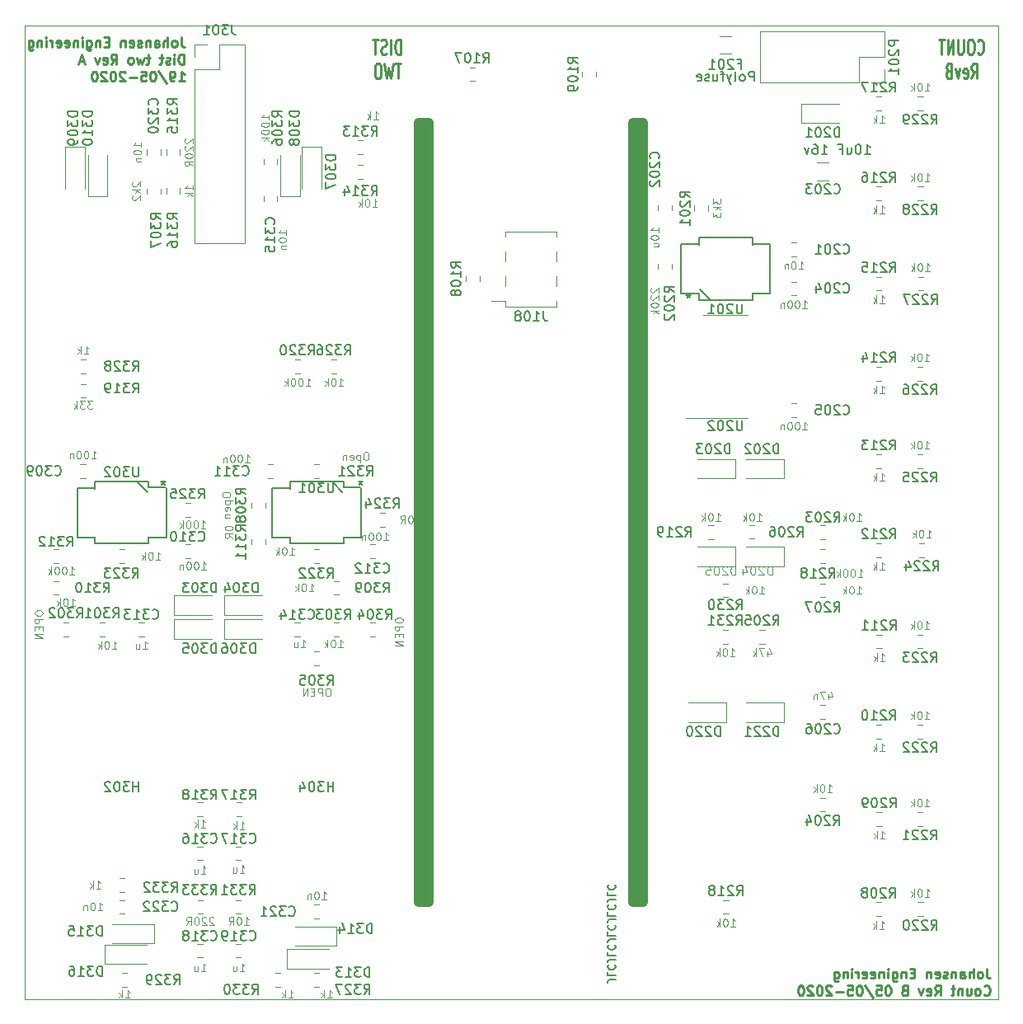
<source format=gbr>
%TF.GenerationSoftware,KiCad,Pcbnew,(5.1.5)-3*%
%TF.CreationDate,2020-05-19T22:28:50+02:00*%
%TF.ProjectId,KicadJE_Counts_PCB,4b696361-644a-4455-9f43-6f756e74735f,rev?*%
%TF.SameCoordinates,Original*%
%TF.FileFunction,Legend,Bot*%
%TF.FilePolarity,Positive*%
%FSLAX46Y46*%
G04 Gerber Fmt 4.6, Leading zero omitted, Abs format (unit mm)*
G04 Created by KiCad (PCBNEW (5.1.5)-3) date 2020-05-19 22:28:50*
%MOMM*%
%LPD*%
G04 APERTURE LIST*
%ADD10C,0.200000*%
%ADD11C,0.250000*%
%ADD12C,1.000000*%
%ADD13C,0.050000*%
%ADD14C,0.120000*%
%ADD15C,0.150000*%
%ADD16C,0.100000*%
G04 APERTURE END LIST*
D10*
X110688095Y-147950952D02*
X110116666Y-147950952D01*
X110002380Y-147989047D01*
X109926190Y-148065238D01*
X109888095Y-148179523D01*
X109888095Y-148255714D01*
X109888095Y-147189047D02*
X109888095Y-147570000D01*
X110688095Y-147570000D01*
X109964285Y-146465238D02*
X109926190Y-146503333D01*
X109888095Y-146617619D01*
X109888095Y-146693809D01*
X109926190Y-146808095D01*
X110002380Y-146884285D01*
X110078571Y-146922380D01*
X110230952Y-146960476D01*
X110345238Y-146960476D01*
X110497619Y-146922380D01*
X110573809Y-146884285D01*
X110650000Y-146808095D01*
X110688095Y-146693809D01*
X110688095Y-146617619D01*
X110650000Y-146503333D01*
X110611904Y-146465238D01*
X110688095Y-145893809D02*
X110116666Y-145893809D01*
X110002380Y-145931904D01*
X109926190Y-146008095D01*
X109888095Y-146122380D01*
X109888095Y-146198571D01*
X109888095Y-145131904D02*
X109888095Y-145512857D01*
X110688095Y-145512857D01*
X109964285Y-144408095D02*
X109926190Y-144446190D01*
X109888095Y-144560476D01*
X109888095Y-144636666D01*
X109926190Y-144750952D01*
X110002380Y-144827142D01*
X110078571Y-144865238D01*
X110230952Y-144903333D01*
X110345238Y-144903333D01*
X110497619Y-144865238D01*
X110573809Y-144827142D01*
X110650000Y-144750952D01*
X110688095Y-144636666D01*
X110688095Y-144560476D01*
X110650000Y-144446190D01*
X110611904Y-144408095D01*
X110688095Y-143836666D02*
X110116666Y-143836666D01*
X110002380Y-143874761D01*
X109926190Y-143950952D01*
X109888095Y-144065238D01*
X109888095Y-144141428D01*
X109888095Y-143074761D02*
X109888095Y-143455714D01*
X110688095Y-143455714D01*
X109964285Y-142350952D02*
X109926190Y-142389047D01*
X109888095Y-142503333D01*
X109888095Y-142579523D01*
X109926190Y-142693809D01*
X110002380Y-142770000D01*
X110078571Y-142808095D01*
X110230952Y-142846190D01*
X110345238Y-142846190D01*
X110497619Y-142808095D01*
X110573809Y-142770000D01*
X110650000Y-142693809D01*
X110688095Y-142579523D01*
X110688095Y-142503333D01*
X110650000Y-142389047D01*
X110611904Y-142350952D01*
X110688095Y-141779523D02*
X110116666Y-141779523D01*
X110002380Y-141817619D01*
X109926190Y-141893809D01*
X109888095Y-142008095D01*
X109888095Y-142084285D01*
X109888095Y-141017619D02*
X109888095Y-141398571D01*
X110688095Y-141398571D01*
X109964285Y-140293809D02*
X109926190Y-140331904D01*
X109888095Y-140446190D01*
X109888095Y-140522380D01*
X109926190Y-140636666D01*
X110002380Y-140712857D01*
X110078571Y-140750952D01*
X110230952Y-140789047D01*
X110345238Y-140789047D01*
X110497619Y-140750952D01*
X110573809Y-140712857D01*
X110650000Y-140636666D01*
X110688095Y-140522380D01*
X110688095Y-140446190D01*
X110650000Y-140331904D01*
X110611904Y-140293809D01*
X110688095Y-139722380D02*
X110116666Y-139722380D01*
X110002380Y-139760476D01*
X109926190Y-139836666D01*
X109888095Y-139950952D01*
X109888095Y-140027142D01*
X109888095Y-138960476D02*
X109888095Y-139341428D01*
X110688095Y-139341428D01*
X109964285Y-138236666D02*
X109926190Y-138274761D01*
X109888095Y-138389047D01*
X109888095Y-138465238D01*
X109926190Y-138579523D01*
X110002380Y-138655714D01*
X110078571Y-138693809D01*
X110230952Y-138731904D01*
X110345238Y-138731904D01*
X110497619Y-138693809D01*
X110573809Y-138655714D01*
X110650000Y-138579523D01*
X110688095Y-138465238D01*
X110688095Y-138389047D01*
X110650000Y-138274761D01*
X110611904Y-138236666D01*
D11*
X66063690Y-51202380D02*
X66063690Y-51916666D01*
X66111309Y-52059523D01*
X66206547Y-52154761D01*
X66349404Y-52202380D01*
X66444642Y-52202380D01*
X65444642Y-52202380D02*
X65539880Y-52154761D01*
X65587500Y-52107142D01*
X65635119Y-52011904D01*
X65635119Y-51726190D01*
X65587500Y-51630952D01*
X65539880Y-51583333D01*
X65444642Y-51535714D01*
X65301785Y-51535714D01*
X65206547Y-51583333D01*
X65158928Y-51630952D01*
X65111309Y-51726190D01*
X65111309Y-52011904D01*
X65158928Y-52107142D01*
X65206547Y-52154761D01*
X65301785Y-52202380D01*
X65444642Y-52202380D01*
X64682738Y-52202380D02*
X64682738Y-51202380D01*
X64254166Y-52202380D02*
X64254166Y-51678571D01*
X64301785Y-51583333D01*
X64397023Y-51535714D01*
X64539880Y-51535714D01*
X64635119Y-51583333D01*
X64682738Y-51630952D01*
X63349404Y-52202380D02*
X63349404Y-51678571D01*
X63397023Y-51583333D01*
X63492261Y-51535714D01*
X63682738Y-51535714D01*
X63777976Y-51583333D01*
X63349404Y-52154761D02*
X63444642Y-52202380D01*
X63682738Y-52202380D01*
X63777976Y-52154761D01*
X63825595Y-52059523D01*
X63825595Y-51964285D01*
X63777976Y-51869047D01*
X63682738Y-51821428D01*
X63444642Y-51821428D01*
X63349404Y-51773809D01*
X62873214Y-51535714D02*
X62873214Y-52202380D01*
X62873214Y-51630952D02*
X62825595Y-51583333D01*
X62730357Y-51535714D01*
X62587500Y-51535714D01*
X62492261Y-51583333D01*
X62444642Y-51678571D01*
X62444642Y-52202380D01*
X62016071Y-52154761D02*
X61920833Y-52202380D01*
X61730357Y-52202380D01*
X61635119Y-52154761D01*
X61587500Y-52059523D01*
X61587500Y-52011904D01*
X61635119Y-51916666D01*
X61730357Y-51869047D01*
X61873214Y-51869047D01*
X61968452Y-51821428D01*
X62016071Y-51726190D01*
X62016071Y-51678571D01*
X61968452Y-51583333D01*
X61873214Y-51535714D01*
X61730357Y-51535714D01*
X61635119Y-51583333D01*
X60777976Y-52154761D02*
X60873214Y-52202380D01*
X61063690Y-52202380D01*
X61158928Y-52154761D01*
X61206547Y-52059523D01*
X61206547Y-51678571D01*
X61158928Y-51583333D01*
X61063690Y-51535714D01*
X60873214Y-51535714D01*
X60777976Y-51583333D01*
X60730357Y-51678571D01*
X60730357Y-51773809D01*
X61206547Y-51869047D01*
X60301785Y-51535714D02*
X60301785Y-52202380D01*
X60301785Y-51630952D02*
X60254166Y-51583333D01*
X60158928Y-51535714D01*
X60016071Y-51535714D01*
X59920833Y-51583333D01*
X59873214Y-51678571D01*
X59873214Y-52202380D01*
X58635119Y-51678571D02*
X58301785Y-51678571D01*
X58158928Y-52202380D02*
X58635119Y-52202380D01*
X58635119Y-51202380D01*
X58158928Y-51202380D01*
X57730357Y-51535714D02*
X57730357Y-52202380D01*
X57730357Y-51630952D02*
X57682738Y-51583333D01*
X57587500Y-51535714D01*
X57444642Y-51535714D01*
X57349404Y-51583333D01*
X57301785Y-51678571D01*
X57301785Y-52202380D01*
X56397023Y-51535714D02*
X56397023Y-52345238D01*
X56444642Y-52440476D01*
X56492261Y-52488095D01*
X56587500Y-52535714D01*
X56730357Y-52535714D01*
X56825595Y-52488095D01*
X56397023Y-52154761D02*
X56492261Y-52202380D01*
X56682738Y-52202380D01*
X56777976Y-52154761D01*
X56825595Y-52107142D01*
X56873214Y-52011904D01*
X56873214Y-51726190D01*
X56825595Y-51630952D01*
X56777976Y-51583333D01*
X56682738Y-51535714D01*
X56492261Y-51535714D01*
X56397023Y-51583333D01*
X55920833Y-52202380D02*
X55920833Y-51535714D01*
X55920833Y-51202380D02*
X55968452Y-51250000D01*
X55920833Y-51297619D01*
X55873214Y-51250000D01*
X55920833Y-51202380D01*
X55920833Y-51297619D01*
X55444642Y-51535714D02*
X55444642Y-52202380D01*
X55444642Y-51630952D02*
X55397023Y-51583333D01*
X55301785Y-51535714D01*
X55158928Y-51535714D01*
X55063690Y-51583333D01*
X55016071Y-51678571D01*
X55016071Y-52202380D01*
X54158928Y-52154761D02*
X54254166Y-52202380D01*
X54444642Y-52202380D01*
X54539880Y-52154761D01*
X54587500Y-52059523D01*
X54587500Y-51678571D01*
X54539880Y-51583333D01*
X54444642Y-51535714D01*
X54254166Y-51535714D01*
X54158928Y-51583333D01*
X54111309Y-51678571D01*
X54111309Y-51773809D01*
X54587500Y-51869047D01*
X53301785Y-52154761D02*
X53397023Y-52202380D01*
X53587500Y-52202380D01*
X53682738Y-52154761D01*
X53730357Y-52059523D01*
X53730357Y-51678571D01*
X53682738Y-51583333D01*
X53587500Y-51535714D01*
X53397023Y-51535714D01*
X53301785Y-51583333D01*
X53254166Y-51678571D01*
X53254166Y-51773809D01*
X53730357Y-51869047D01*
X52825595Y-52202380D02*
X52825595Y-51535714D01*
X52825595Y-51726190D02*
X52777976Y-51630952D01*
X52730357Y-51583333D01*
X52635119Y-51535714D01*
X52539880Y-51535714D01*
X52206547Y-52202380D02*
X52206547Y-51535714D01*
X52206547Y-51202380D02*
X52254166Y-51250000D01*
X52206547Y-51297619D01*
X52158928Y-51250000D01*
X52206547Y-51202380D01*
X52206547Y-51297619D01*
X51730357Y-51535714D02*
X51730357Y-52202380D01*
X51730357Y-51630952D02*
X51682738Y-51583333D01*
X51587500Y-51535714D01*
X51444642Y-51535714D01*
X51349404Y-51583333D01*
X51301785Y-51678571D01*
X51301785Y-52202380D01*
X50397023Y-51535714D02*
X50397023Y-52345238D01*
X50444642Y-52440476D01*
X50492261Y-52488095D01*
X50587500Y-52535714D01*
X50730357Y-52535714D01*
X50825595Y-52488095D01*
X50397023Y-52154761D02*
X50492261Y-52202380D01*
X50682738Y-52202380D01*
X50777976Y-52154761D01*
X50825595Y-52107142D01*
X50873214Y-52011904D01*
X50873214Y-51726190D01*
X50825595Y-51630952D01*
X50777976Y-51583333D01*
X50682738Y-51535714D01*
X50492261Y-51535714D01*
X50397023Y-51583333D01*
X66349404Y-53952380D02*
X66349404Y-52952380D01*
X66111309Y-52952380D01*
X65968452Y-53000000D01*
X65873214Y-53095238D01*
X65825595Y-53190476D01*
X65777976Y-53380952D01*
X65777976Y-53523809D01*
X65825595Y-53714285D01*
X65873214Y-53809523D01*
X65968452Y-53904761D01*
X66111309Y-53952380D01*
X66349404Y-53952380D01*
X65349404Y-53952380D02*
X65349404Y-53285714D01*
X65349404Y-52952380D02*
X65397023Y-53000000D01*
X65349404Y-53047619D01*
X65301785Y-53000000D01*
X65349404Y-52952380D01*
X65349404Y-53047619D01*
X64920833Y-53904761D02*
X64825595Y-53952380D01*
X64635119Y-53952380D01*
X64539880Y-53904761D01*
X64492261Y-53809523D01*
X64492261Y-53761904D01*
X64539880Y-53666666D01*
X64635119Y-53619047D01*
X64777976Y-53619047D01*
X64873214Y-53571428D01*
X64920833Y-53476190D01*
X64920833Y-53428571D01*
X64873214Y-53333333D01*
X64777976Y-53285714D01*
X64635119Y-53285714D01*
X64539880Y-53333333D01*
X64206547Y-53285714D02*
X63825595Y-53285714D01*
X64063690Y-52952380D02*
X64063690Y-53809523D01*
X64016071Y-53904761D01*
X63920833Y-53952380D01*
X63825595Y-53952380D01*
X62873214Y-53285714D02*
X62492261Y-53285714D01*
X62730357Y-52952380D02*
X62730357Y-53809523D01*
X62682738Y-53904761D01*
X62587500Y-53952380D01*
X62492261Y-53952380D01*
X62254166Y-53285714D02*
X62063690Y-53952380D01*
X61873214Y-53476190D01*
X61682738Y-53952380D01*
X61492261Y-53285714D01*
X60968452Y-53952380D02*
X61063690Y-53904761D01*
X61111309Y-53857142D01*
X61158928Y-53761904D01*
X61158928Y-53476190D01*
X61111309Y-53380952D01*
X61063690Y-53333333D01*
X60968452Y-53285714D01*
X60825595Y-53285714D01*
X60730357Y-53333333D01*
X60682738Y-53380952D01*
X60635119Y-53476190D01*
X60635119Y-53761904D01*
X60682738Y-53857142D01*
X60730357Y-53904761D01*
X60825595Y-53952380D01*
X60968452Y-53952380D01*
X58873214Y-53952380D02*
X59206547Y-53476190D01*
X59444642Y-53952380D02*
X59444642Y-52952380D01*
X59063690Y-52952380D01*
X58968452Y-53000000D01*
X58920833Y-53047619D01*
X58873214Y-53142857D01*
X58873214Y-53285714D01*
X58920833Y-53380952D01*
X58968452Y-53428571D01*
X59063690Y-53476190D01*
X59444642Y-53476190D01*
X58063690Y-53904761D02*
X58158928Y-53952380D01*
X58349404Y-53952380D01*
X58444642Y-53904761D01*
X58492261Y-53809523D01*
X58492261Y-53428571D01*
X58444642Y-53333333D01*
X58349404Y-53285714D01*
X58158928Y-53285714D01*
X58063690Y-53333333D01*
X58016071Y-53428571D01*
X58016071Y-53523809D01*
X58492261Y-53619047D01*
X57682738Y-53285714D02*
X57444642Y-53952380D01*
X57206547Y-53285714D01*
X56111309Y-53666666D02*
X55635119Y-53666666D01*
X56206547Y-53952380D02*
X55873214Y-52952380D01*
X55539880Y-53952380D01*
X65825595Y-55702380D02*
X66397023Y-55702380D01*
X66111309Y-55702380D02*
X66111309Y-54702380D01*
X66206547Y-54845238D01*
X66301785Y-54940476D01*
X66397023Y-54988095D01*
X65349404Y-55702380D02*
X65158928Y-55702380D01*
X65063690Y-55654761D01*
X65016071Y-55607142D01*
X64920833Y-55464285D01*
X64873214Y-55273809D01*
X64873214Y-54892857D01*
X64920833Y-54797619D01*
X64968452Y-54750000D01*
X65063690Y-54702380D01*
X65254166Y-54702380D01*
X65349404Y-54750000D01*
X65397023Y-54797619D01*
X65444642Y-54892857D01*
X65444642Y-55130952D01*
X65397023Y-55226190D01*
X65349404Y-55273809D01*
X65254166Y-55321428D01*
X65063690Y-55321428D01*
X64968452Y-55273809D01*
X64920833Y-55226190D01*
X64873214Y-55130952D01*
X63730357Y-54654761D02*
X64587500Y-55940476D01*
X63206547Y-54702380D02*
X63111309Y-54702380D01*
X63016071Y-54750000D01*
X62968452Y-54797619D01*
X62920833Y-54892857D01*
X62873214Y-55083333D01*
X62873214Y-55321428D01*
X62920833Y-55511904D01*
X62968452Y-55607142D01*
X63016071Y-55654761D01*
X63111309Y-55702380D01*
X63206547Y-55702380D01*
X63301785Y-55654761D01*
X63349404Y-55607142D01*
X63397023Y-55511904D01*
X63444642Y-55321428D01*
X63444642Y-55083333D01*
X63397023Y-54892857D01*
X63349404Y-54797619D01*
X63301785Y-54750000D01*
X63206547Y-54702380D01*
X61968452Y-54702380D02*
X62444642Y-54702380D01*
X62492261Y-55178571D01*
X62444642Y-55130952D01*
X62349404Y-55083333D01*
X62111309Y-55083333D01*
X62016071Y-55130952D01*
X61968452Y-55178571D01*
X61920833Y-55273809D01*
X61920833Y-55511904D01*
X61968452Y-55607142D01*
X62016071Y-55654761D01*
X62111309Y-55702380D01*
X62349404Y-55702380D01*
X62444642Y-55654761D01*
X62492261Y-55607142D01*
X61492261Y-55321428D02*
X60730357Y-55321428D01*
X60301785Y-54797619D02*
X60254166Y-54750000D01*
X60158928Y-54702380D01*
X59920833Y-54702380D01*
X59825595Y-54750000D01*
X59777976Y-54797619D01*
X59730357Y-54892857D01*
X59730357Y-54988095D01*
X59777976Y-55130952D01*
X60349404Y-55702380D01*
X59730357Y-55702380D01*
X59111309Y-54702380D02*
X59016071Y-54702380D01*
X58920833Y-54750000D01*
X58873214Y-54797619D01*
X58825595Y-54892857D01*
X58777976Y-55083333D01*
X58777976Y-55321428D01*
X58825595Y-55511904D01*
X58873214Y-55607142D01*
X58920833Y-55654761D01*
X59016071Y-55702380D01*
X59111309Y-55702380D01*
X59206547Y-55654761D01*
X59254166Y-55607142D01*
X59301785Y-55511904D01*
X59349404Y-55321428D01*
X59349404Y-55083333D01*
X59301785Y-54892857D01*
X59254166Y-54797619D01*
X59206547Y-54750000D01*
X59111309Y-54702380D01*
X58397023Y-54797619D02*
X58349404Y-54750000D01*
X58254166Y-54702380D01*
X58016071Y-54702380D01*
X57920833Y-54750000D01*
X57873214Y-54797619D01*
X57825595Y-54892857D01*
X57825595Y-54988095D01*
X57873214Y-55130952D01*
X58444642Y-55702380D01*
X57825595Y-55702380D01*
X57206547Y-54702380D02*
X57111309Y-54702380D01*
X57016071Y-54750000D01*
X56968452Y-54797619D01*
X56920833Y-54892857D01*
X56873214Y-55083333D01*
X56873214Y-55321428D01*
X56920833Y-55511904D01*
X56968452Y-55607142D01*
X57016071Y-55654761D01*
X57111309Y-55702380D01*
X57206547Y-55702380D01*
X57301785Y-55654761D01*
X57349404Y-55607142D01*
X57397023Y-55511904D01*
X57444642Y-55321428D01*
X57444642Y-55083333D01*
X57397023Y-54892857D01*
X57349404Y-54797619D01*
X57301785Y-54750000D01*
X57206547Y-54702380D01*
X88607142Y-52928571D02*
X88607142Y-51428571D01*
X88369047Y-51428571D01*
X88226190Y-51500000D01*
X88130952Y-51642857D01*
X88083333Y-51785714D01*
X88035714Y-52071428D01*
X88035714Y-52285714D01*
X88083333Y-52571428D01*
X88130952Y-52714285D01*
X88226190Y-52857142D01*
X88369047Y-52928571D01*
X88607142Y-52928571D01*
X87607142Y-52928571D02*
X87607142Y-51428571D01*
X87178571Y-52857142D02*
X87035714Y-52928571D01*
X86797619Y-52928571D01*
X86702380Y-52857142D01*
X86654761Y-52785714D01*
X86607142Y-52642857D01*
X86607142Y-52500000D01*
X86654761Y-52357142D01*
X86702380Y-52285714D01*
X86797619Y-52214285D01*
X86988095Y-52142857D01*
X87083333Y-52071428D01*
X87130952Y-52000000D01*
X87178571Y-51857142D01*
X87178571Y-51714285D01*
X87130952Y-51571428D01*
X87083333Y-51500000D01*
X86988095Y-51428571D01*
X86750000Y-51428571D01*
X86607142Y-51500000D01*
X86321428Y-51428571D02*
X85750000Y-51428571D01*
X86035714Y-52928571D02*
X86035714Y-51428571D01*
X88630952Y-53928571D02*
X88059523Y-53928571D01*
X88345238Y-55428571D02*
X88345238Y-53928571D01*
X87821428Y-53928571D02*
X87583333Y-55428571D01*
X87392857Y-54357142D01*
X87202380Y-55428571D01*
X86964285Y-53928571D01*
X86392857Y-53928571D02*
X86202380Y-53928571D01*
X86107142Y-54000000D01*
X86011904Y-54142857D01*
X85964285Y-54428571D01*
X85964285Y-54928571D01*
X86011904Y-55214285D01*
X86107142Y-55357142D01*
X86202380Y-55428571D01*
X86392857Y-55428571D01*
X86488095Y-55357142D01*
X86583333Y-55214285D01*
X86630952Y-54928571D01*
X86630952Y-54428571D01*
X86583333Y-54142857D01*
X86488095Y-54000000D01*
X86392857Y-53928571D01*
X147892857Y-52785714D02*
X147940476Y-52857142D01*
X148083333Y-52928571D01*
X148178571Y-52928571D01*
X148321428Y-52857142D01*
X148416666Y-52714285D01*
X148464285Y-52571428D01*
X148511904Y-52285714D01*
X148511904Y-52071428D01*
X148464285Y-51785714D01*
X148416666Y-51642857D01*
X148321428Y-51500000D01*
X148178571Y-51428571D01*
X148083333Y-51428571D01*
X147940476Y-51500000D01*
X147892857Y-51571428D01*
X147273809Y-51428571D02*
X147083333Y-51428571D01*
X146988095Y-51500000D01*
X146892857Y-51642857D01*
X146845238Y-51928571D01*
X146845238Y-52428571D01*
X146892857Y-52714285D01*
X146988095Y-52857142D01*
X147083333Y-52928571D01*
X147273809Y-52928571D01*
X147369047Y-52857142D01*
X147464285Y-52714285D01*
X147511904Y-52428571D01*
X147511904Y-51928571D01*
X147464285Y-51642857D01*
X147369047Y-51500000D01*
X147273809Y-51428571D01*
X146416666Y-51428571D02*
X146416666Y-52642857D01*
X146369047Y-52785714D01*
X146321428Y-52857142D01*
X146226190Y-52928571D01*
X146035714Y-52928571D01*
X145940476Y-52857142D01*
X145892857Y-52785714D01*
X145845238Y-52642857D01*
X145845238Y-51428571D01*
X145369047Y-52928571D02*
X145369047Y-51428571D01*
X144797619Y-52928571D01*
X144797619Y-51428571D01*
X144464285Y-51428571D02*
X143892857Y-51428571D01*
X144178571Y-52928571D02*
X144178571Y-51428571D01*
X147250000Y-55428571D02*
X147583333Y-54714285D01*
X147821428Y-55428571D02*
X147821428Y-53928571D01*
X147440476Y-53928571D01*
X147345238Y-54000000D01*
X147297619Y-54071428D01*
X147250000Y-54214285D01*
X147250000Y-54428571D01*
X147297619Y-54571428D01*
X147345238Y-54642857D01*
X147440476Y-54714285D01*
X147821428Y-54714285D01*
X146440476Y-55357142D02*
X146535714Y-55428571D01*
X146726190Y-55428571D01*
X146821428Y-55357142D01*
X146869047Y-55214285D01*
X146869047Y-54642857D01*
X146821428Y-54500000D01*
X146726190Y-54428571D01*
X146535714Y-54428571D01*
X146440476Y-54500000D01*
X146392857Y-54642857D01*
X146392857Y-54785714D01*
X146869047Y-54928571D01*
X146059523Y-54428571D02*
X145821428Y-55428571D01*
X145583333Y-54428571D01*
X144869047Y-54642857D02*
X144726190Y-54714285D01*
X144678571Y-54785714D01*
X144630952Y-54928571D01*
X144630952Y-55142857D01*
X144678571Y-55285714D01*
X144726190Y-55357142D01*
X144821428Y-55428571D01*
X145202380Y-55428571D01*
X145202380Y-53928571D01*
X144869047Y-53928571D01*
X144773809Y-54000000D01*
X144726190Y-54071428D01*
X144678571Y-54214285D01*
X144678571Y-54357142D01*
X144726190Y-54500000D01*
X144773809Y-54571428D01*
X144869047Y-54642857D01*
X145202380Y-54642857D01*
X148813690Y-146827380D02*
X148813690Y-147541666D01*
X148861309Y-147684523D01*
X148956547Y-147779761D01*
X149099404Y-147827380D01*
X149194642Y-147827380D01*
X148194642Y-147827380D02*
X148289880Y-147779761D01*
X148337500Y-147732142D01*
X148385119Y-147636904D01*
X148385119Y-147351190D01*
X148337500Y-147255952D01*
X148289880Y-147208333D01*
X148194642Y-147160714D01*
X148051785Y-147160714D01*
X147956547Y-147208333D01*
X147908928Y-147255952D01*
X147861309Y-147351190D01*
X147861309Y-147636904D01*
X147908928Y-147732142D01*
X147956547Y-147779761D01*
X148051785Y-147827380D01*
X148194642Y-147827380D01*
X147432738Y-147827380D02*
X147432738Y-146827380D01*
X147004166Y-147827380D02*
X147004166Y-147303571D01*
X147051785Y-147208333D01*
X147147023Y-147160714D01*
X147289880Y-147160714D01*
X147385119Y-147208333D01*
X147432738Y-147255952D01*
X146099404Y-147827380D02*
X146099404Y-147303571D01*
X146147023Y-147208333D01*
X146242261Y-147160714D01*
X146432738Y-147160714D01*
X146527976Y-147208333D01*
X146099404Y-147779761D02*
X146194642Y-147827380D01*
X146432738Y-147827380D01*
X146527976Y-147779761D01*
X146575595Y-147684523D01*
X146575595Y-147589285D01*
X146527976Y-147494047D01*
X146432738Y-147446428D01*
X146194642Y-147446428D01*
X146099404Y-147398809D01*
X145623214Y-147160714D02*
X145623214Y-147827380D01*
X145623214Y-147255952D02*
X145575595Y-147208333D01*
X145480357Y-147160714D01*
X145337500Y-147160714D01*
X145242261Y-147208333D01*
X145194642Y-147303571D01*
X145194642Y-147827380D01*
X144766071Y-147779761D02*
X144670833Y-147827380D01*
X144480357Y-147827380D01*
X144385119Y-147779761D01*
X144337500Y-147684523D01*
X144337500Y-147636904D01*
X144385119Y-147541666D01*
X144480357Y-147494047D01*
X144623214Y-147494047D01*
X144718452Y-147446428D01*
X144766071Y-147351190D01*
X144766071Y-147303571D01*
X144718452Y-147208333D01*
X144623214Y-147160714D01*
X144480357Y-147160714D01*
X144385119Y-147208333D01*
X143527976Y-147779761D02*
X143623214Y-147827380D01*
X143813690Y-147827380D01*
X143908928Y-147779761D01*
X143956547Y-147684523D01*
X143956547Y-147303571D01*
X143908928Y-147208333D01*
X143813690Y-147160714D01*
X143623214Y-147160714D01*
X143527976Y-147208333D01*
X143480357Y-147303571D01*
X143480357Y-147398809D01*
X143956547Y-147494047D01*
X143051785Y-147160714D02*
X143051785Y-147827380D01*
X143051785Y-147255952D02*
X143004166Y-147208333D01*
X142908928Y-147160714D01*
X142766071Y-147160714D01*
X142670833Y-147208333D01*
X142623214Y-147303571D01*
X142623214Y-147827380D01*
X141385119Y-147303571D02*
X141051785Y-147303571D01*
X140908928Y-147827380D02*
X141385119Y-147827380D01*
X141385119Y-146827380D01*
X140908928Y-146827380D01*
X140480357Y-147160714D02*
X140480357Y-147827380D01*
X140480357Y-147255952D02*
X140432738Y-147208333D01*
X140337500Y-147160714D01*
X140194642Y-147160714D01*
X140099404Y-147208333D01*
X140051785Y-147303571D01*
X140051785Y-147827380D01*
X139147023Y-147160714D02*
X139147023Y-147970238D01*
X139194642Y-148065476D01*
X139242261Y-148113095D01*
X139337500Y-148160714D01*
X139480357Y-148160714D01*
X139575595Y-148113095D01*
X139147023Y-147779761D02*
X139242261Y-147827380D01*
X139432738Y-147827380D01*
X139527976Y-147779761D01*
X139575595Y-147732142D01*
X139623214Y-147636904D01*
X139623214Y-147351190D01*
X139575595Y-147255952D01*
X139527976Y-147208333D01*
X139432738Y-147160714D01*
X139242261Y-147160714D01*
X139147023Y-147208333D01*
X138670833Y-147827380D02*
X138670833Y-147160714D01*
X138670833Y-146827380D02*
X138718452Y-146875000D01*
X138670833Y-146922619D01*
X138623214Y-146875000D01*
X138670833Y-146827380D01*
X138670833Y-146922619D01*
X138194642Y-147160714D02*
X138194642Y-147827380D01*
X138194642Y-147255952D02*
X138147023Y-147208333D01*
X138051785Y-147160714D01*
X137908928Y-147160714D01*
X137813690Y-147208333D01*
X137766071Y-147303571D01*
X137766071Y-147827380D01*
X136908928Y-147779761D02*
X137004166Y-147827380D01*
X137194642Y-147827380D01*
X137289880Y-147779761D01*
X137337500Y-147684523D01*
X137337500Y-147303571D01*
X137289880Y-147208333D01*
X137194642Y-147160714D01*
X137004166Y-147160714D01*
X136908928Y-147208333D01*
X136861309Y-147303571D01*
X136861309Y-147398809D01*
X137337500Y-147494047D01*
X136051785Y-147779761D02*
X136147023Y-147827380D01*
X136337500Y-147827380D01*
X136432738Y-147779761D01*
X136480357Y-147684523D01*
X136480357Y-147303571D01*
X136432738Y-147208333D01*
X136337500Y-147160714D01*
X136147023Y-147160714D01*
X136051785Y-147208333D01*
X136004166Y-147303571D01*
X136004166Y-147398809D01*
X136480357Y-147494047D01*
X135575595Y-147827380D02*
X135575595Y-147160714D01*
X135575595Y-147351190D02*
X135527976Y-147255952D01*
X135480357Y-147208333D01*
X135385119Y-147160714D01*
X135289880Y-147160714D01*
X134956547Y-147827380D02*
X134956547Y-147160714D01*
X134956547Y-146827380D02*
X135004166Y-146875000D01*
X134956547Y-146922619D01*
X134908928Y-146875000D01*
X134956547Y-146827380D01*
X134956547Y-146922619D01*
X134480357Y-147160714D02*
X134480357Y-147827380D01*
X134480357Y-147255952D02*
X134432738Y-147208333D01*
X134337500Y-147160714D01*
X134194642Y-147160714D01*
X134099404Y-147208333D01*
X134051785Y-147303571D01*
X134051785Y-147827380D01*
X133147023Y-147160714D02*
X133147023Y-147970238D01*
X133194642Y-148065476D01*
X133242261Y-148113095D01*
X133337500Y-148160714D01*
X133480357Y-148160714D01*
X133575595Y-148113095D01*
X133147023Y-147779761D02*
X133242261Y-147827380D01*
X133432738Y-147827380D01*
X133527976Y-147779761D01*
X133575595Y-147732142D01*
X133623214Y-147636904D01*
X133623214Y-147351190D01*
X133575595Y-147255952D01*
X133527976Y-147208333D01*
X133432738Y-147160714D01*
X133242261Y-147160714D01*
X133147023Y-147208333D01*
X148527976Y-149482142D02*
X148575595Y-149529761D01*
X148718452Y-149577380D01*
X148813690Y-149577380D01*
X148956547Y-149529761D01*
X149051785Y-149434523D01*
X149099404Y-149339285D01*
X149147023Y-149148809D01*
X149147023Y-149005952D01*
X149099404Y-148815476D01*
X149051785Y-148720238D01*
X148956547Y-148625000D01*
X148813690Y-148577380D01*
X148718452Y-148577380D01*
X148575595Y-148625000D01*
X148527976Y-148672619D01*
X147956547Y-149577380D02*
X148051785Y-149529761D01*
X148099404Y-149482142D01*
X148147023Y-149386904D01*
X148147023Y-149101190D01*
X148099404Y-149005952D01*
X148051785Y-148958333D01*
X147956547Y-148910714D01*
X147813690Y-148910714D01*
X147718452Y-148958333D01*
X147670833Y-149005952D01*
X147623214Y-149101190D01*
X147623214Y-149386904D01*
X147670833Y-149482142D01*
X147718452Y-149529761D01*
X147813690Y-149577380D01*
X147956547Y-149577380D01*
X146766071Y-148910714D02*
X146766071Y-149577380D01*
X147194642Y-148910714D02*
X147194642Y-149434523D01*
X147147023Y-149529761D01*
X147051785Y-149577380D01*
X146908928Y-149577380D01*
X146813690Y-149529761D01*
X146766071Y-149482142D01*
X146289880Y-148910714D02*
X146289880Y-149577380D01*
X146289880Y-149005952D02*
X146242261Y-148958333D01*
X146147023Y-148910714D01*
X146004166Y-148910714D01*
X145908928Y-148958333D01*
X145861309Y-149053571D01*
X145861309Y-149577380D01*
X145527976Y-148910714D02*
X145147023Y-148910714D01*
X145385119Y-148577380D02*
X145385119Y-149434523D01*
X145337500Y-149529761D01*
X145242261Y-149577380D01*
X145147023Y-149577380D01*
X143480357Y-149577380D02*
X143813690Y-149101190D01*
X144051785Y-149577380D02*
X144051785Y-148577380D01*
X143670833Y-148577380D01*
X143575595Y-148625000D01*
X143527976Y-148672619D01*
X143480357Y-148767857D01*
X143480357Y-148910714D01*
X143527976Y-149005952D01*
X143575595Y-149053571D01*
X143670833Y-149101190D01*
X144051785Y-149101190D01*
X142670833Y-149529761D02*
X142766071Y-149577380D01*
X142956547Y-149577380D01*
X143051785Y-149529761D01*
X143099404Y-149434523D01*
X143099404Y-149053571D01*
X143051785Y-148958333D01*
X142956547Y-148910714D01*
X142766071Y-148910714D01*
X142670833Y-148958333D01*
X142623214Y-149053571D01*
X142623214Y-149148809D01*
X143099404Y-149244047D01*
X142289880Y-148910714D02*
X142051785Y-149577380D01*
X141813690Y-148910714D01*
X140337500Y-149053571D02*
X140194642Y-149101190D01*
X140147023Y-149148809D01*
X140099404Y-149244047D01*
X140099404Y-149386904D01*
X140147023Y-149482142D01*
X140194642Y-149529761D01*
X140289880Y-149577380D01*
X140670833Y-149577380D01*
X140670833Y-148577380D01*
X140337500Y-148577380D01*
X140242261Y-148625000D01*
X140194642Y-148672619D01*
X140147023Y-148767857D01*
X140147023Y-148863095D01*
X140194642Y-148958333D01*
X140242261Y-149005952D01*
X140337500Y-149053571D01*
X140670833Y-149053571D01*
X138718452Y-148577380D02*
X138623214Y-148577380D01*
X138527976Y-148625000D01*
X138480357Y-148672619D01*
X138432738Y-148767857D01*
X138385119Y-148958333D01*
X138385119Y-149196428D01*
X138432738Y-149386904D01*
X138480357Y-149482142D01*
X138527976Y-149529761D01*
X138623214Y-149577380D01*
X138718452Y-149577380D01*
X138813690Y-149529761D01*
X138861309Y-149482142D01*
X138908928Y-149386904D01*
X138956547Y-149196428D01*
X138956547Y-148958333D01*
X138908928Y-148767857D01*
X138861309Y-148672619D01*
X138813690Y-148625000D01*
X138718452Y-148577380D01*
X137480357Y-148577380D02*
X137956547Y-148577380D01*
X138004166Y-149053571D01*
X137956547Y-149005952D01*
X137861309Y-148958333D01*
X137623214Y-148958333D01*
X137527976Y-149005952D01*
X137480357Y-149053571D01*
X137432738Y-149148809D01*
X137432738Y-149386904D01*
X137480357Y-149482142D01*
X137527976Y-149529761D01*
X137623214Y-149577380D01*
X137861309Y-149577380D01*
X137956547Y-149529761D01*
X138004166Y-149482142D01*
X136289880Y-148529761D02*
X137147023Y-149815476D01*
X135766071Y-148577380D02*
X135670833Y-148577380D01*
X135575595Y-148625000D01*
X135527976Y-148672619D01*
X135480357Y-148767857D01*
X135432738Y-148958333D01*
X135432738Y-149196428D01*
X135480357Y-149386904D01*
X135527976Y-149482142D01*
X135575595Y-149529761D01*
X135670833Y-149577380D01*
X135766071Y-149577380D01*
X135861309Y-149529761D01*
X135908928Y-149482142D01*
X135956547Y-149386904D01*
X136004166Y-149196428D01*
X136004166Y-148958333D01*
X135956547Y-148767857D01*
X135908928Y-148672619D01*
X135861309Y-148625000D01*
X135766071Y-148577380D01*
X134527976Y-148577380D02*
X135004166Y-148577380D01*
X135051785Y-149053571D01*
X135004166Y-149005952D01*
X134908928Y-148958333D01*
X134670833Y-148958333D01*
X134575595Y-149005952D01*
X134527976Y-149053571D01*
X134480357Y-149148809D01*
X134480357Y-149386904D01*
X134527976Y-149482142D01*
X134575595Y-149529761D01*
X134670833Y-149577380D01*
X134908928Y-149577380D01*
X135004166Y-149529761D01*
X135051785Y-149482142D01*
X134051785Y-149196428D02*
X133289880Y-149196428D01*
X132861309Y-148672619D02*
X132813690Y-148625000D01*
X132718452Y-148577380D01*
X132480357Y-148577380D01*
X132385119Y-148625000D01*
X132337500Y-148672619D01*
X132289880Y-148767857D01*
X132289880Y-148863095D01*
X132337500Y-149005952D01*
X132908928Y-149577380D01*
X132289880Y-149577380D01*
X131670833Y-148577380D02*
X131575595Y-148577380D01*
X131480357Y-148625000D01*
X131432738Y-148672619D01*
X131385119Y-148767857D01*
X131337500Y-148958333D01*
X131337500Y-149196428D01*
X131385119Y-149386904D01*
X131432738Y-149482142D01*
X131480357Y-149529761D01*
X131575595Y-149577380D01*
X131670833Y-149577380D01*
X131766071Y-149529761D01*
X131813690Y-149482142D01*
X131861309Y-149386904D01*
X131908928Y-149196428D01*
X131908928Y-148958333D01*
X131861309Y-148767857D01*
X131813690Y-148672619D01*
X131766071Y-148625000D01*
X131670833Y-148577380D01*
X130956547Y-148672619D02*
X130908928Y-148625000D01*
X130813690Y-148577380D01*
X130575595Y-148577380D01*
X130480357Y-148625000D01*
X130432738Y-148672619D01*
X130385119Y-148767857D01*
X130385119Y-148863095D01*
X130432738Y-149005952D01*
X131004166Y-149577380D01*
X130385119Y-149577380D01*
X129766071Y-148577380D02*
X129670833Y-148577380D01*
X129575595Y-148625000D01*
X129527976Y-148672619D01*
X129480357Y-148767857D01*
X129432738Y-148958333D01*
X129432738Y-149196428D01*
X129480357Y-149386904D01*
X129527976Y-149482142D01*
X129575595Y-149529761D01*
X129670833Y-149577380D01*
X129766071Y-149577380D01*
X129861309Y-149529761D01*
X129908928Y-149482142D01*
X129956547Y-149386904D01*
X130004166Y-149196428D01*
X130004166Y-148958333D01*
X129956547Y-148767857D01*
X129908928Y-148672619D01*
X129861309Y-148625000D01*
X129766071Y-148577380D01*
D12*
X112500000Y-60000000D02*
X112500000Y-140000000D01*
X113500000Y-60000000D02*
X113500000Y-140000000D01*
X112500000Y-140000000D02*
X113500000Y-140000000D01*
X112500000Y-60000000D02*
X113500000Y-60000000D01*
X90500000Y-60000000D02*
X91500000Y-60000000D01*
X90500000Y-140000000D02*
X91500000Y-140000000D01*
X91500000Y-60000000D02*
X91500000Y-140000000D01*
X90500000Y-60000000D02*
X90500000Y-140000000D01*
D13*
X50000000Y-150000000D02*
X50000000Y-50000000D01*
X150000000Y-150000000D02*
X50000000Y-150000000D01*
X150000000Y-50000000D02*
X150000000Y-150000000D01*
X50000000Y-50000000D02*
X150000000Y-50000000D01*
D14*
X131738748Y-121210000D02*
X132261252Y-121210000D01*
X131738748Y-119790000D02*
X132261252Y-119790000D01*
X122589564Y-51090000D02*
X121385436Y-51090000D01*
X122589564Y-52910000D02*
X121385436Y-52910000D01*
X72620000Y-51920000D02*
X70020000Y-51920000D01*
X72620000Y-51920000D02*
X72620000Y-72360000D01*
X72620000Y-72360000D02*
X67420000Y-72360000D01*
X67420000Y-54520000D02*
X67420000Y-72360000D01*
X70020000Y-54520000D02*
X67420000Y-54520000D01*
X70020000Y-51920000D02*
X70020000Y-54520000D01*
X67420000Y-51920000D02*
X67420000Y-53250000D01*
X68750000Y-51920000D02*
X67420000Y-51920000D01*
X125510000Y-55830000D02*
X125510000Y-50630000D01*
X135730000Y-55830000D02*
X125510000Y-55830000D01*
X138330000Y-50630000D02*
X125510000Y-50630000D01*
X135730000Y-55830000D02*
X135730000Y-53230000D01*
X135730000Y-53230000D02*
X138330000Y-53230000D01*
X138330000Y-53230000D02*
X138330000Y-50630000D01*
X137000000Y-55830000D02*
X138330000Y-55830000D01*
X138330000Y-55830000D02*
X138330000Y-54500000D01*
X131738748Y-101290000D02*
X132261252Y-101290000D01*
X131738748Y-102710000D02*
X132261252Y-102710000D01*
X131738748Y-105210000D02*
X132261252Y-105210000D01*
X131738748Y-103790000D02*
X132261252Y-103790000D01*
D15*
X117428000Y-72460000D02*
X117428000Y-77540000D01*
X119206000Y-72460000D02*
X117428000Y-72460000D01*
X126572000Y-72460000D02*
X124794000Y-72460000D01*
X126572000Y-77540000D02*
X126572000Y-72460000D01*
X124794000Y-77540000D02*
X126572000Y-77540000D01*
X119250000Y-77550000D02*
X117500000Y-77550000D01*
X119250000Y-71795000D02*
X124750000Y-71795000D01*
X119250000Y-78205000D02*
X124750000Y-78205000D01*
X119250000Y-71795000D02*
X119250000Y-72545000D01*
X124750000Y-71795000D02*
X124750000Y-72545000D01*
X124750000Y-78205000D02*
X124750000Y-77455000D01*
X119250000Y-78205000D02*
X119250000Y-77550000D01*
X119350000Y-77100000D02*
X120350000Y-78100000D01*
D14*
X122000000Y-79740000D02*
X124275000Y-79740000D01*
X122000000Y-79740000D02*
X119725000Y-79740000D01*
X122000000Y-90260000D02*
X124275000Y-90260000D01*
X122000000Y-90260000D02*
X117950000Y-90260000D01*
X129261252Y-73710000D02*
X128738748Y-73710000D01*
X129261252Y-72290000D02*
X128738748Y-72290000D01*
X115040000Y-68986252D02*
X115040000Y-68463748D01*
X116460000Y-68986252D02*
X116460000Y-68463748D01*
X131397936Y-64090000D02*
X132602064Y-64090000D01*
X131397936Y-65910000D02*
X132602064Y-65910000D01*
X129261252Y-76290000D02*
X128738748Y-76290000D01*
X129261252Y-77710000D02*
X128738748Y-77710000D01*
X129261252Y-90210000D02*
X128738748Y-90210000D01*
X129261252Y-88790000D02*
X128738748Y-88790000D01*
X129750000Y-60000000D02*
X133650000Y-60000000D01*
X129750000Y-58000000D02*
X133650000Y-58000000D01*
X129750000Y-60000000D02*
X129750000Y-58000000D01*
X128000000Y-94500000D02*
X124100000Y-94500000D01*
X128000000Y-96500000D02*
X124100000Y-96500000D01*
X128000000Y-94500000D02*
X128000000Y-96500000D01*
X123000000Y-94500000D02*
X123000000Y-96500000D01*
X123000000Y-96500000D02*
X119100000Y-96500000D01*
X123000000Y-94500000D02*
X119100000Y-94500000D01*
X128000000Y-103500000D02*
X124100000Y-103500000D01*
X128000000Y-105500000D02*
X124100000Y-105500000D01*
X128000000Y-103500000D02*
X128000000Y-105500000D01*
X123000000Y-103500000D02*
X123000000Y-105500000D01*
X123000000Y-105500000D02*
X119100000Y-105500000D01*
X123000000Y-103500000D02*
X119100000Y-103500000D01*
X122100000Y-119500000D02*
X118200000Y-119500000D01*
X122100000Y-121500000D02*
X118200000Y-121500000D01*
X122100000Y-119500000D02*
X122100000Y-121500000D01*
X128000000Y-119500000D02*
X128000000Y-121500000D01*
X128000000Y-121500000D02*
X124100000Y-121500000D01*
X128000000Y-119500000D02*
X124100000Y-119500000D01*
X118790000Y-68488748D02*
X118790000Y-69011252D01*
X120210000Y-68488748D02*
X120210000Y-69011252D01*
X115040000Y-74488748D02*
X115040000Y-75011252D01*
X116460000Y-74488748D02*
X116460000Y-75011252D01*
X131713748Y-130710000D02*
X132236252Y-130710000D01*
X131713748Y-129290000D02*
X132236252Y-129290000D01*
X126011252Y-113460000D02*
X125488748Y-113460000D01*
X126011252Y-112040000D02*
X125488748Y-112040000D01*
X124936251Y-102685001D02*
X124413747Y-102685001D01*
X124936251Y-101265001D02*
X124413747Y-101265001D01*
X132261252Y-108710000D02*
X131738748Y-108710000D01*
X132261252Y-107290000D02*
X131738748Y-107290000D01*
X137986252Y-140040000D02*
X137463748Y-140040000D01*
X137986252Y-141460000D02*
X137463748Y-141460000D01*
X138036252Y-130790000D02*
X137513748Y-130790000D01*
X138036252Y-132210000D02*
X137513748Y-132210000D01*
X138011252Y-123210000D02*
X137488748Y-123210000D01*
X138011252Y-121790000D02*
X137488748Y-121790000D01*
X138036252Y-113960000D02*
X137513748Y-113960000D01*
X138036252Y-112540000D02*
X137513748Y-112540000D01*
X138011252Y-103164999D02*
X137488748Y-103164999D01*
X138011252Y-104584999D02*
X137488748Y-104584999D01*
X138011252Y-94040000D02*
X137488748Y-94040000D01*
X138011252Y-95460000D02*
X137488748Y-95460000D01*
X138011252Y-86460000D02*
X137488748Y-86460000D01*
X138011252Y-85040000D02*
X137488748Y-85040000D01*
X138011252Y-75790000D02*
X137488748Y-75790000D01*
X138011252Y-77210000D02*
X137488748Y-77210000D01*
X138011252Y-67960000D02*
X137488748Y-67960000D01*
X138011252Y-66540000D02*
X137488748Y-66540000D01*
X138011252Y-57290000D02*
X137488748Y-57290000D01*
X138011252Y-58710000D02*
X137488748Y-58710000D01*
X122286252Y-139790000D02*
X121763748Y-139790000D01*
X122286252Y-141210000D02*
X121763748Y-141210000D01*
X120761252Y-101290000D02*
X120238748Y-101290000D01*
X120761252Y-102710000D02*
X120238748Y-102710000D01*
X141738748Y-140040000D02*
X142261252Y-140040000D01*
X141738748Y-141460000D02*
X142261252Y-141460000D01*
X141713748Y-132210000D02*
X142236252Y-132210000D01*
X141713748Y-130790000D02*
X142236252Y-130790000D01*
X141713748Y-121790000D02*
X142236252Y-121790000D01*
X141713748Y-123210000D02*
X142236252Y-123210000D01*
X141713748Y-113960000D02*
X142236252Y-113960000D01*
X141713748Y-112540000D02*
X142236252Y-112540000D01*
X141893749Y-103164999D02*
X142416253Y-103164999D01*
X141893749Y-104584999D02*
X142416253Y-104584999D01*
X141713748Y-95460000D02*
X142236252Y-95460000D01*
X141713748Y-94040000D02*
X142236252Y-94040000D01*
X141713748Y-85040000D02*
X142236252Y-85040000D01*
X141713748Y-86460000D02*
X142236252Y-86460000D01*
X141763748Y-75790000D02*
X142286252Y-75790000D01*
X141763748Y-77210000D02*
X142286252Y-77210000D01*
X141738748Y-66540000D02*
X142261252Y-66540000D01*
X141738748Y-67960000D02*
X142261252Y-67960000D01*
X141738748Y-58710000D02*
X142261252Y-58710000D01*
X141738748Y-57290000D02*
X142261252Y-57290000D01*
X122261252Y-108710000D02*
X121738748Y-108710000D01*
X122261252Y-107290000D02*
X121738748Y-107290000D01*
X122236252Y-112040000D02*
X121713748Y-112040000D01*
X122236252Y-113460000D02*
X121713748Y-113460000D01*
X55713748Y-96460000D02*
X56236252Y-96460000D01*
X55713748Y-95040000D02*
X56236252Y-95040000D01*
X66488748Y-103290000D02*
X67011252Y-103290000D01*
X66488748Y-104710000D02*
X67011252Y-104710000D01*
X74988748Y-96460000D02*
X75511252Y-96460000D01*
X74988748Y-95040000D02*
X75511252Y-95040000D01*
X85463748Y-103290000D02*
X85986252Y-103290000D01*
X85463748Y-104710000D02*
X85986252Y-104710000D01*
X62261252Y-111290000D02*
X61738748Y-111290000D01*
X62261252Y-112710000D02*
X61738748Y-112710000D01*
X77738748Y-112710000D02*
X78261252Y-112710000D01*
X77738748Y-111290000D02*
X78261252Y-111290000D01*
X75960000Y-67488748D02*
X75960000Y-68011252D01*
X74540000Y-67488748D02*
X74540000Y-68011252D01*
X67738748Y-134290000D02*
X68261252Y-134290000D01*
X67738748Y-135710000D02*
X68261252Y-135710000D01*
X72236252Y-134290000D02*
X71713748Y-134290000D01*
X72236252Y-135710000D02*
X71713748Y-135710000D01*
X67738748Y-145710000D02*
X68261252Y-145710000D01*
X67738748Y-144290000D02*
X68261252Y-144290000D01*
X72236252Y-144290000D02*
X71713748Y-144290000D01*
X72236252Y-145710000D02*
X71713748Y-145710000D01*
X62540000Y-63261252D02*
X62540000Y-62738748D01*
X63960000Y-63261252D02*
X63960000Y-62738748D01*
X79738748Y-140290000D02*
X80261252Y-140290000D01*
X79738748Y-141710000D02*
X80261252Y-141710000D01*
X60261252Y-141210000D02*
X59738748Y-141210000D01*
X60261252Y-139790000D02*
X59738748Y-139790000D01*
X65350000Y-110500000D02*
X69250000Y-110500000D01*
X65350000Y-108500000D02*
X69250000Y-108500000D01*
X65350000Y-110500000D02*
X65350000Y-108500000D01*
X70500000Y-110500000D02*
X74400000Y-110500000D01*
X70500000Y-108500000D02*
X74400000Y-108500000D01*
X70500000Y-110500000D02*
X70500000Y-108500000D01*
X65350000Y-113000000D02*
X65350000Y-111000000D01*
X65350000Y-111000000D02*
X69250000Y-111000000D01*
X65350000Y-113000000D02*
X69250000Y-113000000D01*
X70500000Y-113000000D02*
X70500000Y-111000000D01*
X70500000Y-111000000D02*
X74400000Y-111000000D01*
X70500000Y-113000000D02*
X74400000Y-113000000D01*
X76250000Y-67550000D02*
X76250000Y-63250000D01*
X78250000Y-67550000D02*
X76250000Y-67550000D01*
X78250000Y-63250000D02*
X78250000Y-67550000D01*
X78500000Y-66750000D02*
X78500000Y-62450000D01*
X78500000Y-62450000D02*
X80500000Y-62450000D01*
X80500000Y-62450000D02*
X80500000Y-66750000D01*
X56175001Y-62450000D02*
X56175001Y-66750000D01*
X54175001Y-62450000D02*
X56175001Y-62450000D01*
X54175001Y-66750000D02*
X54175001Y-62450000D01*
X58500000Y-63250000D02*
X58500000Y-67550000D01*
X58500000Y-67550000D02*
X56500000Y-67550000D01*
X56500000Y-67550000D02*
X56500000Y-63250000D01*
X81250000Y-146824999D02*
X76950000Y-146824999D01*
X76950000Y-146824999D02*
X76950000Y-144824999D01*
X76950000Y-144824999D02*
X81250000Y-144824999D01*
X82050000Y-144500000D02*
X77750000Y-144500000D01*
X82050000Y-142500000D02*
X82050000Y-144500000D01*
X77750000Y-142500000D02*
X82050000Y-142500000D01*
X63300000Y-144250000D02*
X59000000Y-144250000D01*
X63300000Y-142250000D02*
X63300000Y-144250000D01*
X59000000Y-142250000D02*
X63300000Y-142250000D01*
X62535001Y-146374999D02*
X58235001Y-146374999D01*
X58235001Y-146374999D02*
X58235001Y-144374999D01*
X58235001Y-144374999D02*
X62535001Y-144374999D01*
X58236252Y-112710000D02*
X57713748Y-112710000D01*
X58236252Y-111290000D02*
X57713748Y-111290000D01*
X54511252Y-111290000D02*
X53988748Y-111290000D01*
X54511252Y-112710000D02*
X53988748Y-112710000D01*
X81738748Y-111290000D02*
X82261252Y-111290000D01*
X81738748Y-112710000D02*
X82261252Y-112710000D01*
X85488748Y-112710000D02*
X86011252Y-112710000D01*
X85488748Y-111290000D02*
X86011252Y-111290000D01*
X79713748Y-115710000D02*
X80236252Y-115710000D01*
X79713748Y-114290000D02*
X80236252Y-114290000D01*
X74540000Y-64261252D02*
X74540000Y-63738748D01*
X75960000Y-64261252D02*
X75960000Y-63738748D01*
X63960000Y-66738748D02*
X63960000Y-67261252D01*
X62540000Y-66738748D02*
X62540000Y-67261252D01*
X74710000Y-99511252D02*
X74710000Y-98988748D01*
X73290000Y-99511252D02*
X73290000Y-98988748D01*
X81738748Y-107040000D02*
X82261252Y-107040000D01*
X81738748Y-108460000D02*
X82261252Y-108460000D01*
X53511252Y-107040000D02*
X52988748Y-107040000D01*
X53511252Y-108460000D02*
X52988748Y-108460000D01*
X74710000Y-103236252D02*
X74710000Y-102713748D01*
X73290000Y-103236252D02*
X73290000Y-102713748D01*
X52988748Y-105210000D02*
X53511252Y-105210000D01*
X52988748Y-103790000D02*
X53511252Y-103790000D01*
X84761252Y-63210000D02*
X84238748Y-63210000D01*
X84761252Y-61790000D02*
X84238748Y-61790000D01*
X84736252Y-65710000D02*
X84213748Y-65710000D01*
X84736252Y-64290000D02*
X84213748Y-64290000D01*
X64540000Y-62738748D02*
X64540000Y-63261252D01*
X65960000Y-62738748D02*
X65960000Y-63261252D01*
X65960000Y-66713748D02*
X65960000Y-67236252D01*
X64540000Y-66713748D02*
X64540000Y-67236252D01*
X72261252Y-131210000D02*
X71738748Y-131210000D01*
X72261252Y-129790000D02*
X71738748Y-129790000D01*
X67738748Y-131210000D02*
X68261252Y-131210000D01*
X67738748Y-129790000D02*
X68261252Y-129790000D01*
X55738748Y-88210000D02*
X56261252Y-88210000D01*
X55738748Y-86790000D02*
X56261252Y-86790000D01*
X78286252Y-84290000D02*
X77763748Y-84290000D01*
X78286252Y-85710000D02*
X77763748Y-85710000D01*
X80261252Y-96460000D02*
X79738748Y-96460000D01*
X80261252Y-95040000D02*
X79738748Y-95040000D01*
X80236252Y-105210000D02*
X79713748Y-105210000D01*
X80236252Y-103790000D02*
X79713748Y-103790000D01*
X60236252Y-105210000D02*
X59713748Y-105210000D01*
X60236252Y-103790000D02*
X59713748Y-103790000D01*
X87011252Y-100040000D02*
X86488748Y-100040000D01*
X87011252Y-101460000D02*
X86488748Y-101460000D01*
X67011252Y-100460000D02*
X66488748Y-100460000D01*
X67011252Y-99040000D02*
X66488748Y-99040000D01*
X82036252Y-84290000D02*
X81513748Y-84290000D01*
X82036252Y-85710000D02*
X81513748Y-85710000D01*
X80261252Y-148710000D02*
X79738748Y-148710000D01*
X80261252Y-147290000D02*
X79738748Y-147290000D01*
X55738748Y-85710000D02*
X56261252Y-85710000D01*
X55738748Y-84290000D02*
X56261252Y-84290000D01*
X59963748Y-148710000D02*
X60486252Y-148710000D01*
X59963748Y-147290000D02*
X60486252Y-147290000D01*
X75713748Y-148710000D02*
X76236252Y-148710000D01*
X75713748Y-147290000D02*
X76236252Y-147290000D01*
X72236252Y-139790000D02*
X71713748Y-139790000D01*
X72236252Y-141210000D02*
X71713748Y-141210000D01*
X60261252Y-138960000D02*
X59738748Y-138960000D01*
X60261252Y-137540000D02*
X59738748Y-137540000D01*
X67763748Y-139790000D02*
X68286252Y-139790000D01*
X67763748Y-141210000D02*
X68286252Y-141210000D01*
D15*
X84572000Y-102540000D02*
X84572000Y-97460000D01*
X82794000Y-102540000D02*
X84572000Y-102540000D01*
X75428000Y-102540000D02*
X77206000Y-102540000D01*
X75428000Y-97460000D02*
X75428000Y-102540000D01*
X77206000Y-97460000D02*
X75428000Y-97460000D01*
X82750000Y-97450000D02*
X84500000Y-97450000D01*
X82750000Y-103205000D02*
X77250000Y-103205000D01*
X82750000Y-96795000D02*
X77250000Y-96795000D01*
X82750000Y-103205000D02*
X82750000Y-102455000D01*
X77250000Y-103205000D02*
X77250000Y-102455000D01*
X77250000Y-96795000D02*
X77250000Y-97545000D01*
X82750000Y-96795000D02*
X82750000Y-97450000D01*
X82650000Y-97900000D02*
X81650000Y-96900000D01*
X62650000Y-97900000D02*
X61650000Y-96900000D01*
X62750000Y-96795000D02*
X62750000Y-97450000D01*
X57250000Y-96795000D02*
X57250000Y-97545000D01*
X57250000Y-103205000D02*
X57250000Y-102455000D01*
X62750000Y-103205000D02*
X62750000Y-102455000D01*
X62750000Y-96795000D02*
X57250000Y-96795000D01*
X62750000Y-103205000D02*
X57250000Y-103205000D01*
X62750000Y-97450000D02*
X64500000Y-97450000D01*
X57206000Y-97460000D02*
X55428000Y-97460000D01*
X55428000Y-97460000D02*
X55428000Y-102540000D01*
X55428000Y-102540000D02*
X57206000Y-102540000D01*
X62794000Y-102540000D02*
X64572000Y-102540000D01*
X64572000Y-102540000D02*
X64572000Y-97460000D01*
D14*
X96261252Y-54290000D02*
X95738748Y-54290000D01*
X96261252Y-55710000D02*
X95738748Y-55710000D01*
X96710000Y-75713748D02*
X96710000Y-76236252D01*
X95290000Y-75713748D02*
X95290000Y-76236252D01*
X107290000Y-54713748D02*
X107290000Y-55236252D01*
X108710000Y-54713748D02*
X108710000Y-55236252D01*
X99400000Y-78870000D02*
X104600000Y-78870000D01*
X99400000Y-71130000D02*
X104600000Y-71130000D01*
X97960000Y-78300000D02*
X99400000Y-78300000D01*
X99400000Y-78870000D02*
X99400000Y-78300000D01*
X104600000Y-78870000D02*
X104600000Y-78300000D01*
X99400000Y-71700000D02*
X99400000Y-71130000D01*
X104600000Y-71700000D02*
X104600000Y-71130000D01*
X99400000Y-76780000D02*
X99400000Y-75760000D01*
X104600000Y-76780000D02*
X104600000Y-75760000D01*
X99400000Y-74240000D02*
X99400000Y-73220000D01*
X104600000Y-74240000D02*
X104600000Y-73220000D01*
D15*
X133119047Y-122607142D02*
X133166666Y-122654761D01*
X133309523Y-122702380D01*
X133404761Y-122702380D01*
X133547619Y-122654761D01*
X133642857Y-122559523D01*
X133690476Y-122464285D01*
X133738095Y-122273809D01*
X133738095Y-122130952D01*
X133690476Y-121940476D01*
X133642857Y-121845238D01*
X133547619Y-121750000D01*
X133404761Y-121702380D01*
X133309523Y-121702380D01*
X133166666Y-121750000D01*
X133119047Y-121797619D01*
X132738095Y-121797619D02*
X132690476Y-121750000D01*
X132595238Y-121702380D01*
X132357142Y-121702380D01*
X132261904Y-121750000D01*
X132214285Y-121797619D01*
X132166666Y-121892857D01*
X132166666Y-121988095D01*
X132214285Y-122130952D01*
X132785714Y-122702380D01*
X132166666Y-122702380D01*
X131547619Y-121702380D02*
X131452380Y-121702380D01*
X131357142Y-121750000D01*
X131309523Y-121797619D01*
X131261904Y-121892857D01*
X131214285Y-122083333D01*
X131214285Y-122321428D01*
X131261904Y-122511904D01*
X131309523Y-122607142D01*
X131357142Y-122654761D01*
X131452380Y-122702380D01*
X131547619Y-122702380D01*
X131642857Y-122654761D01*
X131690476Y-122607142D01*
X131738095Y-122511904D01*
X131785714Y-122321428D01*
X131785714Y-122083333D01*
X131738095Y-121892857D01*
X131690476Y-121797619D01*
X131642857Y-121750000D01*
X131547619Y-121702380D01*
X130357142Y-121702380D02*
X130547619Y-121702380D01*
X130642857Y-121750000D01*
X130690476Y-121797619D01*
X130785714Y-121940476D01*
X130833333Y-122130952D01*
X130833333Y-122511904D01*
X130785714Y-122607142D01*
X130738095Y-122654761D01*
X130642857Y-122702380D01*
X130452380Y-122702380D01*
X130357142Y-122654761D01*
X130309523Y-122607142D01*
X130261904Y-122511904D01*
X130261904Y-122273809D01*
X130309523Y-122178571D01*
X130357142Y-122130952D01*
X130452380Y-122083333D01*
X130642857Y-122083333D01*
X130738095Y-122130952D01*
X130785714Y-122178571D01*
X130833333Y-122273809D01*
D16*
X132590476Y-118678571D02*
X132590476Y-119211904D01*
X132780952Y-118373809D02*
X132971428Y-118945238D01*
X132476190Y-118945238D01*
X132247619Y-118411904D02*
X131714285Y-118411904D01*
X132057142Y-119211904D01*
X131409523Y-118678571D02*
X131409523Y-119211904D01*
X131409523Y-118754761D02*
X131371428Y-118716666D01*
X131295238Y-118678571D01*
X131180952Y-118678571D01*
X131104761Y-118716666D01*
X131066666Y-118792857D01*
X131066666Y-119211904D01*
D15*
X123273214Y-53928571D02*
X123606547Y-53928571D01*
X123606547Y-54452380D02*
X123606547Y-53452380D01*
X123130357Y-53452380D01*
X122797023Y-53547619D02*
X122749404Y-53500000D01*
X122654166Y-53452380D01*
X122416071Y-53452380D01*
X122320833Y-53500000D01*
X122273214Y-53547619D01*
X122225595Y-53642857D01*
X122225595Y-53738095D01*
X122273214Y-53880952D01*
X122844642Y-54452380D01*
X122225595Y-54452380D01*
X121606547Y-53452380D02*
X121511309Y-53452380D01*
X121416071Y-53500000D01*
X121368452Y-53547619D01*
X121320833Y-53642857D01*
X121273214Y-53833333D01*
X121273214Y-54071428D01*
X121320833Y-54261904D01*
X121368452Y-54357142D01*
X121416071Y-54404761D01*
X121511309Y-54452380D01*
X121606547Y-54452380D01*
X121701785Y-54404761D01*
X121749404Y-54357142D01*
X121797023Y-54261904D01*
X121844642Y-54071428D01*
X121844642Y-53833333D01*
X121797023Y-53642857D01*
X121749404Y-53547619D01*
X121701785Y-53500000D01*
X121606547Y-53452380D01*
X120320833Y-54452380D02*
X120892261Y-54452380D01*
X120606547Y-54452380D02*
X120606547Y-53452380D01*
X120701785Y-53595238D01*
X120797023Y-53690476D01*
X120892261Y-53738095D01*
X124928571Y-55702380D02*
X124928571Y-54702380D01*
X124547619Y-54702380D01*
X124452380Y-54750000D01*
X124404761Y-54797619D01*
X124357142Y-54892857D01*
X124357142Y-55035714D01*
X124404761Y-55130952D01*
X124452380Y-55178571D01*
X124547619Y-55226190D01*
X124928571Y-55226190D01*
X123785714Y-55702380D02*
X123880952Y-55654761D01*
X123928571Y-55607142D01*
X123976190Y-55511904D01*
X123976190Y-55226190D01*
X123928571Y-55130952D01*
X123880952Y-55083333D01*
X123785714Y-55035714D01*
X123642857Y-55035714D01*
X123547619Y-55083333D01*
X123500000Y-55130952D01*
X123452380Y-55226190D01*
X123452380Y-55511904D01*
X123500000Y-55607142D01*
X123547619Y-55654761D01*
X123642857Y-55702380D01*
X123785714Y-55702380D01*
X122880952Y-55702380D02*
X122976190Y-55654761D01*
X123023809Y-55559523D01*
X123023809Y-54702380D01*
X122595238Y-55035714D02*
X122357142Y-55702380D01*
X122119047Y-55035714D02*
X122357142Y-55702380D01*
X122452380Y-55940476D01*
X122500000Y-55988095D01*
X122595238Y-56035714D01*
X121880952Y-55035714D02*
X121500000Y-55035714D01*
X121738095Y-55702380D02*
X121738095Y-54845238D01*
X121690476Y-54750000D01*
X121595238Y-54702380D01*
X121500000Y-54702380D01*
X120738095Y-55035714D02*
X120738095Y-55702380D01*
X121166666Y-55035714D02*
X121166666Y-55559523D01*
X121119047Y-55654761D01*
X121023809Y-55702380D01*
X120880952Y-55702380D01*
X120785714Y-55654761D01*
X120738095Y-55607142D01*
X120309523Y-55654761D02*
X120214285Y-55702380D01*
X120023809Y-55702380D01*
X119928571Y-55654761D01*
X119880952Y-55559523D01*
X119880952Y-55511904D01*
X119928571Y-55416666D01*
X120023809Y-55369047D01*
X120166666Y-55369047D01*
X120261904Y-55321428D01*
X120309523Y-55226190D01*
X120309523Y-55178571D01*
X120261904Y-55083333D01*
X120166666Y-55035714D01*
X120023809Y-55035714D01*
X119928571Y-55083333D01*
X119071428Y-55654761D02*
X119166666Y-55702380D01*
X119357142Y-55702380D01*
X119452380Y-55654761D01*
X119500000Y-55559523D01*
X119500000Y-55178571D01*
X119452380Y-55083333D01*
X119357142Y-55035714D01*
X119166666Y-55035714D01*
X119071428Y-55083333D01*
X119023809Y-55178571D01*
X119023809Y-55273809D01*
X119500000Y-55369047D01*
X71305714Y-49932380D02*
X71305714Y-50646666D01*
X71353333Y-50789523D01*
X71448571Y-50884761D01*
X71591428Y-50932380D01*
X71686666Y-50932380D01*
X70924761Y-49932380D02*
X70305714Y-49932380D01*
X70639047Y-50313333D01*
X70496190Y-50313333D01*
X70400952Y-50360952D01*
X70353333Y-50408571D01*
X70305714Y-50503809D01*
X70305714Y-50741904D01*
X70353333Y-50837142D01*
X70400952Y-50884761D01*
X70496190Y-50932380D01*
X70781904Y-50932380D01*
X70877142Y-50884761D01*
X70924761Y-50837142D01*
X69686666Y-49932380D02*
X69591428Y-49932380D01*
X69496190Y-49980000D01*
X69448571Y-50027619D01*
X69400952Y-50122857D01*
X69353333Y-50313333D01*
X69353333Y-50551428D01*
X69400952Y-50741904D01*
X69448571Y-50837142D01*
X69496190Y-50884761D01*
X69591428Y-50932380D01*
X69686666Y-50932380D01*
X69781904Y-50884761D01*
X69829523Y-50837142D01*
X69877142Y-50741904D01*
X69924761Y-50551428D01*
X69924761Y-50313333D01*
X69877142Y-50122857D01*
X69829523Y-50027619D01*
X69781904Y-49980000D01*
X69686666Y-49932380D01*
X68400952Y-50932380D02*
X68972380Y-50932380D01*
X68686666Y-50932380D02*
X68686666Y-49932380D01*
X68781904Y-50075238D01*
X68877142Y-50170476D01*
X68972380Y-50218095D01*
X139782380Y-51539523D02*
X138782380Y-51539523D01*
X138782380Y-51920476D01*
X138830000Y-52015714D01*
X138877619Y-52063333D01*
X138972857Y-52110952D01*
X139115714Y-52110952D01*
X139210952Y-52063333D01*
X139258571Y-52015714D01*
X139306190Y-51920476D01*
X139306190Y-51539523D01*
X138877619Y-52491904D02*
X138830000Y-52539523D01*
X138782380Y-52634761D01*
X138782380Y-52872857D01*
X138830000Y-52968095D01*
X138877619Y-53015714D01*
X138972857Y-53063333D01*
X139068095Y-53063333D01*
X139210952Y-53015714D01*
X139782380Y-52444285D01*
X139782380Y-53063333D01*
X138782380Y-53682380D02*
X138782380Y-53777619D01*
X138830000Y-53872857D01*
X138877619Y-53920476D01*
X138972857Y-53968095D01*
X139163333Y-54015714D01*
X139401428Y-54015714D01*
X139591904Y-53968095D01*
X139687142Y-53920476D01*
X139734761Y-53872857D01*
X139782380Y-53777619D01*
X139782380Y-53682380D01*
X139734761Y-53587142D01*
X139687142Y-53539523D01*
X139591904Y-53491904D01*
X139401428Y-53444285D01*
X139163333Y-53444285D01*
X138972857Y-53491904D01*
X138877619Y-53539523D01*
X138830000Y-53587142D01*
X138782380Y-53682380D01*
X139782380Y-54968095D02*
X139782380Y-54396666D01*
X139782380Y-54682380D02*
X138782380Y-54682380D01*
X138925238Y-54587142D01*
X139020476Y-54491904D01*
X139068095Y-54396666D01*
X133119047Y-100952380D02*
X133452380Y-100476190D01*
X133690476Y-100952380D02*
X133690476Y-99952380D01*
X133309523Y-99952380D01*
X133214285Y-100000000D01*
X133166666Y-100047619D01*
X133119047Y-100142857D01*
X133119047Y-100285714D01*
X133166666Y-100380952D01*
X133214285Y-100428571D01*
X133309523Y-100476190D01*
X133690476Y-100476190D01*
X132738095Y-100047619D02*
X132690476Y-100000000D01*
X132595238Y-99952380D01*
X132357142Y-99952380D01*
X132261904Y-100000000D01*
X132214285Y-100047619D01*
X132166666Y-100142857D01*
X132166666Y-100238095D01*
X132214285Y-100380952D01*
X132785714Y-100952380D01*
X132166666Y-100952380D01*
X131547619Y-99952380D02*
X131452380Y-99952380D01*
X131357142Y-100000000D01*
X131309523Y-100047619D01*
X131261904Y-100142857D01*
X131214285Y-100333333D01*
X131214285Y-100571428D01*
X131261904Y-100761904D01*
X131309523Y-100857142D01*
X131357142Y-100904761D01*
X131452380Y-100952380D01*
X131547619Y-100952380D01*
X131642857Y-100904761D01*
X131690476Y-100857142D01*
X131738095Y-100761904D01*
X131785714Y-100571428D01*
X131785714Y-100333333D01*
X131738095Y-100142857D01*
X131690476Y-100047619D01*
X131642857Y-100000000D01*
X131547619Y-99952380D01*
X130880952Y-99952380D02*
X130261904Y-99952380D01*
X130595238Y-100333333D01*
X130452380Y-100333333D01*
X130357142Y-100380952D01*
X130309523Y-100428571D01*
X130261904Y-100523809D01*
X130261904Y-100761904D01*
X130309523Y-100857142D01*
X130357142Y-100904761D01*
X130452380Y-100952380D01*
X130738095Y-100952380D01*
X130833333Y-100904761D01*
X130880952Y-100857142D01*
D16*
X135476190Y-100861904D02*
X135933333Y-100861904D01*
X135704761Y-100861904D02*
X135704761Y-100061904D01*
X135780952Y-100176190D01*
X135857142Y-100252380D01*
X135933333Y-100290476D01*
X134980952Y-100061904D02*
X134904761Y-100061904D01*
X134828571Y-100100000D01*
X134790476Y-100138095D01*
X134752380Y-100214285D01*
X134714285Y-100366666D01*
X134714285Y-100557142D01*
X134752380Y-100709523D01*
X134790476Y-100785714D01*
X134828571Y-100823809D01*
X134904761Y-100861904D01*
X134980952Y-100861904D01*
X135057142Y-100823809D01*
X135095238Y-100785714D01*
X135133333Y-100709523D01*
X135171428Y-100557142D01*
X135171428Y-100366666D01*
X135133333Y-100214285D01*
X135095238Y-100138095D01*
X135057142Y-100100000D01*
X134980952Y-100061904D01*
X134371428Y-100861904D02*
X134371428Y-100061904D01*
X134295238Y-100557142D02*
X134066666Y-100861904D01*
X134066666Y-100328571D02*
X134371428Y-100633333D01*
D15*
X132619047Y-106702380D02*
X132952380Y-106226190D01*
X133190476Y-106702380D02*
X133190476Y-105702380D01*
X132809523Y-105702380D01*
X132714285Y-105750000D01*
X132666666Y-105797619D01*
X132619047Y-105892857D01*
X132619047Y-106035714D01*
X132666666Y-106130952D01*
X132714285Y-106178571D01*
X132809523Y-106226190D01*
X133190476Y-106226190D01*
X132238095Y-105797619D02*
X132190476Y-105750000D01*
X132095238Y-105702380D01*
X131857142Y-105702380D01*
X131761904Y-105750000D01*
X131714285Y-105797619D01*
X131666666Y-105892857D01*
X131666666Y-105988095D01*
X131714285Y-106130952D01*
X132285714Y-106702380D01*
X131666666Y-106702380D01*
X130714285Y-106702380D02*
X131285714Y-106702380D01*
X131000000Y-106702380D02*
X131000000Y-105702380D01*
X131095238Y-105845238D01*
X131190476Y-105940476D01*
X131285714Y-105988095D01*
X130142857Y-106130952D02*
X130238095Y-106083333D01*
X130285714Y-106035714D01*
X130333333Y-105940476D01*
X130333333Y-105892857D01*
X130285714Y-105797619D01*
X130238095Y-105750000D01*
X130142857Y-105702380D01*
X129952380Y-105702380D01*
X129857142Y-105750000D01*
X129809523Y-105797619D01*
X129761904Y-105892857D01*
X129761904Y-105940476D01*
X129809523Y-106035714D01*
X129857142Y-106083333D01*
X129952380Y-106130952D01*
X130142857Y-106130952D01*
X130238095Y-106178571D01*
X130285714Y-106226190D01*
X130333333Y-106321428D01*
X130333333Y-106511904D01*
X130285714Y-106607142D01*
X130238095Y-106654761D01*
X130142857Y-106702380D01*
X129952380Y-106702380D01*
X129857142Y-106654761D01*
X129809523Y-106607142D01*
X129761904Y-106511904D01*
X129761904Y-106321428D01*
X129809523Y-106226190D01*
X129857142Y-106178571D01*
X129952380Y-106130952D01*
D16*
X135607142Y-106611904D02*
X136064285Y-106611904D01*
X135835714Y-106611904D02*
X135835714Y-105811904D01*
X135911904Y-105926190D01*
X135988095Y-106002380D01*
X136064285Y-106040476D01*
X135111904Y-105811904D02*
X135035714Y-105811904D01*
X134959523Y-105850000D01*
X134921428Y-105888095D01*
X134883333Y-105964285D01*
X134845238Y-106116666D01*
X134845238Y-106307142D01*
X134883333Y-106459523D01*
X134921428Y-106535714D01*
X134959523Y-106573809D01*
X135035714Y-106611904D01*
X135111904Y-106611904D01*
X135188095Y-106573809D01*
X135226190Y-106535714D01*
X135264285Y-106459523D01*
X135302380Y-106307142D01*
X135302380Y-106116666D01*
X135264285Y-105964285D01*
X135226190Y-105888095D01*
X135188095Y-105850000D01*
X135111904Y-105811904D01*
X134350000Y-105811904D02*
X134273809Y-105811904D01*
X134197619Y-105850000D01*
X134159523Y-105888095D01*
X134121428Y-105964285D01*
X134083333Y-106116666D01*
X134083333Y-106307142D01*
X134121428Y-106459523D01*
X134159523Y-106535714D01*
X134197619Y-106573809D01*
X134273809Y-106611904D01*
X134350000Y-106611904D01*
X134426190Y-106573809D01*
X134464285Y-106535714D01*
X134502380Y-106459523D01*
X134540476Y-106307142D01*
X134540476Y-106116666D01*
X134502380Y-105964285D01*
X134464285Y-105888095D01*
X134426190Y-105850000D01*
X134350000Y-105811904D01*
X133740476Y-106611904D02*
X133740476Y-105811904D01*
X133664285Y-106307142D02*
X133435714Y-106611904D01*
X133435714Y-106078571D02*
X133740476Y-106383333D01*
D15*
X123714285Y-78582380D02*
X123714285Y-79391904D01*
X123666666Y-79487142D01*
X123619047Y-79534761D01*
X123523809Y-79582380D01*
X123333333Y-79582380D01*
X123238095Y-79534761D01*
X123190476Y-79487142D01*
X123142857Y-79391904D01*
X123142857Y-78582380D01*
X122714285Y-78677619D02*
X122666666Y-78630000D01*
X122571428Y-78582380D01*
X122333333Y-78582380D01*
X122238095Y-78630000D01*
X122190476Y-78677619D01*
X122142857Y-78772857D01*
X122142857Y-78868095D01*
X122190476Y-79010952D01*
X122761904Y-79582380D01*
X122142857Y-79582380D01*
X121523809Y-78582380D02*
X121428571Y-78582380D01*
X121333333Y-78630000D01*
X121285714Y-78677619D01*
X121238095Y-78772857D01*
X121190476Y-78963333D01*
X121190476Y-79201428D01*
X121238095Y-79391904D01*
X121285714Y-79487142D01*
X121333333Y-79534761D01*
X121428571Y-79582380D01*
X121523809Y-79582380D01*
X121619047Y-79534761D01*
X121666666Y-79487142D01*
X121714285Y-79391904D01*
X121761904Y-79201428D01*
X121761904Y-78963333D01*
X121714285Y-78772857D01*
X121666666Y-78677619D01*
X121619047Y-78630000D01*
X121523809Y-78582380D01*
X120238095Y-79582380D02*
X120809523Y-79582380D01*
X120523809Y-79582380D02*
X120523809Y-78582380D01*
X120619047Y-78725238D01*
X120714285Y-78820476D01*
X120809523Y-78868095D01*
X118190000Y-77500380D02*
X118190000Y-77738476D01*
X118428095Y-77643238D02*
X118190000Y-77738476D01*
X117951904Y-77643238D01*
X118332857Y-77928952D02*
X118190000Y-77738476D01*
X118047142Y-77928952D01*
X123714285Y-90552380D02*
X123714285Y-91361904D01*
X123666666Y-91457142D01*
X123619047Y-91504761D01*
X123523809Y-91552380D01*
X123333333Y-91552380D01*
X123238095Y-91504761D01*
X123190476Y-91457142D01*
X123142857Y-91361904D01*
X123142857Y-90552380D01*
X122714285Y-90647619D02*
X122666666Y-90600000D01*
X122571428Y-90552380D01*
X122333333Y-90552380D01*
X122238095Y-90600000D01*
X122190476Y-90647619D01*
X122142857Y-90742857D01*
X122142857Y-90838095D01*
X122190476Y-90980952D01*
X122761904Y-91552380D01*
X122142857Y-91552380D01*
X121523809Y-90552380D02*
X121428571Y-90552380D01*
X121333333Y-90600000D01*
X121285714Y-90647619D01*
X121238095Y-90742857D01*
X121190476Y-90933333D01*
X121190476Y-91171428D01*
X121238095Y-91361904D01*
X121285714Y-91457142D01*
X121333333Y-91504761D01*
X121428571Y-91552380D01*
X121523809Y-91552380D01*
X121619047Y-91504761D01*
X121666666Y-91457142D01*
X121714285Y-91361904D01*
X121761904Y-91171428D01*
X121761904Y-90933333D01*
X121714285Y-90742857D01*
X121666666Y-90647619D01*
X121619047Y-90600000D01*
X121523809Y-90552380D01*
X120809523Y-90647619D02*
X120761904Y-90600000D01*
X120666666Y-90552380D01*
X120428571Y-90552380D01*
X120333333Y-90600000D01*
X120285714Y-90647619D01*
X120238095Y-90742857D01*
X120238095Y-90838095D01*
X120285714Y-90980952D01*
X120857142Y-91552380D01*
X120238095Y-91552380D01*
X134094047Y-73357142D02*
X134141666Y-73404761D01*
X134284523Y-73452380D01*
X134379761Y-73452380D01*
X134522619Y-73404761D01*
X134617857Y-73309523D01*
X134665476Y-73214285D01*
X134713095Y-73023809D01*
X134713095Y-72880952D01*
X134665476Y-72690476D01*
X134617857Y-72595238D01*
X134522619Y-72500000D01*
X134379761Y-72452380D01*
X134284523Y-72452380D01*
X134141666Y-72500000D01*
X134094047Y-72547619D01*
X133713095Y-72547619D02*
X133665476Y-72500000D01*
X133570238Y-72452380D01*
X133332142Y-72452380D01*
X133236904Y-72500000D01*
X133189285Y-72547619D01*
X133141666Y-72642857D01*
X133141666Y-72738095D01*
X133189285Y-72880952D01*
X133760714Y-73452380D01*
X133141666Y-73452380D01*
X132522619Y-72452380D02*
X132427380Y-72452380D01*
X132332142Y-72500000D01*
X132284523Y-72547619D01*
X132236904Y-72642857D01*
X132189285Y-72833333D01*
X132189285Y-73071428D01*
X132236904Y-73261904D01*
X132284523Y-73357142D01*
X132332142Y-73404761D01*
X132427380Y-73452380D01*
X132522619Y-73452380D01*
X132617857Y-73404761D01*
X132665476Y-73357142D01*
X132713095Y-73261904D01*
X132760714Y-73071428D01*
X132760714Y-72833333D01*
X132713095Y-72642857D01*
X132665476Y-72547619D01*
X132617857Y-72500000D01*
X132522619Y-72452380D01*
X131236904Y-73452380D02*
X131808333Y-73452380D01*
X131522619Y-73452380D02*
X131522619Y-72452380D01*
X131617857Y-72595238D01*
X131713095Y-72690476D01*
X131808333Y-72738095D01*
D16*
X129514285Y-75011904D02*
X129971428Y-75011904D01*
X129742857Y-75011904D02*
X129742857Y-74211904D01*
X129819047Y-74326190D01*
X129895238Y-74402380D01*
X129971428Y-74440476D01*
X129019047Y-74211904D02*
X128942857Y-74211904D01*
X128866666Y-74250000D01*
X128828571Y-74288095D01*
X128790476Y-74364285D01*
X128752380Y-74516666D01*
X128752380Y-74707142D01*
X128790476Y-74859523D01*
X128828571Y-74935714D01*
X128866666Y-74973809D01*
X128942857Y-75011904D01*
X129019047Y-75011904D01*
X129095238Y-74973809D01*
X129133333Y-74935714D01*
X129171428Y-74859523D01*
X129209523Y-74707142D01*
X129209523Y-74516666D01*
X129171428Y-74364285D01*
X129133333Y-74288095D01*
X129095238Y-74250000D01*
X129019047Y-74211904D01*
X128409523Y-74478571D02*
X128409523Y-75011904D01*
X128409523Y-74554761D02*
X128371428Y-74516666D01*
X128295238Y-74478571D01*
X128180952Y-74478571D01*
X128104761Y-74516666D01*
X128066666Y-74592857D01*
X128066666Y-75011904D01*
D15*
X115107142Y-63630952D02*
X115154761Y-63583333D01*
X115202380Y-63440476D01*
X115202380Y-63345238D01*
X115154761Y-63202380D01*
X115059523Y-63107142D01*
X114964285Y-63059523D01*
X114773809Y-63011904D01*
X114630952Y-63011904D01*
X114440476Y-63059523D01*
X114345238Y-63107142D01*
X114250000Y-63202380D01*
X114202380Y-63345238D01*
X114202380Y-63440476D01*
X114250000Y-63583333D01*
X114297619Y-63630952D01*
X114297619Y-64011904D02*
X114250000Y-64059523D01*
X114202380Y-64154761D01*
X114202380Y-64392857D01*
X114250000Y-64488095D01*
X114297619Y-64535714D01*
X114392857Y-64583333D01*
X114488095Y-64583333D01*
X114630952Y-64535714D01*
X115202380Y-63964285D01*
X115202380Y-64583333D01*
X114202380Y-65202380D02*
X114202380Y-65297619D01*
X114250000Y-65392857D01*
X114297619Y-65440476D01*
X114392857Y-65488095D01*
X114583333Y-65535714D01*
X114821428Y-65535714D01*
X115011904Y-65488095D01*
X115107142Y-65440476D01*
X115154761Y-65392857D01*
X115202380Y-65297619D01*
X115202380Y-65202380D01*
X115154761Y-65107142D01*
X115107142Y-65059523D01*
X115011904Y-65011904D01*
X114821428Y-64964285D01*
X114583333Y-64964285D01*
X114392857Y-65011904D01*
X114297619Y-65059523D01*
X114250000Y-65107142D01*
X114202380Y-65202380D01*
X114297619Y-65916666D02*
X114250000Y-65964285D01*
X114202380Y-66059523D01*
X114202380Y-66297619D01*
X114250000Y-66392857D01*
X114297619Y-66440476D01*
X114392857Y-66488095D01*
X114488095Y-66488095D01*
X114630952Y-66440476D01*
X115202380Y-65869047D01*
X115202380Y-66488095D01*
D16*
X115111904Y-71235714D02*
X115111904Y-70778571D01*
X115111904Y-71007142D02*
X114311904Y-71007142D01*
X114426190Y-70930952D01*
X114502380Y-70854761D01*
X114540476Y-70778571D01*
X114311904Y-71730952D02*
X114311904Y-71807142D01*
X114350000Y-71883333D01*
X114388095Y-71921428D01*
X114464285Y-71959523D01*
X114616666Y-71997619D01*
X114807142Y-71997619D01*
X114959523Y-71959523D01*
X115035714Y-71921428D01*
X115073809Y-71883333D01*
X115111904Y-71807142D01*
X115111904Y-71730952D01*
X115073809Y-71654761D01*
X115035714Y-71616666D01*
X114959523Y-71578571D01*
X114807142Y-71540476D01*
X114616666Y-71540476D01*
X114464285Y-71578571D01*
X114388095Y-71616666D01*
X114350000Y-71654761D01*
X114311904Y-71730952D01*
X114578571Y-72683333D02*
X115111904Y-72683333D01*
X114578571Y-72340476D02*
X114997619Y-72340476D01*
X115073809Y-72378571D01*
X115111904Y-72454761D01*
X115111904Y-72569047D01*
X115073809Y-72645238D01*
X115035714Y-72683333D01*
D15*
X133119047Y-67177142D02*
X133166666Y-67224761D01*
X133309523Y-67272380D01*
X133404761Y-67272380D01*
X133547619Y-67224761D01*
X133642857Y-67129523D01*
X133690476Y-67034285D01*
X133738095Y-66843809D01*
X133738095Y-66700952D01*
X133690476Y-66510476D01*
X133642857Y-66415238D01*
X133547619Y-66320000D01*
X133404761Y-66272380D01*
X133309523Y-66272380D01*
X133166666Y-66320000D01*
X133119047Y-66367619D01*
X132738095Y-66367619D02*
X132690476Y-66320000D01*
X132595238Y-66272380D01*
X132357142Y-66272380D01*
X132261904Y-66320000D01*
X132214285Y-66367619D01*
X132166666Y-66462857D01*
X132166666Y-66558095D01*
X132214285Y-66700952D01*
X132785714Y-67272380D01*
X132166666Y-67272380D01*
X131547619Y-66272380D02*
X131452380Y-66272380D01*
X131357142Y-66320000D01*
X131309523Y-66367619D01*
X131261904Y-66462857D01*
X131214285Y-66653333D01*
X131214285Y-66891428D01*
X131261904Y-67081904D01*
X131309523Y-67177142D01*
X131357142Y-67224761D01*
X131452380Y-67272380D01*
X131547619Y-67272380D01*
X131642857Y-67224761D01*
X131690476Y-67177142D01*
X131738095Y-67081904D01*
X131785714Y-66891428D01*
X131785714Y-66653333D01*
X131738095Y-66462857D01*
X131690476Y-66367619D01*
X131642857Y-66320000D01*
X131547619Y-66272380D01*
X130880952Y-66272380D02*
X130261904Y-66272380D01*
X130595238Y-66653333D01*
X130452380Y-66653333D01*
X130357142Y-66700952D01*
X130309523Y-66748571D01*
X130261904Y-66843809D01*
X130261904Y-67081904D01*
X130309523Y-67177142D01*
X130357142Y-67224761D01*
X130452380Y-67272380D01*
X130738095Y-67272380D01*
X130833333Y-67224761D01*
X130880952Y-67177142D01*
X136285714Y-63202380D02*
X136857142Y-63202380D01*
X136571428Y-63202380D02*
X136571428Y-62202380D01*
X136666666Y-62345238D01*
X136761904Y-62440476D01*
X136857142Y-62488095D01*
X135666666Y-62202380D02*
X135571428Y-62202380D01*
X135476190Y-62250000D01*
X135428571Y-62297619D01*
X135380952Y-62392857D01*
X135333333Y-62583333D01*
X135333333Y-62821428D01*
X135380952Y-63011904D01*
X135428571Y-63107142D01*
X135476190Y-63154761D01*
X135571428Y-63202380D01*
X135666666Y-63202380D01*
X135761904Y-63154761D01*
X135809523Y-63107142D01*
X135857142Y-63011904D01*
X135904761Y-62821428D01*
X135904761Y-62583333D01*
X135857142Y-62392857D01*
X135809523Y-62297619D01*
X135761904Y-62250000D01*
X135666666Y-62202380D01*
X134476190Y-62535714D02*
X134476190Y-63202380D01*
X134904761Y-62535714D02*
X134904761Y-63059523D01*
X134857142Y-63154761D01*
X134761904Y-63202380D01*
X134619047Y-63202380D01*
X134523809Y-63154761D01*
X134476190Y-63107142D01*
X133666666Y-62678571D02*
X134000000Y-62678571D01*
X134000000Y-63202380D02*
X134000000Y-62202380D01*
X133523809Y-62202380D01*
X131857142Y-63202380D02*
X132428571Y-63202380D01*
X132142857Y-63202380D02*
X132142857Y-62202380D01*
X132238095Y-62345238D01*
X132333333Y-62440476D01*
X132428571Y-62488095D01*
X131000000Y-62202380D02*
X131190476Y-62202380D01*
X131285714Y-62250000D01*
X131333333Y-62297619D01*
X131428571Y-62440476D01*
X131476190Y-62630952D01*
X131476190Y-63011904D01*
X131428571Y-63107142D01*
X131380952Y-63154761D01*
X131285714Y-63202380D01*
X131095238Y-63202380D01*
X131000000Y-63154761D01*
X130952380Y-63107142D01*
X130904761Y-63011904D01*
X130904761Y-62773809D01*
X130952380Y-62678571D01*
X131000000Y-62630952D01*
X131095238Y-62583333D01*
X131285714Y-62583333D01*
X131380952Y-62630952D01*
X131428571Y-62678571D01*
X131476190Y-62773809D01*
X130571428Y-62535714D02*
X130333333Y-63202380D01*
X130095238Y-62535714D01*
X134094047Y-77357142D02*
X134141666Y-77404761D01*
X134284523Y-77452380D01*
X134379761Y-77452380D01*
X134522619Y-77404761D01*
X134617857Y-77309523D01*
X134665476Y-77214285D01*
X134713095Y-77023809D01*
X134713095Y-76880952D01*
X134665476Y-76690476D01*
X134617857Y-76595238D01*
X134522619Y-76500000D01*
X134379761Y-76452380D01*
X134284523Y-76452380D01*
X134141666Y-76500000D01*
X134094047Y-76547619D01*
X133713095Y-76547619D02*
X133665476Y-76500000D01*
X133570238Y-76452380D01*
X133332142Y-76452380D01*
X133236904Y-76500000D01*
X133189285Y-76547619D01*
X133141666Y-76642857D01*
X133141666Y-76738095D01*
X133189285Y-76880952D01*
X133760714Y-77452380D01*
X133141666Y-77452380D01*
X132522619Y-76452380D02*
X132427380Y-76452380D01*
X132332142Y-76500000D01*
X132284523Y-76547619D01*
X132236904Y-76642857D01*
X132189285Y-76833333D01*
X132189285Y-77071428D01*
X132236904Y-77261904D01*
X132284523Y-77357142D01*
X132332142Y-77404761D01*
X132427380Y-77452380D01*
X132522619Y-77452380D01*
X132617857Y-77404761D01*
X132665476Y-77357142D01*
X132713095Y-77261904D01*
X132760714Y-77071428D01*
X132760714Y-76833333D01*
X132713095Y-76642857D01*
X132665476Y-76547619D01*
X132617857Y-76500000D01*
X132522619Y-76452380D01*
X131332142Y-76785714D02*
X131332142Y-77452380D01*
X131570238Y-76404761D02*
X131808333Y-77119047D01*
X131189285Y-77119047D01*
D16*
X129895238Y-79011904D02*
X130352380Y-79011904D01*
X130123809Y-79011904D02*
X130123809Y-78211904D01*
X130200000Y-78326190D01*
X130276190Y-78402380D01*
X130352380Y-78440476D01*
X129400000Y-78211904D02*
X129323809Y-78211904D01*
X129247619Y-78250000D01*
X129209523Y-78288095D01*
X129171428Y-78364285D01*
X129133333Y-78516666D01*
X129133333Y-78707142D01*
X129171428Y-78859523D01*
X129209523Y-78935714D01*
X129247619Y-78973809D01*
X129323809Y-79011904D01*
X129400000Y-79011904D01*
X129476190Y-78973809D01*
X129514285Y-78935714D01*
X129552380Y-78859523D01*
X129590476Y-78707142D01*
X129590476Y-78516666D01*
X129552380Y-78364285D01*
X129514285Y-78288095D01*
X129476190Y-78250000D01*
X129400000Y-78211904D01*
X128638095Y-78211904D02*
X128561904Y-78211904D01*
X128485714Y-78250000D01*
X128447619Y-78288095D01*
X128409523Y-78364285D01*
X128371428Y-78516666D01*
X128371428Y-78707142D01*
X128409523Y-78859523D01*
X128447619Y-78935714D01*
X128485714Y-78973809D01*
X128561904Y-79011904D01*
X128638095Y-79011904D01*
X128714285Y-78973809D01*
X128752380Y-78935714D01*
X128790476Y-78859523D01*
X128828571Y-78707142D01*
X128828571Y-78516666D01*
X128790476Y-78364285D01*
X128752380Y-78288095D01*
X128714285Y-78250000D01*
X128638095Y-78211904D01*
X128028571Y-78478571D02*
X128028571Y-79011904D01*
X128028571Y-78554761D02*
X127990476Y-78516666D01*
X127914285Y-78478571D01*
X127800000Y-78478571D01*
X127723809Y-78516666D01*
X127685714Y-78592857D01*
X127685714Y-79011904D01*
D15*
X134094047Y-89857142D02*
X134141666Y-89904761D01*
X134284523Y-89952380D01*
X134379761Y-89952380D01*
X134522619Y-89904761D01*
X134617857Y-89809523D01*
X134665476Y-89714285D01*
X134713095Y-89523809D01*
X134713095Y-89380952D01*
X134665476Y-89190476D01*
X134617857Y-89095238D01*
X134522619Y-89000000D01*
X134379761Y-88952380D01*
X134284523Y-88952380D01*
X134141666Y-89000000D01*
X134094047Y-89047619D01*
X133713095Y-89047619D02*
X133665476Y-89000000D01*
X133570238Y-88952380D01*
X133332142Y-88952380D01*
X133236904Y-89000000D01*
X133189285Y-89047619D01*
X133141666Y-89142857D01*
X133141666Y-89238095D01*
X133189285Y-89380952D01*
X133760714Y-89952380D01*
X133141666Y-89952380D01*
X132522619Y-88952380D02*
X132427380Y-88952380D01*
X132332142Y-89000000D01*
X132284523Y-89047619D01*
X132236904Y-89142857D01*
X132189285Y-89333333D01*
X132189285Y-89571428D01*
X132236904Y-89761904D01*
X132284523Y-89857142D01*
X132332142Y-89904761D01*
X132427380Y-89952380D01*
X132522619Y-89952380D01*
X132617857Y-89904761D01*
X132665476Y-89857142D01*
X132713095Y-89761904D01*
X132760714Y-89571428D01*
X132760714Y-89333333D01*
X132713095Y-89142857D01*
X132665476Y-89047619D01*
X132617857Y-89000000D01*
X132522619Y-88952380D01*
X131284523Y-88952380D02*
X131760714Y-88952380D01*
X131808333Y-89428571D01*
X131760714Y-89380952D01*
X131665476Y-89333333D01*
X131427380Y-89333333D01*
X131332142Y-89380952D01*
X131284523Y-89428571D01*
X131236904Y-89523809D01*
X131236904Y-89761904D01*
X131284523Y-89857142D01*
X131332142Y-89904761D01*
X131427380Y-89952380D01*
X131665476Y-89952380D01*
X131760714Y-89904761D01*
X131808333Y-89857142D01*
D16*
X129895238Y-91511904D02*
X130352380Y-91511904D01*
X130123809Y-91511904D02*
X130123809Y-90711904D01*
X130200000Y-90826190D01*
X130276190Y-90902380D01*
X130352380Y-90940476D01*
X129400000Y-90711904D02*
X129323809Y-90711904D01*
X129247619Y-90750000D01*
X129209523Y-90788095D01*
X129171428Y-90864285D01*
X129133333Y-91016666D01*
X129133333Y-91207142D01*
X129171428Y-91359523D01*
X129209523Y-91435714D01*
X129247619Y-91473809D01*
X129323809Y-91511904D01*
X129400000Y-91511904D01*
X129476190Y-91473809D01*
X129514285Y-91435714D01*
X129552380Y-91359523D01*
X129590476Y-91207142D01*
X129590476Y-91016666D01*
X129552380Y-90864285D01*
X129514285Y-90788095D01*
X129476190Y-90750000D01*
X129400000Y-90711904D01*
X128638095Y-90711904D02*
X128561904Y-90711904D01*
X128485714Y-90750000D01*
X128447619Y-90788095D01*
X128409523Y-90864285D01*
X128371428Y-91016666D01*
X128371428Y-91207142D01*
X128409523Y-91359523D01*
X128447619Y-91435714D01*
X128485714Y-91473809D01*
X128561904Y-91511904D01*
X128638095Y-91511904D01*
X128714285Y-91473809D01*
X128752380Y-91435714D01*
X128790476Y-91359523D01*
X128828571Y-91207142D01*
X128828571Y-91016666D01*
X128790476Y-90864285D01*
X128752380Y-90788095D01*
X128714285Y-90750000D01*
X128638095Y-90711904D01*
X128028571Y-90978571D02*
X128028571Y-91511904D01*
X128028571Y-91054761D02*
X127990476Y-91016666D01*
X127914285Y-90978571D01*
X127800000Y-90978571D01*
X127723809Y-91016666D01*
X127685714Y-91092857D01*
X127685714Y-91511904D01*
D15*
X133690476Y-61452380D02*
X133690476Y-60452380D01*
X133452380Y-60452380D01*
X133309523Y-60500000D01*
X133214285Y-60595238D01*
X133166666Y-60690476D01*
X133119047Y-60880952D01*
X133119047Y-61023809D01*
X133166666Y-61214285D01*
X133214285Y-61309523D01*
X133309523Y-61404761D01*
X133452380Y-61452380D01*
X133690476Y-61452380D01*
X132738095Y-60547619D02*
X132690476Y-60500000D01*
X132595238Y-60452380D01*
X132357142Y-60452380D01*
X132261904Y-60500000D01*
X132214285Y-60547619D01*
X132166666Y-60642857D01*
X132166666Y-60738095D01*
X132214285Y-60880952D01*
X132785714Y-61452380D01*
X132166666Y-61452380D01*
X131547619Y-60452380D02*
X131452380Y-60452380D01*
X131357142Y-60500000D01*
X131309523Y-60547619D01*
X131261904Y-60642857D01*
X131214285Y-60833333D01*
X131214285Y-61071428D01*
X131261904Y-61261904D01*
X131309523Y-61357142D01*
X131357142Y-61404761D01*
X131452380Y-61452380D01*
X131547619Y-61452380D01*
X131642857Y-61404761D01*
X131690476Y-61357142D01*
X131738095Y-61261904D01*
X131785714Y-61071428D01*
X131785714Y-60833333D01*
X131738095Y-60642857D01*
X131690476Y-60547619D01*
X131642857Y-60500000D01*
X131547619Y-60452380D01*
X130261904Y-61452380D02*
X130833333Y-61452380D01*
X130547619Y-61452380D02*
X130547619Y-60452380D01*
X130642857Y-60595238D01*
X130738095Y-60690476D01*
X130833333Y-60738095D01*
X127440476Y-93952380D02*
X127440476Y-92952380D01*
X127202380Y-92952380D01*
X127059523Y-93000000D01*
X126964285Y-93095238D01*
X126916666Y-93190476D01*
X126869047Y-93380952D01*
X126869047Y-93523809D01*
X126916666Y-93714285D01*
X126964285Y-93809523D01*
X127059523Y-93904761D01*
X127202380Y-93952380D01*
X127440476Y-93952380D01*
X126488095Y-93047619D02*
X126440476Y-93000000D01*
X126345238Y-92952380D01*
X126107142Y-92952380D01*
X126011904Y-93000000D01*
X125964285Y-93047619D01*
X125916666Y-93142857D01*
X125916666Y-93238095D01*
X125964285Y-93380952D01*
X126535714Y-93952380D01*
X125916666Y-93952380D01*
X125297619Y-92952380D02*
X125202380Y-92952380D01*
X125107142Y-93000000D01*
X125059523Y-93047619D01*
X125011904Y-93142857D01*
X124964285Y-93333333D01*
X124964285Y-93571428D01*
X125011904Y-93761904D01*
X125059523Y-93857142D01*
X125107142Y-93904761D01*
X125202380Y-93952380D01*
X125297619Y-93952380D01*
X125392857Y-93904761D01*
X125440476Y-93857142D01*
X125488095Y-93761904D01*
X125535714Y-93571428D01*
X125535714Y-93333333D01*
X125488095Y-93142857D01*
X125440476Y-93047619D01*
X125392857Y-93000000D01*
X125297619Y-92952380D01*
X124583333Y-93047619D02*
X124535714Y-93000000D01*
X124440476Y-92952380D01*
X124202380Y-92952380D01*
X124107142Y-93000000D01*
X124059523Y-93047619D01*
X124011904Y-93142857D01*
X124011904Y-93238095D01*
X124059523Y-93380952D01*
X124630952Y-93952380D01*
X124011904Y-93952380D01*
X122440476Y-93952380D02*
X122440476Y-92952380D01*
X122202380Y-92952380D01*
X122059523Y-93000000D01*
X121964285Y-93095238D01*
X121916666Y-93190476D01*
X121869047Y-93380952D01*
X121869047Y-93523809D01*
X121916666Y-93714285D01*
X121964285Y-93809523D01*
X122059523Y-93904761D01*
X122202380Y-93952380D01*
X122440476Y-93952380D01*
X121488095Y-93047619D02*
X121440476Y-93000000D01*
X121345238Y-92952380D01*
X121107142Y-92952380D01*
X121011904Y-93000000D01*
X120964285Y-93047619D01*
X120916666Y-93142857D01*
X120916666Y-93238095D01*
X120964285Y-93380952D01*
X121535714Y-93952380D01*
X120916666Y-93952380D01*
X120297619Y-92952380D02*
X120202380Y-92952380D01*
X120107142Y-93000000D01*
X120059523Y-93047619D01*
X120011904Y-93142857D01*
X119964285Y-93333333D01*
X119964285Y-93571428D01*
X120011904Y-93761904D01*
X120059523Y-93857142D01*
X120107142Y-93904761D01*
X120202380Y-93952380D01*
X120297619Y-93952380D01*
X120392857Y-93904761D01*
X120440476Y-93857142D01*
X120488095Y-93761904D01*
X120535714Y-93571428D01*
X120535714Y-93333333D01*
X120488095Y-93142857D01*
X120440476Y-93047619D01*
X120392857Y-93000000D01*
X120297619Y-92952380D01*
X119630952Y-92952380D02*
X119011904Y-92952380D01*
X119345238Y-93333333D01*
X119202380Y-93333333D01*
X119107142Y-93380952D01*
X119059523Y-93428571D01*
X119011904Y-93523809D01*
X119011904Y-93761904D01*
X119059523Y-93857142D01*
X119107142Y-93904761D01*
X119202380Y-93952380D01*
X119488095Y-93952380D01*
X119583333Y-93904761D01*
X119630952Y-93857142D01*
D16*
X126771428Y-106407142D02*
X126771428Y-105507142D01*
X126557142Y-105507142D01*
X126428571Y-105550000D01*
X126342857Y-105635714D01*
X126300000Y-105721428D01*
X126257142Y-105892857D01*
X126257142Y-106021428D01*
X126300000Y-106192857D01*
X126342857Y-106278571D01*
X126428571Y-106364285D01*
X126557142Y-106407142D01*
X126771428Y-106407142D01*
X125914285Y-105592857D02*
X125871428Y-105550000D01*
X125785714Y-105507142D01*
X125571428Y-105507142D01*
X125485714Y-105550000D01*
X125442857Y-105592857D01*
X125400000Y-105678571D01*
X125400000Y-105764285D01*
X125442857Y-105892857D01*
X125957142Y-106407142D01*
X125400000Y-106407142D01*
X124842857Y-105507142D02*
X124757142Y-105507142D01*
X124671428Y-105550000D01*
X124628571Y-105592857D01*
X124585714Y-105678571D01*
X124542857Y-105850000D01*
X124542857Y-106064285D01*
X124585714Y-106235714D01*
X124628571Y-106321428D01*
X124671428Y-106364285D01*
X124757142Y-106407142D01*
X124842857Y-106407142D01*
X124928571Y-106364285D01*
X124971428Y-106321428D01*
X125014285Y-106235714D01*
X125057142Y-106064285D01*
X125057142Y-105850000D01*
X125014285Y-105678571D01*
X124971428Y-105592857D01*
X124928571Y-105550000D01*
X124842857Y-105507142D01*
X123771428Y-105807142D02*
X123771428Y-106407142D01*
X123985714Y-105464285D02*
X124200000Y-106107142D01*
X123642857Y-106107142D01*
X123021428Y-106407142D02*
X123021428Y-105507142D01*
X122807142Y-105507142D01*
X122678571Y-105550000D01*
X122592857Y-105635714D01*
X122550000Y-105721428D01*
X122507142Y-105892857D01*
X122507142Y-106021428D01*
X122550000Y-106192857D01*
X122592857Y-106278571D01*
X122678571Y-106364285D01*
X122807142Y-106407142D01*
X123021428Y-106407142D01*
X122164285Y-105592857D02*
X122121428Y-105550000D01*
X122035714Y-105507142D01*
X121821428Y-105507142D01*
X121735714Y-105550000D01*
X121692857Y-105592857D01*
X121650000Y-105678571D01*
X121650000Y-105764285D01*
X121692857Y-105892857D01*
X122207142Y-106407142D01*
X121650000Y-106407142D01*
X121092857Y-105507142D02*
X121007142Y-105507142D01*
X120921428Y-105550000D01*
X120878571Y-105592857D01*
X120835714Y-105678571D01*
X120792857Y-105850000D01*
X120792857Y-106064285D01*
X120835714Y-106235714D01*
X120878571Y-106321428D01*
X120921428Y-106364285D01*
X121007142Y-106407142D01*
X121092857Y-106407142D01*
X121178571Y-106364285D01*
X121221428Y-106321428D01*
X121264285Y-106235714D01*
X121307142Y-106064285D01*
X121307142Y-105850000D01*
X121264285Y-105678571D01*
X121221428Y-105592857D01*
X121178571Y-105550000D01*
X121092857Y-105507142D01*
X119978571Y-105507142D02*
X120407142Y-105507142D01*
X120450000Y-105935714D01*
X120407142Y-105892857D01*
X120321428Y-105850000D01*
X120107142Y-105850000D01*
X120021428Y-105892857D01*
X119978571Y-105935714D01*
X119935714Y-106021428D01*
X119935714Y-106235714D01*
X119978571Y-106321428D01*
X120021428Y-106364285D01*
X120107142Y-106407142D01*
X120321428Y-106407142D01*
X120407142Y-106364285D01*
X120450000Y-106321428D01*
D15*
X121440476Y-122952380D02*
X121440476Y-121952380D01*
X121202380Y-121952380D01*
X121059523Y-122000000D01*
X120964285Y-122095238D01*
X120916666Y-122190476D01*
X120869047Y-122380952D01*
X120869047Y-122523809D01*
X120916666Y-122714285D01*
X120964285Y-122809523D01*
X121059523Y-122904761D01*
X121202380Y-122952380D01*
X121440476Y-122952380D01*
X120488095Y-122047619D02*
X120440476Y-122000000D01*
X120345238Y-121952380D01*
X120107142Y-121952380D01*
X120011904Y-122000000D01*
X119964285Y-122047619D01*
X119916666Y-122142857D01*
X119916666Y-122238095D01*
X119964285Y-122380952D01*
X120535714Y-122952380D01*
X119916666Y-122952380D01*
X119535714Y-122047619D02*
X119488095Y-122000000D01*
X119392857Y-121952380D01*
X119154761Y-121952380D01*
X119059523Y-122000000D01*
X119011904Y-122047619D01*
X118964285Y-122142857D01*
X118964285Y-122238095D01*
X119011904Y-122380952D01*
X119583333Y-122952380D01*
X118964285Y-122952380D01*
X118345238Y-121952380D02*
X118250000Y-121952380D01*
X118154761Y-122000000D01*
X118107142Y-122047619D01*
X118059523Y-122142857D01*
X118011904Y-122333333D01*
X118011904Y-122571428D01*
X118059523Y-122761904D01*
X118107142Y-122857142D01*
X118154761Y-122904761D01*
X118250000Y-122952380D01*
X118345238Y-122952380D01*
X118440476Y-122904761D01*
X118488095Y-122857142D01*
X118535714Y-122761904D01*
X118583333Y-122571428D01*
X118583333Y-122333333D01*
X118535714Y-122142857D01*
X118488095Y-122047619D01*
X118440476Y-122000000D01*
X118345238Y-121952380D01*
X127440476Y-122952380D02*
X127440476Y-121952380D01*
X127202380Y-121952380D01*
X127059523Y-122000000D01*
X126964285Y-122095238D01*
X126916666Y-122190476D01*
X126869047Y-122380952D01*
X126869047Y-122523809D01*
X126916666Y-122714285D01*
X126964285Y-122809523D01*
X127059523Y-122904761D01*
X127202380Y-122952380D01*
X127440476Y-122952380D01*
X126488095Y-122047619D02*
X126440476Y-122000000D01*
X126345238Y-121952380D01*
X126107142Y-121952380D01*
X126011904Y-122000000D01*
X125964285Y-122047619D01*
X125916666Y-122142857D01*
X125916666Y-122238095D01*
X125964285Y-122380952D01*
X126535714Y-122952380D01*
X125916666Y-122952380D01*
X125535714Y-122047619D02*
X125488095Y-122000000D01*
X125392857Y-121952380D01*
X125154761Y-121952380D01*
X125059523Y-122000000D01*
X125011904Y-122047619D01*
X124964285Y-122142857D01*
X124964285Y-122238095D01*
X125011904Y-122380952D01*
X125583333Y-122952380D01*
X124964285Y-122952380D01*
X124011904Y-122952380D02*
X124583333Y-122952380D01*
X124297619Y-122952380D02*
X124297619Y-121952380D01*
X124392857Y-122095238D01*
X124488095Y-122190476D01*
X124583333Y-122238095D01*
X118302380Y-67630952D02*
X117826190Y-67297619D01*
X118302380Y-67059523D02*
X117302380Y-67059523D01*
X117302380Y-67440476D01*
X117350000Y-67535714D01*
X117397619Y-67583333D01*
X117492857Y-67630952D01*
X117635714Y-67630952D01*
X117730952Y-67583333D01*
X117778571Y-67535714D01*
X117826190Y-67440476D01*
X117826190Y-67059523D01*
X117397619Y-68011904D02*
X117350000Y-68059523D01*
X117302380Y-68154761D01*
X117302380Y-68392857D01*
X117350000Y-68488095D01*
X117397619Y-68535714D01*
X117492857Y-68583333D01*
X117588095Y-68583333D01*
X117730952Y-68535714D01*
X118302380Y-67964285D01*
X118302380Y-68583333D01*
X117302380Y-69202380D02*
X117302380Y-69297619D01*
X117350000Y-69392857D01*
X117397619Y-69440476D01*
X117492857Y-69488095D01*
X117683333Y-69535714D01*
X117921428Y-69535714D01*
X118111904Y-69488095D01*
X118207142Y-69440476D01*
X118254761Y-69392857D01*
X118302380Y-69297619D01*
X118302380Y-69202380D01*
X118254761Y-69107142D01*
X118207142Y-69059523D01*
X118111904Y-69011904D01*
X117921428Y-68964285D01*
X117683333Y-68964285D01*
X117492857Y-69011904D01*
X117397619Y-69059523D01*
X117350000Y-69107142D01*
X117302380Y-69202380D01*
X118302380Y-70488095D02*
X118302380Y-69916666D01*
X118302380Y-70202380D02*
X117302380Y-70202380D01*
X117445238Y-70107142D01*
X117540476Y-70011904D01*
X117588095Y-69916666D01*
D16*
X120711904Y-67778571D02*
X120711904Y-68273809D01*
X121016666Y-68007142D01*
X121016666Y-68121428D01*
X121054761Y-68197619D01*
X121092857Y-68235714D01*
X121169047Y-68273809D01*
X121359523Y-68273809D01*
X121435714Y-68235714D01*
X121473809Y-68197619D01*
X121511904Y-68121428D01*
X121511904Y-67892857D01*
X121473809Y-67816666D01*
X121435714Y-67778571D01*
X121511904Y-68616666D02*
X120711904Y-68616666D01*
X121207142Y-68692857D02*
X121511904Y-68921428D01*
X120978571Y-68921428D02*
X121283333Y-68616666D01*
X120711904Y-69188095D02*
X120711904Y-69683333D01*
X121016666Y-69416666D01*
X121016666Y-69530952D01*
X121054761Y-69607142D01*
X121092857Y-69645238D01*
X121169047Y-69683333D01*
X121359523Y-69683333D01*
X121435714Y-69645238D01*
X121473809Y-69607142D01*
X121511904Y-69530952D01*
X121511904Y-69302380D01*
X121473809Y-69226190D01*
X121435714Y-69188095D01*
D15*
X116702380Y-77380952D02*
X116226190Y-77047619D01*
X116702380Y-76809523D02*
X115702380Y-76809523D01*
X115702380Y-77190476D01*
X115750000Y-77285714D01*
X115797619Y-77333333D01*
X115892857Y-77380952D01*
X116035714Y-77380952D01*
X116130952Y-77333333D01*
X116178571Y-77285714D01*
X116226190Y-77190476D01*
X116226190Y-76809523D01*
X115797619Y-77761904D02*
X115750000Y-77809523D01*
X115702380Y-77904761D01*
X115702380Y-78142857D01*
X115750000Y-78238095D01*
X115797619Y-78285714D01*
X115892857Y-78333333D01*
X115988095Y-78333333D01*
X116130952Y-78285714D01*
X116702380Y-77714285D01*
X116702380Y-78333333D01*
X115702380Y-78952380D02*
X115702380Y-79047619D01*
X115750000Y-79142857D01*
X115797619Y-79190476D01*
X115892857Y-79238095D01*
X116083333Y-79285714D01*
X116321428Y-79285714D01*
X116511904Y-79238095D01*
X116607142Y-79190476D01*
X116654761Y-79142857D01*
X116702380Y-79047619D01*
X116702380Y-78952380D01*
X116654761Y-78857142D01*
X116607142Y-78809523D01*
X116511904Y-78761904D01*
X116321428Y-78714285D01*
X116083333Y-78714285D01*
X115892857Y-78761904D01*
X115797619Y-78809523D01*
X115750000Y-78857142D01*
X115702380Y-78952380D01*
X115797619Y-79666666D02*
X115750000Y-79714285D01*
X115702380Y-79809523D01*
X115702380Y-80047619D01*
X115750000Y-80142857D01*
X115797619Y-80190476D01*
X115892857Y-80238095D01*
X115988095Y-80238095D01*
X116130952Y-80190476D01*
X116702380Y-79619047D01*
X116702380Y-80238095D01*
D16*
X114388095Y-76935714D02*
X114350000Y-76973809D01*
X114311904Y-77050000D01*
X114311904Y-77240476D01*
X114350000Y-77316666D01*
X114388095Y-77354761D01*
X114464285Y-77392857D01*
X114540476Y-77392857D01*
X114654761Y-77354761D01*
X115111904Y-76897619D01*
X115111904Y-77392857D01*
X114388095Y-77697619D02*
X114350000Y-77735714D01*
X114311904Y-77811904D01*
X114311904Y-78002380D01*
X114350000Y-78078571D01*
X114388095Y-78116666D01*
X114464285Y-78154761D01*
X114540476Y-78154761D01*
X114654761Y-78116666D01*
X115111904Y-77659523D01*
X115111904Y-78154761D01*
X114311904Y-78650000D02*
X114311904Y-78726190D01*
X114350000Y-78802380D01*
X114388095Y-78840476D01*
X114464285Y-78878571D01*
X114616666Y-78916666D01*
X114807142Y-78916666D01*
X114959523Y-78878571D01*
X115035714Y-78840476D01*
X115073809Y-78802380D01*
X115111904Y-78726190D01*
X115111904Y-78650000D01*
X115073809Y-78573809D01*
X115035714Y-78535714D01*
X114959523Y-78497619D01*
X114807142Y-78459523D01*
X114616666Y-78459523D01*
X114464285Y-78497619D01*
X114388095Y-78535714D01*
X114350000Y-78573809D01*
X114311904Y-78650000D01*
X115111904Y-79259523D02*
X114311904Y-79259523D01*
X114807142Y-79335714D02*
X115111904Y-79564285D01*
X114578571Y-79564285D02*
X114883333Y-79259523D01*
D15*
X133094047Y-132102380D02*
X133427380Y-131626190D01*
X133665476Y-132102380D02*
X133665476Y-131102380D01*
X133284523Y-131102380D01*
X133189285Y-131150000D01*
X133141666Y-131197619D01*
X133094047Y-131292857D01*
X133094047Y-131435714D01*
X133141666Y-131530952D01*
X133189285Y-131578571D01*
X133284523Y-131626190D01*
X133665476Y-131626190D01*
X132713095Y-131197619D02*
X132665476Y-131150000D01*
X132570238Y-131102380D01*
X132332142Y-131102380D01*
X132236904Y-131150000D01*
X132189285Y-131197619D01*
X132141666Y-131292857D01*
X132141666Y-131388095D01*
X132189285Y-131530952D01*
X132760714Y-132102380D01*
X132141666Y-132102380D01*
X131522619Y-131102380D02*
X131427380Y-131102380D01*
X131332142Y-131150000D01*
X131284523Y-131197619D01*
X131236904Y-131292857D01*
X131189285Y-131483333D01*
X131189285Y-131721428D01*
X131236904Y-131911904D01*
X131284523Y-132007142D01*
X131332142Y-132054761D01*
X131427380Y-132102380D01*
X131522619Y-132102380D01*
X131617857Y-132054761D01*
X131665476Y-132007142D01*
X131713095Y-131911904D01*
X131760714Y-131721428D01*
X131760714Y-131483333D01*
X131713095Y-131292857D01*
X131665476Y-131197619D01*
X131617857Y-131150000D01*
X131522619Y-131102380D01*
X130332142Y-131435714D02*
X130332142Y-132102380D01*
X130570238Y-131054761D02*
X130808333Y-131769047D01*
X130189285Y-131769047D01*
D16*
X132451190Y-128711904D02*
X132908333Y-128711904D01*
X132679761Y-128711904D02*
X132679761Y-127911904D01*
X132755952Y-128026190D01*
X132832142Y-128102380D01*
X132908333Y-128140476D01*
X131955952Y-127911904D02*
X131879761Y-127911904D01*
X131803571Y-127950000D01*
X131765476Y-127988095D01*
X131727380Y-128064285D01*
X131689285Y-128216666D01*
X131689285Y-128407142D01*
X131727380Y-128559523D01*
X131765476Y-128635714D01*
X131803571Y-128673809D01*
X131879761Y-128711904D01*
X131955952Y-128711904D01*
X132032142Y-128673809D01*
X132070238Y-128635714D01*
X132108333Y-128559523D01*
X132146428Y-128407142D01*
X132146428Y-128216666D01*
X132108333Y-128064285D01*
X132070238Y-127988095D01*
X132032142Y-127950000D01*
X131955952Y-127911904D01*
X131346428Y-128711904D02*
X131346428Y-127911904D01*
X131270238Y-128407142D02*
X131041666Y-128711904D01*
X131041666Y-128178571D02*
X131346428Y-128483333D01*
D15*
X126869047Y-111552380D02*
X127202380Y-111076190D01*
X127440476Y-111552380D02*
X127440476Y-110552380D01*
X127059523Y-110552380D01*
X126964285Y-110600000D01*
X126916666Y-110647619D01*
X126869047Y-110742857D01*
X126869047Y-110885714D01*
X126916666Y-110980952D01*
X126964285Y-111028571D01*
X127059523Y-111076190D01*
X127440476Y-111076190D01*
X126488095Y-110647619D02*
X126440476Y-110600000D01*
X126345238Y-110552380D01*
X126107142Y-110552380D01*
X126011904Y-110600000D01*
X125964285Y-110647619D01*
X125916666Y-110742857D01*
X125916666Y-110838095D01*
X125964285Y-110980952D01*
X126535714Y-111552380D01*
X125916666Y-111552380D01*
X125297619Y-110552380D02*
X125202380Y-110552380D01*
X125107142Y-110600000D01*
X125059523Y-110647619D01*
X125011904Y-110742857D01*
X124964285Y-110933333D01*
X124964285Y-111171428D01*
X125011904Y-111361904D01*
X125059523Y-111457142D01*
X125107142Y-111504761D01*
X125202380Y-111552380D01*
X125297619Y-111552380D01*
X125392857Y-111504761D01*
X125440476Y-111457142D01*
X125488095Y-111361904D01*
X125535714Y-111171428D01*
X125535714Y-110933333D01*
X125488095Y-110742857D01*
X125440476Y-110647619D01*
X125392857Y-110600000D01*
X125297619Y-110552380D01*
X124059523Y-110552380D02*
X124535714Y-110552380D01*
X124583333Y-111028571D01*
X124535714Y-110980952D01*
X124440476Y-110933333D01*
X124202380Y-110933333D01*
X124107142Y-110980952D01*
X124059523Y-111028571D01*
X124011904Y-111123809D01*
X124011904Y-111361904D01*
X124059523Y-111457142D01*
X124107142Y-111504761D01*
X124202380Y-111552380D01*
X124440476Y-111552380D01*
X124535714Y-111504761D01*
X124583333Y-111457142D01*
D16*
X126302380Y-114228571D02*
X126302380Y-114761904D01*
X126492857Y-113923809D02*
X126683333Y-114495238D01*
X126188095Y-114495238D01*
X125959523Y-113961904D02*
X125426190Y-113961904D01*
X125769047Y-114761904D01*
X125121428Y-114761904D02*
X125121428Y-113961904D01*
X125045238Y-114457142D02*
X124816666Y-114761904D01*
X124816666Y-114228571D02*
X125121428Y-114533333D01*
D15*
X129369047Y-102452380D02*
X129702380Y-101976190D01*
X129940476Y-102452380D02*
X129940476Y-101452380D01*
X129559523Y-101452380D01*
X129464285Y-101500000D01*
X129416666Y-101547619D01*
X129369047Y-101642857D01*
X129369047Y-101785714D01*
X129416666Y-101880952D01*
X129464285Y-101928571D01*
X129559523Y-101976190D01*
X129940476Y-101976190D01*
X128988095Y-101547619D02*
X128940476Y-101500000D01*
X128845238Y-101452380D01*
X128607142Y-101452380D01*
X128511904Y-101500000D01*
X128464285Y-101547619D01*
X128416666Y-101642857D01*
X128416666Y-101738095D01*
X128464285Y-101880952D01*
X129035714Y-102452380D01*
X128416666Y-102452380D01*
X127797619Y-101452380D02*
X127702380Y-101452380D01*
X127607142Y-101500000D01*
X127559523Y-101547619D01*
X127511904Y-101642857D01*
X127464285Y-101833333D01*
X127464285Y-102071428D01*
X127511904Y-102261904D01*
X127559523Y-102357142D01*
X127607142Y-102404761D01*
X127702380Y-102452380D01*
X127797619Y-102452380D01*
X127892857Y-102404761D01*
X127940476Y-102357142D01*
X127988095Y-102261904D01*
X128035714Y-102071428D01*
X128035714Y-101833333D01*
X127988095Y-101642857D01*
X127940476Y-101547619D01*
X127892857Y-101500000D01*
X127797619Y-101452380D01*
X126607142Y-101452380D02*
X126797619Y-101452380D01*
X126892857Y-101500000D01*
X126940476Y-101547619D01*
X127035714Y-101690476D01*
X127083333Y-101880952D01*
X127083333Y-102261904D01*
X127035714Y-102357142D01*
X126988095Y-102404761D01*
X126892857Y-102452380D01*
X126702380Y-102452380D01*
X126607142Y-102404761D01*
X126559523Y-102357142D01*
X126511904Y-102261904D01*
X126511904Y-102023809D01*
X126559523Y-101928571D01*
X126607142Y-101880952D01*
X126702380Y-101833333D01*
X126892857Y-101833333D01*
X126988095Y-101880952D01*
X127035714Y-101928571D01*
X127083333Y-102023809D01*
D16*
X125226190Y-100861904D02*
X125683333Y-100861904D01*
X125454761Y-100861904D02*
X125454761Y-100061904D01*
X125530952Y-100176190D01*
X125607142Y-100252380D01*
X125683333Y-100290476D01*
X124730952Y-100061904D02*
X124654761Y-100061904D01*
X124578571Y-100100000D01*
X124540476Y-100138095D01*
X124502380Y-100214285D01*
X124464285Y-100366666D01*
X124464285Y-100557142D01*
X124502380Y-100709523D01*
X124540476Y-100785714D01*
X124578571Y-100823809D01*
X124654761Y-100861904D01*
X124730952Y-100861904D01*
X124807142Y-100823809D01*
X124845238Y-100785714D01*
X124883333Y-100709523D01*
X124921428Y-100557142D01*
X124921428Y-100366666D01*
X124883333Y-100214285D01*
X124845238Y-100138095D01*
X124807142Y-100100000D01*
X124730952Y-100061904D01*
X124121428Y-100861904D02*
X124121428Y-100061904D01*
X124045238Y-100557142D02*
X123816666Y-100861904D01*
X123816666Y-100328571D02*
X124121428Y-100633333D01*
D15*
X133119047Y-110202380D02*
X133452380Y-109726190D01*
X133690476Y-110202380D02*
X133690476Y-109202380D01*
X133309523Y-109202380D01*
X133214285Y-109250000D01*
X133166666Y-109297619D01*
X133119047Y-109392857D01*
X133119047Y-109535714D01*
X133166666Y-109630952D01*
X133214285Y-109678571D01*
X133309523Y-109726190D01*
X133690476Y-109726190D01*
X132738095Y-109297619D02*
X132690476Y-109250000D01*
X132595238Y-109202380D01*
X132357142Y-109202380D01*
X132261904Y-109250000D01*
X132214285Y-109297619D01*
X132166666Y-109392857D01*
X132166666Y-109488095D01*
X132214285Y-109630952D01*
X132785714Y-110202380D01*
X132166666Y-110202380D01*
X131547619Y-109202380D02*
X131452380Y-109202380D01*
X131357142Y-109250000D01*
X131309523Y-109297619D01*
X131261904Y-109392857D01*
X131214285Y-109583333D01*
X131214285Y-109821428D01*
X131261904Y-110011904D01*
X131309523Y-110107142D01*
X131357142Y-110154761D01*
X131452380Y-110202380D01*
X131547619Y-110202380D01*
X131642857Y-110154761D01*
X131690476Y-110107142D01*
X131738095Y-110011904D01*
X131785714Y-109821428D01*
X131785714Y-109583333D01*
X131738095Y-109392857D01*
X131690476Y-109297619D01*
X131642857Y-109250000D01*
X131547619Y-109202380D01*
X130880952Y-109202380D02*
X130214285Y-109202380D01*
X130642857Y-110202380D01*
D16*
X135476190Y-108361904D02*
X135933333Y-108361904D01*
X135704761Y-108361904D02*
X135704761Y-107561904D01*
X135780952Y-107676190D01*
X135857142Y-107752380D01*
X135933333Y-107790476D01*
X134980952Y-107561904D02*
X134904761Y-107561904D01*
X134828571Y-107600000D01*
X134790476Y-107638095D01*
X134752380Y-107714285D01*
X134714285Y-107866666D01*
X134714285Y-108057142D01*
X134752380Y-108209523D01*
X134790476Y-108285714D01*
X134828571Y-108323809D01*
X134904761Y-108361904D01*
X134980952Y-108361904D01*
X135057142Y-108323809D01*
X135095238Y-108285714D01*
X135133333Y-108209523D01*
X135171428Y-108057142D01*
X135171428Y-107866666D01*
X135133333Y-107714285D01*
X135095238Y-107638095D01*
X135057142Y-107600000D01*
X134980952Y-107561904D01*
X134371428Y-108361904D02*
X134371428Y-107561904D01*
X134295238Y-108057142D02*
X134066666Y-108361904D01*
X134066666Y-107828571D02*
X134371428Y-108133333D01*
D15*
X138844047Y-139552380D02*
X139177380Y-139076190D01*
X139415476Y-139552380D02*
X139415476Y-138552380D01*
X139034523Y-138552380D01*
X138939285Y-138600000D01*
X138891666Y-138647619D01*
X138844047Y-138742857D01*
X138844047Y-138885714D01*
X138891666Y-138980952D01*
X138939285Y-139028571D01*
X139034523Y-139076190D01*
X139415476Y-139076190D01*
X138463095Y-138647619D02*
X138415476Y-138600000D01*
X138320238Y-138552380D01*
X138082142Y-138552380D01*
X137986904Y-138600000D01*
X137939285Y-138647619D01*
X137891666Y-138742857D01*
X137891666Y-138838095D01*
X137939285Y-138980952D01*
X138510714Y-139552380D01*
X137891666Y-139552380D01*
X137272619Y-138552380D02*
X137177380Y-138552380D01*
X137082142Y-138600000D01*
X137034523Y-138647619D01*
X136986904Y-138742857D01*
X136939285Y-138933333D01*
X136939285Y-139171428D01*
X136986904Y-139361904D01*
X137034523Y-139457142D01*
X137082142Y-139504761D01*
X137177380Y-139552380D01*
X137272619Y-139552380D01*
X137367857Y-139504761D01*
X137415476Y-139457142D01*
X137463095Y-139361904D01*
X137510714Y-139171428D01*
X137510714Y-138933333D01*
X137463095Y-138742857D01*
X137415476Y-138647619D01*
X137367857Y-138600000D01*
X137272619Y-138552380D01*
X136367857Y-138980952D02*
X136463095Y-138933333D01*
X136510714Y-138885714D01*
X136558333Y-138790476D01*
X136558333Y-138742857D01*
X136510714Y-138647619D01*
X136463095Y-138600000D01*
X136367857Y-138552380D01*
X136177380Y-138552380D01*
X136082142Y-138600000D01*
X136034523Y-138647619D01*
X135986904Y-138742857D01*
X135986904Y-138790476D01*
X136034523Y-138885714D01*
X136082142Y-138933333D01*
X136177380Y-138980952D01*
X136367857Y-138980952D01*
X136463095Y-139028571D01*
X136510714Y-139076190D01*
X136558333Y-139171428D01*
X136558333Y-139361904D01*
X136510714Y-139457142D01*
X136463095Y-139504761D01*
X136367857Y-139552380D01*
X136177380Y-139552380D01*
X136082142Y-139504761D01*
X136034523Y-139457142D01*
X135986904Y-139361904D01*
X135986904Y-139171428D01*
X136034523Y-139076190D01*
X136082142Y-139028571D01*
X136177380Y-138980952D01*
D16*
X137820238Y-142761904D02*
X138277380Y-142761904D01*
X138048809Y-142761904D02*
X138048809Y-141961904D01*
X138125000Y-142076190D01*
X138201190Y-142152380D01*
X138277380Y-142190476D01*
X137477380Y-142761904D02*
X137477380Y-141961904D01*
X137401190Y-142457142D02*
X137172619Y-142761904D01*
X137172619Y-142228571D02*
X137477380Y-142533333D01*
D15*
X138894047Y-130302380D02*
X139227380Y-129826190D01*
X139465476Y-130302380D02*
X139465476Y-129302380D01*
X139084523Y-129302380D01*
X138989285Y-129350000D01*
X138941666Y-129397619D01*
X138894047Y-129492857D01*
X138894047Y-129635714D01*
X138941666Y-129730952D01*
X138989285Y-129778571D01*
X139084523Y-129826190D01*
X139465476Y-129826190D01*
X138513095Y-129397619D02*
X138465476Y-129350000D01*
X138370238Y-129302380D01*
X138132142Y-129302380D01*
X138036904Y-129350000D01*
X137989285Y-129397619D01*
X137941666Y-129492857D01*
X137941666Y-129588095D01*
X137989285Y-129730952D01*
X138560714Y-130302380D01*
X137941666Y-130302380D01*
X137322619Y-129302380D02*
X137227380Y-129302380D01*
X137132142Y-129350000D01*
X137084523Y-129397619D01*
X137036904Y-129492857D01*
X136989285Y-129683333D01*
X136989285Y-129921428D01*
X137036904Y-130111904D01*
X137084523Y-130207142D01*
X137132142Y-130254761D01*
X137227380Y-130302380D01*
X137322619Y-130302380D01*
X137417857Y-130254761D01*
X137465476Y-130207142D01*
X137513095Y-130111904D01*
X137560714Y-129921428D01*
X137560714Y-129683333D01*
X137513095Y-129492857D01*
X137465476Y-129397619D01*
X137417857Y-129350000D01*
X137322619Y-129302380D01*
X136513095Y-130302380D02*
X136322619Y-130302380D01*
X136227380Y-130254761D01*
X136179761Y-130207142D01*
X136084523Y-130064285D01*
X136036904Y-129873809D01*
X136036904Y-129492857D01*
X136084523Y-129397619D01*
X136132142Y-129350000D01*
X136227380Y-129302380D01*
X136417857Y-129302380D01*
X136513095Y-129350000D01*
X136560714Y-129397619D01*
X136608333Y-129492857D01*
X136608333Y-129730952D01*
X136560714Y-129826190D01*
X136513095Y-129873809D01*
X136417857Y-129921428D01*
X136227380Y-129921428D01*
X136132142Y-129873809D01*
X136084523Y-129826190D01*
X136036904Y-129730952D01*
D16*
X137870238Y-133511904D02*
X138327380Y-133511904D01*
X138098809Y-133511904D02*
X138098809Y-132711904D01*
X138175000Y-132826190D01*
X138251190Y-132902380D01*
X138327380Y-132940476D01*
X137527380Y-133511904D02*
X137527380Y-132711904D01*
X137451190Y-133207142D02*
X137222619Y-133511904D01*
X137222619Y-132978571D02*
X137527380Y-133283333D01*
D15*
X138869047Y-121302380D02*
X139202380Y-120826190D01*
X139440476Y-121302380D02*
X139440476Y-120302380D01*
X139059523Y-120302380D01*
X138964285Y-120350000D01*
X138916666Y-120397619D01*
X138869047Y-120492857D01*
X138869047Y-120635714D01*
X138916666Y-120730952D01*
X138964285Y-120778571D01*
X139059523Y-120826190D01*
X139440476Y-120826190D01*
X138488095Y-120397619D02*
X138440476Y-120350000D01*
X138345238Y-120302380D01*
X138107142Y-120302380D01*
X138011904Y-120350000D01*
X137964285Y-120397619D01*
X137916666Y-120492857D01*
X137916666Y-120588095D01*
X137964285Y-120730952D01*
X138535714Y-121302380D01*
X137916666Y-121302380D01*
X136964285Y-121302380D02*
X137535714Y-121302380D01*
X137250000Y-121302380D02*
X137250000Y-120302380D01*
X137345238Y-120445238D01*
X137440476Y-120540476D01*
X137535714Y-120588095D01*
X136345238Y-120302380D02*
X136250000Y-120302380D01*
X136154761Y-120350000D01*
X136107142Y-120397619D01*
X136059523Y-120492857D01*
X136011904Y-120683333D01*
X136011904Y-120921428D01*
X136059523Y-121111904D01*
X136107142Y-121207142D01*
X136154761Y-121254761D01*
X136250000Y-121302380D01*
X136345238Y-121302380D01*
X136440476Y-121254761D01*
X136488095Y-121207142D01*
X136535714Y-121111904D01*
X136583333Y-120921428D01*
X136583333Y-120683333D01*
X136535714Y-120492857D01*
X136488095Y-120397619D01*
X136440476Y-120350000D01*
X136345238Y-120302380D01*
D16*
X137845238Y-124511904D02*
X138302380Y-124511904D01*
X138073809Y-124511904D02*
X138073809Y-123711904D01*
X138150000Y-123826190D01*
X138226190Y-123902380D01*
X138302380Y-123940476D01*
X137502380Y-124511904D02*
X137502380Y-123711904D01*
X137426190Y-124207142D02*
X137197619Y-124511904D01*
X137197619Y-123978571D02*
X137502380Y-124283333D01*
D15*
X138894047Y-112052380D02*
X139227380Y-111576190D01*
X139465476Y-112052380D02*
X139465476Y-111052380D01*
X139084523Y-111052380D01*
X138989285Y-111100000D01*
X138941666Y-111147619D01*
X138894047Y-111242857D01*
X138894047Y-111385714D01*
X138941666Y-111480952D01*
X138989285Y-111528571D01*
X139084523Y-111576190D01*
X139465476Y-111576190D01*
X138513095Y-111147619D02*
X138465476Y-111100000D01*
X138370238Y-111052380D01*
X138132142Y-111052380D01*
X138036904Y-111100000D01*
X137989285Y-111147619D01*
X137941666Y-111242857D01*
X137941666Y-111338095D01*
X137989285Y-111480952D01*
X138560714Y-112052380D01*
X137941666Y-112052380D01*
X136989285Y-112052380D02*
X137560714Y-112052380D01*
X137275000Y-112052380D02*
X137275000Y-111052380D01*
X137370238Y-111195238D01*
X137465476Y-111290476D01*
X137560714Y-111338095D01*
X136036904Y-112052380D02*
X136608333Y-112052380D01*
X136322619Y-112052380D02*
X136322619Y-111052380D01*
X136417857Y-111195238D01*
X136513095Y-111290476D01*
X136608333Y-111338095D01*
D16*
X137870238Y-115261904D02*
X138327380Y-115261904D01*
X138098809Y-115261904D02*
X138098809Y-114461904D01*
X138175000Y-114576190D01*
X138251190Y-114652380D01*
X138327380Y-114690476D01*
X137527380Y-115261904D02*
X137527380Y-114461904D01*
X137451190Y-114957142D02*
X137222619Y-115261904D01*
X137222619Y-114728571D02*
X137527380Y-115033333D01*
D15*
X138869047Y-102677379D02*
X139202380Y-102201189D01*
X139440476Y-102677379D02*
X139440476Y-101677379D01*
X139059523Y-101677379D01*
X138964285Y-101724999D01*
X138916666Y-101772618D01*
X138869047Y-101867856D01*
X138869047Y-102010713D01*
X138916666Y-102105951D01*
X138964285Y-102153570D01*
X139059523Y-102201189D01*
X139440476Y-102201189D01*
X138488095Y-101772618D02*
X138440476Y-101724999D01*
X138345238Y-101677379D01*
X138107142Y-101677379D01*
X138011904Y-101724999D01*
X137964285Y-101772618D01*
X137916666Y-101867856D01*
X137916666Y-101963094D01*
X137964285Y-102105951D01*
X138535714Y-102677379D01*
X137916666Y-102677379D01*
X136964285Y-102677379D02*
X137535714Y-102677379D01*
X137250000Y-102677379D02*
X137250000Y-101677379D01*
X137345238Y-101820237D01*
X137440476Y-101915475D01*
X137535714Y-101963094D01*
X136583333Y-101772618D02*
X136535714Y-101724999D01*
X136440476Y-101677379D01*
X136202380Y-101677379D01*
X136107142Y-101724999D01*
X136059523Y-101772618D01*
X136011904Y-101867856D01*
X136011904Y-101963094D01*
X136059523Y-102105951D01*
X136630952Y-102677379D01*
X136011904Y-102677379D01*
D16*
X137845238Y-105886903D02*
X138302380Y-105886903D01*
X138073809Y-105886903D02*
X138073809Y-105086903D01*
X138150000Y-105201189D01*
X138226190Y-105277379D01*
X138302380Y-105315475D01*
X137502380Y-105886903D02*
X137502380Y-105086903D01*
X137426190Y-105582141D02*
X137197619Y-105886903D01*
X137197619Y-105353570D02*
X137502380Y-105658332D01*
D15*
X138869047Y-93552380D02*
X139202380Y-93076190D01*
X139440476Y-93552380D02*
X139440476Y-92552380D01*
X139059523Y-92552380D01*
X138964285Y-92600000D01*
X138916666Y-92647619D01*
X138869047Y-92742857D01*
X138869047Y-92885714D01*
X138916666Y-92980952D01*
X138964285Y-93028571D01*
X139059523Y-93076190D01*
X139440476Y-93076190D01*
X138488095Y-92647619D02*
X138440476Y-92600000D01*
X138345238Y-92552380D01*
X138107142Y-92552380D01*
X138011904Y-92600000D01*
X137964285Y-92647619D01*
X137916666Y-92742857D01*
X137916666Y-92838095D01*
X137964285Y-92980952D01*
X138535714Y-93552380D01*
X137916666Y-93552380D01*
X136964285Y-93552380D02*
X137535714Y-93552380D01*
X137250000Y-93552380D02*
X137250000Y-92552380D01*
X137345238Y-92695238D01*
X137440476Y-92790476D01*
X137535714Y-92838095D01*
X136630952Y-92552380D02*
X136011904Y-92552380D01*
X136345238Y-92933333D01*
X136202380Y-92933333D01*
X136107142Y-92980952D01*
X136059523Y-93028571D01*
X136011904Y-93123809D01*
X136011904Y-93361904D01*
X136059523Y-93457142D01*
X136107142Y-93504761D01*
X136202380Y-93552380D01*
X136488095Y-93552380D01*
X136583333Y-93504761D01*
X136630952Y-93457142D01*
D16*
X137845238Y-96761904D02*
X138302380Y-96761904D01*
X138073809Y-96761904D02*
X138073809Y-95961904D01*
X138150000Y-96076190D01*
X138226190Y-96152380D01*
X138302380Y-96190476D01*
X137502380Y-96761904D02*
X137502380Y-95961904D01*
X137426190Y-96457142D02*
X137197619Y-96761904D01*
X137197619Y-96228571D02*
X137502380Y-96533333D01*
D15*
X138869047Y-84552380D02*
X139202380Y-84076190D01*
X139440476Y-84552380D02*
X139440476Y-83552380D01*
X139059523Y-83552380D01*
X138964285Y-83600000D01*
X138916666Y-83647619D01*
X138869047Y-83742857D01*
X138869047Y-83885714D01*
X138916666Y-83980952D01*
X138964285Y-84028571D01*
X139059523Y-84076190D01*
X139440476Y-84076190D01*
X138488095Y-83647619D02*
X138440476Y-83600000D01*
X138345238Y-83552380D01*
X138107142Y-83552380D01*
X138011904Y-83600000D01*
X137964285Y-83647619D01*
X137916666Y-83742857D01*
X137916666Y-83838095D01*
X137964285Y-83980952D01*
X138535714Y-84552380D01*
X137916666Y-84552380D01*
X136964285Y-84552380D02*
X137535714Y-84552380D01*
X137250000Y-84552380D02*
X137250000Y-83552380D01*
X137345238Y-83695238D01*
X137440476Y-83790476D01*
X137535714Y-83838095D01*
X136107142Y-83885714D02*
X136107142Y-84552380D01*
X136345238Y-83504761D02*
X136583333Y-84219047D01*
X135964285Y-84219047D01*
D16*
X137845238Y-87761904D02*
X138302380Y-87761904D01*
X138073809Y-87761904D02*
X138073809Y-86961904D01*
X138150000Y-87076190D01*
X138226190Y-87152380D01*
X138302380Y-87190476D01*
X137502380Y-87761904D02*
X137502380Y-86961904D01*
X137426190Y-87457142D02*
X137197619Y-87761904D01*
X137197619Y-87228571D02*
X137502380Y-87533333D01*
D15*
X138869047Y-75302380D02*
X139202380Y-74826190D01*
X139440476Y-75302380D02*
X139440476Y-74302380D01*
X139059523Y-74302380D01*
X138964285Y-74350000D01*
X138916666Y-74397619D01*
X138869047Y-74492857D01*
X138869047Y-74635714D01*
X138916666Y-74730952D01*
X138964285Y-74778571D01*
X139059523Y-74826190D01*
X139440476Y-74826190D01*
X138488095Y-74397619D02*
X138440476Y-74350000D01*
X138345238Y-74302380D01*
X138107142Y-74302380D01*
X138011904Y-74350000D01*
X137964285Y-74397619D01*
X137916666Y-74492857D01*
X137916666Y-74588095D01*
X137964285Y-74730952D01*
X138535714Y-75302380D01*
X137916666Y-75302380D01*
X136964285Y-75302380D02*
X137535714Y-75302380D01*
X137250000Y-75302380D02*
X137250000Y-74302380D01*
X137345238Y-74445238D01*
X137440476Y-74540476D01*
X137535714Y-74588095D01*
X136059523Y-74302380D02*
X136535714Y-74302380D01*
X136583333Y-74778571D01*
X136535714Y-74730952D01*
X136440476Y-74683333D01*
X136202380Y-74683333D01*
X136107142Y-74730952D01*
X136059523Y-74778571D01*
X136011904Y-74873809D01*
X136011904Y-75111904D01*
X136059523Y-75207142D01*
X136107142Y-75254761D01*
X136202380Y-75302380D01*
X136440476Y-75302380D01*
X136535714Y-75254761D01*
X136583333Y-75207142D01*
D16*
X137845238Y-78511904D02*
X138302380Y-78511904D01*
X138073809Y-78511904D02*
X138073809Y-77711904D01*
X138150000Y-77826190D01*
X138226190Y-77902380D01*
X138302380Y-77940476D01*
X137502380Y-78511904D02*
X137502380Y-77711904D01*
X137426190Y-78207142D02*
X137197619Y-78511904D01*
X137197619Y-77978571D02*
X137502380Y-78283333D01*
D15*
X138869047Y-66052380D02*
X139202380Y-65576190D01*
X139440476Y-66052380D02*
X139440476Y-65052380D01*
X139059523Y-65052380D01*
X138964285Y-65100000D01*
X138916666Y-65147619D01*
X138869047Y-65242857D01*
X138869047Y-65385714D01*
X138916666Y-65480952D01*
X138964285Y-65528571D01*
X139059523Y-65576190D01*
X139440476Y-65576190D01*
X138488095Y-65147619D02*
X138440476Y-65100000D01*
X138345238Y-65052380D01*
X138107142Y-65052380D01*
X138011904Y-65100000D01*
X137964285Y-65147619D01*
X137916666Y-65242857D01*
X137916666Y-65338095D01*
X137964285Y-65480952D01*
X138535714Y-66052380D01*
X137916666Y-66052380D01*
X136964285Y-66052380D02*
X137535714Y-66052380D01*
X137250000Y-66052380D02*
X137250000Y-65052380D01*
X137345238Y-65195238D01*
X137440476Y-65290476D01*
X137535714Y-65338095D01*
X136107142Y-65052380D02*
X136297619Y-65052380D01*
X136392857Y-65100000D01*
X136440476Y-65147619D01*
X136535714Y-65290476D01*
X136583333Y-65480952D01*
X136583333Y-65861904D01*
X136535714Y-65957142D01*
X136488095Y-66004761D01*
X136392857Y-66052380D01*
X136202380Y-66052380D01*
X136107142Y-66004761D01*
X136059523Y-65957142D01*
X136011904Y-65861904D01*
X136011904Y-65623809D01*
X136059523Y-65528571D01*
X136107142Y-65480952D01*
X136202380Y-65433333D01*
X136392857Y-65433333D01*
X136488095Y-65480952D01*
X136535714Y-65528571D01*
X136583333Y-65623809D01*
D16*
X137845238Y-69261904D02*
X138302380Y-69261904D01*
X138073809Y-69261904D02*
X138073809Y-68461904D01*
X138150000Y-68576190D01*
X138226190Y-68652380D01*
X138302380Y-68690476D01*
X137502380Y-69261904D02*
X137502380Y-68461904D01*
X137426190Y-68957142D02*
X137197619Y-69261904D01*
X137197619Y-68728571D02*
X137502380Y-69033333D01*
D15*
X138869047Y-56802380D02*
X139202380Y-56326190D01*
X139440476Y-56802380D02*
X139440476Y-55802380D01*
X139059523Y-55802380D01*
X138964285Y-55850000D01*
X138916666Y-55897619D01*
X138869047Y-55992857D01*
X138869047Y-56135714D01*
X138916666Y-56230952D01*
X138964285Y-56278571D01*
X139059523Y-56326190D01*
X139440476Y-56326190D01*
X138488095Y-55897619D02*
X138440476Y-55850000D01*
X138345238Y-55802380D01*
X138107142Y-55802380D01*
X138011904Y-55850000D01*
X137964285Y-55897619D01*
X137916666Y-55992857D01*
X137916666Y-56088095D01*
X137964285Y-56230952D01*
X138535714Y-56802380D01*
X137916666Y-56802380D01*
X136964285Y-56802380D02*
X137535714Y-56802380D01*
X137250000Y-56802380D02*
X137250000Y-55802380D01*
X137345238Y-55945238D01*
X137440476Y-56040476D01*
X137535714Y-56088095D01*
X136630952Y-55802380D02*
X135964285Y-55802380D01*
X136392857Y-56802380D01*
D16*
X137845238Y-60011904D02*
X138302380Y-60011904D01*
X138073809Y-60011904D02*
X138073809Y-59211904D01*
X138150000Y-59326190D01*
X138226190Y-59402380D01*
X138302380Y-59440476D01*
X137502380Y-60011904D02*
X137502380Y-59211904D01*
X137426190Y-59707142D02*
X137197619Y-60011904D01*
X137197619Y-59478571D02*
X137502380Y-59783333D01*
D15*
X123144047Y-139302380D02*
X123477380Y-138826190D01*
X123715476Y-139302380D02*
X123715476Y-138302380D01*
X123334523Y-138302380D01*
X123239285Y-138350000D01*
X123191666Y-138397619D01*
X123144047Y-138492857D01*
X123144047Y-138635714D01*
X123191666Y-138730952D01*
X123239285Y-138778571D01*
X123334523Y-138826190D01*
X123715476Y-138826190D01*
X122763095Y-138397619D02*
X122715476Y-138350000D01*
X122620238Y-138302380D01*
X122382142Y-138302380D01*
X122286904Y-138350000D01*
X122239285Y-138397619D01*
X122191666Y-138492857D01*
X122191666Y-138588095D01*
X122239285Y-138730952D01*
X122810714Y-139302380D01*
X122191666Y-139302380D01*
X121239285Y-139302380D02*
X121810714Y-139302380D01*
X121525000Y-139302380D02*
X121525000Y-138302380D01*
X121620238Y-138445238D01*
X121715476Y-138540476D01*
X121810714Y-138588095D01*
X120667857Y-138730952D02*
X120763095Y-138683333D01*
X120810714Y-138635714D01*
X120858333Y-138540476D01*
X120858333Y-138492857D01*
X120810714Y-138397619D01*
X120763095Y-138350000D01*
X120667857Y-138302380D01*
X120477380Y-138302380D01*
X120382142Y-138350000D01*
X120334523Y-138397619D01*
X120286904Y-138492857D01*
X120286904Y-138540476D01*
X120334523Y-138635714D01*
X120382142Y-138683333D01*
X120477380Y-138730952D01*
X120667857Y-138730952D01*
X120763095Y-138778571D01*
X120810714Y-138826190D01*
X120858333Y-138921428D01*
X120858333Y-139111904D01*
X120810714Y-139207142D01*
X120763095Y-139254761D01*
X120667857Y-139302380D01*
X120477380Y-139302380D01*
X120382142Y-139254761D01*
X120334523Y-139207142D01*
X120286904Y-139111904D01*
X120286904Y-138921428D01*
X120334523Y-138826190D01*
X120382142Y-138778571D01*
X120477380Y-138730952D01*
D16*
X122501190Y-142511904D02*
X122958333Y-142511904D01*
X122729761Y-142511904D02*
X122729761Y-141711904D01*
X122805952Y-141826190D01*
X122882142Y-141902380D01*
X122958333Y-141940476D01*
X122005952Y-141711904D02*
X121929761Y-141711904D01*
X121853571Y-141750000D01*
X121815476Y-141788095D01*
X121777380Y-141864285D01*
X121739285Y-142016666D01*
X121739285Y-142207142D01*
X121777380Y-142359523D01*
X121815476Y-142435714D01*
X121853571Y-142473809D01*
X121929761Y-142511904D01*
X122005952Y-142511904D01*
X122082142Y-142473809D01*
X122120238Y-142435714D01*
X122158333Y-142359523D01*
X122196428Y-142207142D01*
X122196428Y-142016666D01*
X122158333Y-141864285D01*
X122120238Y-141788095D01*
X122082142Y-141750000D01*
X122005952Y-141711904D01*
X121396428Y-142511904D02*
X121396428Y-141711904D01*
X121320238Y-142207142D02*
X121091666Y-142511904D01*
X121091666Y-141978571D02*
X121396428Y-142283333D01*
D15*
X117869047Y-102452380D02*
X118202380Y-101976190D01*
X118440476Y-102452380D02*
X118440476Y-101452380D01*
X118059523Y-101452380D01*
X117964285Y-101500000D01*
X117916666Y-101547619D01*
X117869047Y-101642857D01*
X117869047Y-101785714D01*
X117916666Y-101880952D01*
X117964285Y-101928571D01*
X118059523Y-101976190D01*
X118440476Y-101976190D01*
X117488095Y-101547619D02*
X117440476Y-101500000D01*
X117345238Y-101452380D01*
X117107142Y-101452380D01*
X117011904Y-101500000D01*
X116964285Y-101547619D01*
X116916666Y-101642857D01*
X116916666Y-101738095D01*
X116964285Y-101880952D01*
X117535714Y-102452380D01*
X116916666Y-102452380D01*
X115964285Y-102452380D02*
X116535714Y-102452380D01*
X116250000Y-102452380D02*
X116250000Y-101452380D01*
X116345238Y-101595238D01*
X116440476Y-101690476D01*
X116535714Y-101738095D01*
X115488095Y-102452380D02*
X115297619Y-102452380D01*
X115202380Y-102404761D01*
X115154761Y-102357142D01*
X115059523Y-102214285D01*
X115011904Y-102023809D01*
X115011904Y-101642857D01*
X115059523Y-101547619D01*
X115107142Y-101500000D01*
X115202380Y-101452380D01*
X115392857Y-101452380D01*
X115488095Y-101500000D01*
X115535714Y-101547619D01*
X115583333Y-101642857D01*
X115583333Y-101880952D01*
X115535714Y-101976190D01*
X115488095Y-102023809D01*
X115392857Y-102071428D01*
X115202380Y-102071428D01*
X115107142Y-102023809D01*
X115059523Y-101976190D01*
X115011904Y-101880952D01*
D16*
X120976190Y-100861904D02*
X121433333Y-100861904D01*
X121204761Y-100861904D02*
X121204761Y-100061904D01*
X121280952Y-100176190D01*
X121357142Y-100252380D01*
X121433333Y-100290476D01*
X120480952Y-100061904D02*
X120404761Y-100061904D01*
X120328571Y-100100000D01*
X120290476Y-100138095D01*
X120252380Y-100214285D01*
X120214285Y-100366666D01*
X120214285Y-100557142D01*
X120252380Y-100709523D01*
X120290476Y-100785714D01*
X120328571Y-100823809D01*
X120404761Y-100861904D01*
X120480952Y-100861904D01*
X120557142Y-100823809D01*
X120595238Y-100785714D01*
X120633333Y-100709523D01*
X120671428Y-100557142D01*
X120671428Y-100366666D01*
X120633333Y-100214285D01*
X120595238Y-100138095D01*
X120557142Y-100100000D01*
X120480952Y-100061904D01*
X119871428Y-100861904D02*
X119871428Y-100061904D01*
X119795238Y-100557142D02*
X119566666Y-100861904D01*
X119566666Y-100328571D02*
X119871428Y-100633333D01*
D15*
X143119047Y-142852380D02*
X143452380Y-142376190D01*
X143690476Y-142852380D02*
X143690476Y-141852380D01*
X143309523Y-141852380D01*
X143214285Y-141900000D01*
X143166666Y-141947619D01*
X143119047Y-142042857D01*
X143119047Y-142185714D01*
X143166666Y-142280952D01*
X143214285Y-142328571D01*
X143309523Y-142376190D01*
X143690476Y-142376190D01*
X142738095Y-141947619D02*
X142690476Y-141900000D01*
X142595238Y-141852380D01*
X142357142Y-141852380D01*
X142261904Y-141900000D01*
X142214285Y-141947619D01*
X142166666Y-142042857D01*
X142166666Y-142138095D01*
X142214285Y-142280952D01*
X142785714Y-142852380D01*
X142166666Y-142852380D01*
X141785714Y-141947619D02*
X141738095Y-141900000D01*
X141642857Y-141852380D01*
X141404761Y-141852380D01*
X141309523Y-141900000D01*
X141261904Y-141947619D01*
X141214285Y-142042857D01*
X141214285Y-142138095D01*
X141261904Y-142280952D01*
X141833333Y-142852380D01*
X141214285Y-142852380D01*
X140595238Y-141852380D02*
X140500000Y-141852380D01*
X140404761Y-141900000D01*
X140357142Y-141947619D01*
X140309523Y-142042857D01*
X140261904Y-142233333D01*
X140261904Y-142471428D01*
X140309523Y-142661904D01*
X140357142Y-142757142D01*
X140404761Y-142804761D01*
X140500000Y-142852380D01*
X140595238Y-142852380D01*
X140690476Y-142804761D01*
X140738095Y-142757142D01*
X140785714Y-142661904D01*
X140833333Y-142471428D01*
X140833333Y-142233333D01*
X140785714Y-142042857D01*
X140738095Y-141947619D01*
X140690476Y-141900000D01*
X140595238Y-141852380D01*
D16*
X142476190Y-139461904D02*
X142933333Y-139461904D01*
X142704761Y-139461904D02*
X142704761Y-138661904D01*
X142780952Y-138776190D01*
X142857142Y-138852380D01*
X142933333Y-138890476D01*
X141980952Y-138661904D02*
X141904761Y-138661904D01*
X141828571Y-138700000D01*
X141790476Y-138738095D01*
X141752380Y-138814285D01*
X141714285Y-138966666D01*
X141714285Y-139157142D01*
X141752380Y-139309523D01*
X141790476Y-139385714D01*
X141828571Y-139423809D01*
X141904761Y-139461904D01*
X141980952Y-139461904D01*
X142057142Y-139423809D01*
X142095238Y-139385714D01*
X142133333Y-139309523D01*
X142171428Y-139157142D01*
X142171428Y-138966666D01*
X142133333Y-138814285D01*
X142095238Y-138738095D01*
X142057142Y-138700000D01*
X141980952Y-138661904D01*
X141371428Y-139461904D02*
X141371428Y-138661904D01*
X141295238Y-139157142D02*
X141066666Y-139461904D01*
X141066666Y-138928571D02*
X141371428Y-139233333D01*
D15*
X143094047Y-133602380D02*
X143427380Y-133126190D01*
X143665476Y-133602380D02*
X143665476Y-132602380D01*
X143284523Y-132602380D01*
X143189285Y-132650000D01*
X143141666Y-132697619D01*
X143094047Y-132792857D01*
X143094047Y-132935714D01*
X143141666Y-133030952D01*
X143189285Y-133078571D01*
X143284523Y-133126190D01*
X143665476Y-133126190D01*
X142713095Y-132697619D02*
X142665476Y-132650000D01*
X142570238Y-132602380D01*
X142332142Y-132602380D01*
X142236904Y-132650000D01*
X142189285Y-132697619D01*
X142141666Y-132792857D01*
X142141666Y-132888095D01*
X142189285Y-133030952D01*
X142760714Y-133602380D01*
X142141666Y-133602380D01*
X141760714Y-132697619D02*
X141713095Y-132650000D01*
X141617857Y-132602380D01*
X141379761Y-132602380D01*
X141284523Y-132650000D01*
X141236904Y-132697619D01*
X141189285Y-132792857D01*
X141189285Y-132888095D01*
X141236904Y-133030952D01*
X141808333Y-133602380D01*
X141189285Y-133602380D01*
X140236904Y-133602380D02*
X140808333Y-133602380D01*
X140522619Y-133602380D02*
X140522619Y-132602380D01*
X140617857Y-132745238D01*
X140713095Y-132840476D01*
X140808333Y-132888095D01*
D16*
X142451190Y-130211904D02*
X142908333Y-130211904D01*
X142679761Y-130211904D02*
X142679761Y-129411904D01*
X142755952Y-129526190D01*
X142832142Y-129602380D01*
X142908333Y-129640476D01*
X141955952Y-129411904D02*
X141879761Y-129411904D01*
X141803571Y-129450000D01*
X141765476Y-129488095D01*
X141727380Y-129564285D01*
X141689285Y-129716666D01*
X141689285Y-129907142D01*
X141727380Y-130059523D01*
X141765476Y-130135714D01*
X141803571Y-130173809D01*
X141879761Y-130211904D01*
X141955952Y-130211904D01*
X142032142Y-130173809D01*
X142070238Y-130135714D01*
X142108333Y-130059523D01*
X142146428Y-129907142D01*
X142146428Y-129716666D01*
X142108333Y-129564285D01*
X142070238Y-129488095D01*
X142032142Y-129450000D01*
X141955952Y-129411904D01*
X141346428Y-130211904D02*
X141346428Y-129411904D01*
X141270238Y-129907142D02*
X141041666Y-130211904D01*
X141041666Y-129678571D02*
X141346428Y-129983333D01*
D15*
X143094047Y-124602380D02*
X143427380Y-124126190D01*
X143665476Y-124602380D02*
X143665476Y-123602380D01*
X143284523Y-123602380D01*
X143189285Y-123650000D01*
X143141666Y-123697619D01*
X143094047Y-123792857D01*
X143094047Y-123935714D01*
X143141666Y-124030952D01*
X143189285Y-124078571D01*
X143284523Y-124126190D01*
X143665476Y-124126190D01*
X142713095Y-123697619D02*
X142665476Y-123650000D01*
X142570238Y-123602380D01*
X142332142Y-123602380D01*
X142236904Y-123650000D01*
X142189285Y-123697619D01*
X142141666Y-123792857D01*
X142141666Y-123888095D01*
X142189285Y-124030952D01*
X142760714Y-124602380D01*
X142141666Y-124602380D01*
X141760714Y-123697619D02*
X141713095Y-123650000D01*
X141617857Y-123602380D01*
X141379761Y-123602380D01*
X141284523Y-123650000D01*
X141236904Y-123697619D01*
X141189285Y-123792857D01*
X141189285Y-123888095D01*
X141236904Y-124030952D01*
X141808333Y-124602380D01*
X141189285Y-124602380D01*
X140808333Y-123697619D02*
X140760714Y-123650000D01*
X140665476Y-123602380D01*
X140427380Y-123602380D01*
X140332142Y-123650000D01*
X140284523Y-123697619D01*
X140236904Y-123792857D01*
X140236904Y-123888095D01*
X140284523Y-124030952D01*
X140855952Y-124602380D01*
X140236904Y-124602380D01*
D16*
X142451190Y-121211904D02*
X142908333Y-121211904D01*
X142679761Y-121211904D02*
X142679761Y-120411904D01*
X142755952Y-120526190D01*
X142832142Y-120602380D01*
X142908333Y-120640476D01*
X141955952Y-120411904D02*
X141879761Y-120411904D01*
X141803571Y-120450000D01*
X141765476Y-120488095D01*
X141727380Y-120564285D01*
X141689285Y-120716666D01*
X141689285Y-120907142D01*
X141727380Y-121059523D01*
X141765476Y-121135714D01*
X141803571Y-121173809D01*
X141879761Y-121211904D01*
X141955952Y-121211904D01*
X142032142Y-121173809D01*
X142070238Y-121135714D01*
X142108333Y-121059523D01*
X142146428Y-120907142D01*
X142146428Y-120716666D01*
X142108333Y-120564285D01*
X142070238Y-120488095D01*
X142032142Y-120450000D01*
X141955952Y-120411904D01*
X141346428Y-121211904D02*
X141346428Y-120411904D01*
X141270238Y-120907142D02*
X141041666Y-121211904D01*
X141041666Y-120678571D02*
X141346428Y-120983333D01*
D15*
X143094047Y-115352380D02*
X143427380Y-114876190D01*
X143665476Y-115352380D02*
X143665476Y-114352380D01*
X143284523Y-114352380D01*
X143189285Y-114400000D01*
X143141666Y-114447619D01*
X143094047Y-114542857D01*
X143094047Y-114685714D01*
X143141666Y-114780952D01*
X143189285Y-114828571D01*
X143284523Y-114876190D01*
X143665476Y-114876190D01*
X142713095Y-114447619D02*
X142665476Y-114400000D01*
X142570238Y-114352380D01*
X142332142Y-114352380D01*
X142236904Y-114400000D01*
X142189285Y-114447619D01*
X142141666Y-114542857D01*
X142141666Y-114638095D01*
X142189285Y-114780952D01*
X142760714Y-115352380D01*
X142141666Y-115352380D01*
X141760714Y-114447619D02*
X141713095Y-114400000D01*
X141617857Y-114352380D01*
X141379761Y-114352380D01*
X141284523Y-114400000D01*
X141236904Y-114447619D01*
X141189285Y-114542857D01*
X141189285Y-114638095D01*
X141236904Y-114780952D01*
X141808333Y-115352380D01*
X141189285Y-115352380D01*
X140855952Y-114352380D02*
X140236904Y-114352380D01*
X140570238Y-114733333D01*
X140427380Y-114733333D01*
X140332142Y-114780952D01*
X140284523Y-114828571D01*
X140236904Y-114923809D01*
X140236904Y-115161904D01*
X140284523Y-115257142D01*
X140332142Y-115304761D01*
X140427380Y-115352380D01*
X140713095Y-115352380D01*
X140808333Y-115304761D01*
X140855952Y-115257142D01*
D16*
X142451190Y-111961904D02*
X142908333Y-111961904D01*
X142679761Y-111961904D02*
X142679761Y-111161904D01*
X142755952Y-111276190D01*
X142832142Y-111352380D01*
X142908333Y-111390476D01*
X141955952Y-111161904D02*
X141879761Y-111161904D01*
X141803571Y-111200000D01*
X141765476Y-111238095D01*
X141727380Y-111314285D01*
X141689285Y-111466666D01*
X141689285Y-111657142D01*
X141727380Y-111809523D01*
X141765476Y-111885714D01*
X141803571Y-111923809D01*
X141879761Y-111961904D01*
X141955952Y-111961904D01*
X142032142Y-111923809D01*
X142070238Y-111885714D01*
X142108333Y-111809523D01*
X142146428Y-111657142D01*
X142146428Y-111466666D01*
X142108333Y-111314285D01*
X142070238Y-111238095D01*
X142032142Y-111200000D01*
X141955952Y-111161904D01*
X141346428Y-111961904D02*
X141346428Y-111161904D01*
X141270238Y-111657142D02*
X141041666Y-111961904D01*
X141041666Y-111428571D02*
X141346428Y-111733333D01*
D15*
X143274048Y-105977379D02*
X143607381Y-105501189D01*
X143845477Y-105977379D02*
X143845477Y-104977379D01*
X143464524Y-104977379D01*
X143369286Y-105024999D01*
X143321667Y-105072618D01*
X143274048Y-105167856D01*
X143274048Y-105310713D01*
X143321667Y-105405951D01*
X143369286Y-105453570D01*
X143464524Y-105501189D01*
X143845477Y-105501189D01*
X142893096Y-105072618D02*
X142845477Y-105024999D01*
X142750239Y-104977379D01*
X142512143Y-104977379D01*
X142416905Y-105024999D01*
X142369286Y-105072618D01*
X142321667Y-105167856D01*
X142321667Y-105263094D01*
X142369286Y-105405951D01*
X142940715Y-105977379D01*
X142321667Y-105977379D01*
X141940715Y-105072618D02*
X141893096Y-105024999D01*
X141797858Y-104977379D01*
X141559762Y-104977379D01*
X141464524Y-105024999D01*
X141416905Y-105072618D01*
X141369286Y-105167856D01*
X141369286Y-105263094D01*
X141416905Y-105405951D01*
X141988334Y-105977379D01*
X141369286Y-105977379D01*
X140512143Y-105310713D02*
X140512143Y-105977379D01*
X140750239Y-104929760D02*
X140988334Y-105644046D01*
X140369286Y-105644046D01*
D16*
X142631191Y-102586903D02*
X143088334Y-102586903D01*
X142859762Y-102586903D02*
X142859762Y-101786903D01*
X142935953Y-101901189D01*
X143012143Y-101977379D01*
X143088334Y-102015475D01*
X142135953Y-101786903D02*
X142059762Y-101786903D01*
X141983572Y-101824999D01*
X141945477Y-101863094D01*
X141907381Y-101939284D01*
X141869286Y-102091665D01*
X141869286Y-102282141D01*
X141907381Y-102434522D01*
X141945477Y-102510713D01*
X141983572Y-102548808D01*
X142059762Y-102586903D01*
X142135953Y-102586903D01*
X142212143Y-102548808D01*
X142250239Y-102510713D01*
X142288334Y-102434522D01*
X142326429Y-102282141D01*
X142326429Y-102091665D01*
X142288334Y-101939284D01*
X142250239Y-101863094D01*
X142212143Y-101824999D01*
X142135953Y-101786903D01*
X141526429Y-102586903D02*
X141526429Y-101786903D01*
X141450239Y-102282141D02*
X141221667Y-102586903D01*
X141221667Y-102053570D02*
X141526429Y-102358332D01*
D15*
X143094047Y-96852380D02*
X143427380Y-96376190D01*
X143665476Y-96852380D02*
X143665476Y-95852380D01*
X143284523Y-95852380D01*
X143189285Y-95900000D01*
X143141666Y-95947619D01*
X143094047Y-96042857D01*
X143094047Y-96185714D01*
X143141666Y-96280952D01*
X143189285Y-96328571D01*
X143284523Y-96376190D01*
X143665476Y-96376190D01*
X142713095Y-95947619D02*
X142665476Y-95900000D01*
X142570238Y-95852380D01*
X142332142Y-95852380D01*
X142236904Y-95900000D01*
X142189285Y-95947619D01*
X142141666Y-96042857D01*
X142141666Y-96138095D01*
X142189285Y-96280952D01*
X142760714Y-96852380D01*
X142141666Y-96852380D01*
X141760714Y-95947619D02*
X141713095Y-95900000D01*
X141617857Y-95852380D01*
X141379761Y-95852380D01*
X141284523Y-95900000D01*
X141236904Y-95947619D01*
X141189285Y-96042857D01*
X141189285Y-96138095D01*
X141236904Y-96280952D01*
X141808333Y-96852380D01*
X141189285Y-96852380D01*
X140284523Y-95852380D02*
X140760714Y-95852380D01*
X140808333Y-96328571D01*
X140760714Y-96280952D01*
X140665476Y-96233333D01*
X140427380Y-96233333D01*
X140332142Y-96280952D01*
X140284523Y-96328571D01*
X140236904Y-96423809D01*
X140236904Y-96661904D01*
X140284523Y-96757142D01*
X140332142Y-96804761D01*
X140427380Y-96852380D01*
X140665476Y-96852380D01*
X140760714Y-96804761D01*
X140808333Y-96757142D01*
D16*
X142451190Y-93461904D02*
X142908333Y-93461904D01*
X142679761Y-93461904D02*
X142679761Y-92661904D01*
X142755952Y-92776190D01*
X142832142Y-92852380D01*
X142908333Y-92890476D01*
X141955952Y-92661904D02*
X141879761Y-92661904D01*
X141803571Y-92700000D01*
X141765476Y-92738095D01*
X141727380Y-92814285D01*
X141689285Y-92966666D01*
X141689285Y-93157142D01*
X141727380Y-93309523D01*
X141765476Y-93385714D01*
X141803571Y-93423809D01*
X141879761Y-93461904D01*
X141955952Y-93461904D01*
X142032142Y-93423809D01*
X142070238Y-93385714D01*
X142108333Y-93309523D01*
X142146428Y-93157142D01*
X142146428Y-92966666D01*
X142108333Y-92814285D01*
X142070238Y-92738095D01*
X142032142Y-92700000D01*
X141955952Y-92661904D01*
X141346428Y-93461904D02*
X141346428Y-92661904D01*
X141270238Y-93157142D02*
X141041666Y-93461904D01*
X141041666Y-92928571D02*
X141346428Y-93233333D01*
D15*
X143094047Y-87852380D02*
X143427380Y-87376190D01*
X143665476Y-87852380D02*
X143665476Y-86852380D01*
X143284523Y-86852380D01*
X143189285Y-86900000D01*
X143141666Y-86947619D01*
X143094047Y-87042857D01*
X143094047Y-87185714D01*
X143141666Y-87280952D01*
X143189285Y-87328571D01*
X143284523Y-87376190D01*
X143665476Y-87376190D01*
X142713095Y-86947619D02*
X142665476Y-86900000D01*
X142570238Y-86852380D01*
X142332142Y-86852380D01*
X142236904Y-86900000D01*
X142189285Y-86947619D01*
X142141666Y-87042857D01*
X142141666Y-87138095D01*
X142189285Y-87280952D01*
X142760714Y-87852380D01*
X142141666Y-87852380D01*
X141760714Y-86947619D02*
X141713095Y-86900000D01*
X141617857Y-86852380D01*
X141379761Y-86852380D01*
X141284523Y-86900000D01*
X141236904Y-86947619D01*
X141189285Y-87042857D01*
X141189285Y-87138095D01*
X141236904Y-87280952D01*
X141808333Y-87852380D01*
X141189285Y-87852380D01*
X140332142Y-86852380D02*
X140522619Y-86852380D01*
X140617857Y-86900000D01*
X140665476Y-86947619D01*
X140760714Y-87090476D01*
X140808333Y-87280952D01*
X140808333Y-87661904D01*
X140760714Y-87757142D01*
X140713095Y-87804761D01*
X140617857Y-87852380D01*
X140427380Y-87852380D01*
X140332142Y-87804761D01*
X140284523Y-87757142D01*
X140236904Y-87661904D01*
X140236904Y-87423809D01*
X140284523Y-87328571D01*
X140332142Y-87280952D01*
X140427380Y-87233333D01*
X140617857Y-87233333D01*
X140713095Y-87280952D01*
X140760714Y-87328571D01*
X140808333Y-87423809D01*
D16*
X142451190Y-84461904D02*
X142908333Y-84461904D01*
X142679761Y-84461904D02*
X142679761Y-83661904D01*
X142755952Y-83776190D01*
X142832142Y-83852380D01*
X142908333Y-83890476D01*
X141955952Y-83661904D02*
X141879761Y-83661904D01*
X141803571Y-83700000D01*
X141765476Y-83738095D01*
X141727380Y-83814285D01*
X141689285Y-83966666D01*
X141689285Y-84157142D01*
X141727380Y-84309523D01*
X141765476Y-84385714D01*
X141803571Y-84423809D01*
X141879761Y-84461904D01*
X141955952Y-84461904D01*
X142032142Y-84423809D01*
X142070238Y-84385714D01*
X142108333Y-84309523D01*
X142146428Y-84157142D01*
X142146428Y-83966666D01*
X142108333Y-83814285D01*
X142070238Y-83738095D01*
X142032142Y-83700000D01*
X141955952Y-83661904D01*
X141346428Y-84461904D02*
X141346428Y-83661904D01*
X141270238Y-84157142D02*
X141041666Y-84461904D01*
X141041666Y-83928571D02*
X141346428Y-84233333D01*
D15*
X143144047Y-78602380D02*
X143477380Y-78126190D01*
X143715476Y-78602380D02*
X143715476Y-77602380D01*
X143334523Y-77602380D01*
X143239285Y-77650000D01*
X143191666Y-77697619D01*
X143144047Y-77792857D01*
X143144047Y-77935714D01*
X143191666Y-78030952D01*
X143239285Y-78078571D01*
X143334523Y-78126190D01*
X143715476Y-78126190D01*
X142763095Y-77697619D02*
X142715476Y-77650000D01*
X142620238Y-77602380D01*
X142382142Y-77602380D01*
X142286904Y-77650000D01*
X142239285Y-77697619D01*
X142191666Y-77792857D01*
X142191666Y-77888095D01*
X142239285Y-78030952D01*
X142810714Y-78602380D01*
X142191666Y-78602380D01*
X141810714Y-77697619D02*
X141763095Y-77650000D01*
X141667857Y-77602380D01*
X141429761Y-77602380D01*
X141334523Y-77650000D01*
X141286904Y-77697619D01*
X141239285Y-77792857D01*
X141239285Y-77888095D01*
X141286904Y-78030952D01*
X141858333Y-78602380D01*
X141239285Y-78602380D01*
X140905952Y-77602380D02*
X140239285Y-77602380D01*
X140667857Y-78602380D01*
D16*
X142501190Y-75211904D02*
X142958333Y-75211904D01*
X142729761Y-75211904D02*
X142729761Y-74411904D01*
X142805952Y-74526190D01*
X142882142Y-74602380D01*
X142958333Y-74640476D01*
X142005952Y-74411904D02*
X141929761Y-74411904D01*
X141853571Y-74450000D01*
X141815476Y-74488095D01*
X141777380Y-74564285D01*
X141739285Y-74716666D01*
X141739285Y-74907142D01*
X141777380Y-75059523D01*
X141815476Y-75135714D01*
X141853571Y-75173809D01*
X141929761Y-75211904D01*
X142005952Y-75211904D01*
X142082142Y-75173809D01*
X142120238Y-75135714D01*
X142158333Y-75059523D01*
X142196428Y-74907142D01*
X142196428Y-74716666D01*
X142158333Y-74564285D01*
X142120238Y-74488095D01*
X142082142Y-74450000D01*
X142005952Y-74411904D01*
X141396428Y-75211904D02*
X141396428Y-74411904D01*
X141320238Y-74907142D02*
X141091666Y-75211904D01*
X141091666Y-74678571D02*
X141396428Y-74983333D01*
D15*
X143119047Y-69352380D02*
X143452380Y-68876190D01*
X143690476Y-69352380D02*
X143690476Y-68352380D01*
X143309523Y-68352380D01*
X143214285Y-68400000D01*
X143166666Y-68447619D01*
X143119047Y-68542857D01*
X143119047Y-68685714D01*
X143166666Y-68780952D01*
X143214285Y-68828571D01*
X143309523Y-68876190D01*
X143690476Y-68876190D01*
X142738095Y-68447619D02*
X142690476Y-68400000D01*
X142595238Y-68352380D01*
X142357142Y-68352380D01*
X142261904Y-68400000D01*
X142214285Y-68447619D01*
X142166666Y-68542857D01*
X142166666Y-68638095D01*
X142214285Y-68780952D01*
X142785714Y-69352380D01*
X142166666Y-69352380D01*
X141785714Y-68447619D02*
X141738095Y-68400000D01*
X141642857Y-68352380D01*
X141404761Y-68352380D01*
X141309523Y-68400000D01*
X141261904Y-68447619D01*
X141214285Y-68542857D01*
X141214285Y-68638095D01*
X141261904Y-68780952D01*
X141833333Y-69352380D01*
X141214285Y-69352380D01*
X140642857Y-68780952D02*
X140738095Y-68733333D01*
X140785714Y-68685714D01*
X140833333Y-68590476D01*
X140833333Y-68542857D01*
X140785714Y-68447619D01*
X140738095Y-68400000D01*
X140642857Y-68352380D01*
X140452380Y-68352380D01*
X140357142Y-68400000D01*
X140309523Y-68447619D01*
X140261904Y-68542857D01*
X140261904Y-68590476D01*
X140309523Y-68685714D01*
X140357142Y-68733333D01*
X140452380Y-68780952D01*
X140642857Y-68780952D01*
X140738095Y-68828571D01*
X140785714Y-68876190D01*
X140833333Y-68971428D01*
X140833333Y-69161904D01*
X140785714Y-69257142D01*
X140738095Y-69304761D01*
X140642857Y-69352380D01*
X140452380Y-69352380D01*
X140357142Y-69304761D01*
X140309523Y-69257142D01*
X140261904Y-69161904D01*
X140261904Y-68971428D01*
X140309523Y-68876190D01*
X140357142Y-68828571D01*
X140452380Y-68780952D01*
D16*
X142476190Y-65961904D02*
X142933333Y-65961904D01*
X142704761Y-65961904D02*
X142704761Y-65161904D01*
X142780952Y-65276190D01*
X142857142Y-65352380D01*
X142933333Y-65390476D01*
X141980952Y-65161904D02*
X141904761Y-65161904D01*
X141828571Y-65200000D01*
X141790476Y-65238095D01*
X141752380Y-65314285D01*
X141714285Y-65466666D01*
X141714285Y-65657142D01*
X141752380Y-65809523D01*
X141790476Y-65885714D01*
X141828571Y-65923809D01*
X141904761Y-65961904D01*
X141980952Y-65961904D01*
X142057142Y-65923809D01*
X142095238Y-65885714D01*
X142133333Y-65809523D01*
X142171428Y-65657142D01*
X142171428Y-65466666D01*
X142133333Y-65314285D01*
X142095238Y-65238095D01*
X142057142Y-65200000D01*
X141980952Y-65161904D01*
X141371428Y-65961904D02*
X141371428Y-65161904D01*
X141295238Y-65657142D02*
X141066666Y-65961904D01*
X141066666Y-65428571D02*
X141371428Y-65733333D01*
D15*
X143119047Y-60102380D02*
X143452380Y-59626190D01*
X143690476Y-60102380D02*
X143690476Y-59102380D01*
X143309523Y-59102380D01*
X143214285Y-59150000D01*
X143166666Y-59197619D01*
X143119047Y-59292857D01*
X143119047Y-59435714D01*
X143166666Y-59530952D01*
X143214285Y-59578571D01*
X143309523Y-59626190D01*
X143690476Y-59626190D01*
X142738095Y-59197619D02*
X142690476Y-59150000D01*
X142595238Y-59102380D01*
X142357142Y-59102380D01*
X142261904Y-59150000D01*
X142214285Y-59197619D01*
X142166666Y-59292857D01*
X142166666Y-59388095D01*
X142214285Y-59530952D01*
X142785714Y-60102380D01*
X142166666Y-60102380D01*
X141785714Y-59197619D02*
X141738095Y-59150000D01*
X141642857Y-59102380D01*
X141404761Y-59102380D01*
X141309523Y-59150000D01*
X141261904Y-59197619D01*
X141214285Y-59292857D01*
X141214285Y-59388095D01*
X141261904Y-59530952D01*
X141833333Y-60102380D01*
X141214285Y-60102380D01*
X140738095Y-60102380D02*
X140547619Y-60102380D01*
X140452380Y-60054761D01*
X140404761Y-60007142D01*
X140309523Y-59864285D01*
X140261904Y-59673809D01*
X140261904Y-59292857D01*
X140309523Y-59197619D01*
X140357142Y-59150000D01*
X140452380Y-59102380D01*
X140642857Y-59102380D01*
X140738095Y-59150000D01*
X140785714Y-59197619D01*
X140833333Y-59292857D01*
X140833333Y-59530952D01*
X140785714Y-59626190D01*
X140738095Y-59673809D01*
X140642857Y-59721428D01*
X140452380Y-59721428D01*
X140357142Y-59673809D01*
X140309523Y-59626190D01*
X140261904Y-59530952D01*
D16*
X142476190Y-56711904D02*
X142933333Y-56711904D01*
X142704761Y-56711904D02*
X142704761Y-55911904D01*
X142780952Y-56026190D01*
X142857142Y-56102380D01*
X142933333Y-56140476D01*
X141980952Y-55911904D02*
X141904761Y-55911904D01*
X141828571Y-55950000D01*
X141790476Y-55988095D01*
X141752380Y-56064285D01*
X141714285Y-56216666D01*
X141714285Y-56407142D01*
X141752380Y-56559523D01*
X141790476Y-56635714D01*
X141828571Y-56673809D01*
X141904761Y-56711904D01*
X141980952Y-56711904D01*
X142057142Y-56673809D01*
X142095238Y-56635714D01*
X142133333Y-56559523D01*
X142171428Y-56407142D01*
X142171428Y-56216666D01*
X142133333Y-56064285D01*
X142095238Y-55988095D01*
X142057142Y-55950000D01*
X141980952Y-55911904D01*
X141371428Y-56711904D02*
X141371428Y-55911904D01*
X141295238Y-56407142D02*
X141066666Y-56711904D01*
X141066666Y-56178571D02*
X141371428Y-56483333D01*
D15*
X123119047Y-109952380D02*
X123452380Y-109476190D01*
X123690476Y-109952380D02*
X123690476Y-108952380D01*
X123309523Y-108952380D01*
X123214285Y-109000000D01*
X123166666Y-109047619D01*
X123119047Y-109142857D01*
X123119047Y-109285714D01*
X123166666Y-109380952D01*
X123214285Y-109428571D01*
X123309523Y-109476190D01*
X123690476Y-109476190D01*
X122738095Y-109047619D02*
X122690476Y-109000000D01*
X122595238Y-108952380D01*
X122357142Y-108952380D01*
X122261904Y-109000000D01*
X122214285Y-109047619D01*
X122166666Y-109142857D01*
X122166666Y-109238095D01*
X122214285Y-109380952D01*
X122785714Y-109952380D01*
X122166666Y-109952380D01*
X121833333Y-108952380D02*
X121214285Y-108952380D01*
X121547619Y-109333333D01*
X121404761Y-109333333D01*
X121309523Y-109380952D01*
X121261904Y-109428571D01*
X121214285Y-109523809D01*
X121214285Y-109761904D01*
X121261904Y-109857142D01*
X121309523Y-109904761D01*
X121404761Y-109952380D01*
X121690476Y-109952380D01*
X121785714Y-109904761D01*
X121833333Y-109857142D01*
X120595238Y-108952380D02*
X120500000Y-108952380D01*
X120404761Y-109000000D01*
X120357142Y-109047619D01*
X120309523Y-109142857D01*
X120261904Y-109333333D01*
X120261904Y-109571428D01*
X120309523Y-109761904D01*
X120357142Y-109857142D01*
X120404761Y-109904761D01*
X120500000Y-109952380D01*
X120595238Y-109952380D01*
X120690476Y-109904761D01*
X120738095Y-109857142D01*
X120785714Y-109761904D01*
X120833333Y-109571428D01*
X120833333Y-109333333D01*
X120785714Y-109142857D01*
X120738095Y-109047619D01*
X120690476Y-109000000D01*
X120595238Y-108952380D01*
D16*
X125476190Y-108361904D02*
X125933333Y-108361904D01*
X125704761Y-108361904D02*
X125704761Y-107561904D01*
X125780952Y-107676190D01*
X125857142Y-107752380D01*
X125933333Y-107790476D01*
X124980952Y-107561904D02*
X124904761Y-107561904D01*
X124828571Y-107600000D01*
X124790476Y-107638095D01*
X124752380Y-107714285D01*
X124714285Y-107866666D01*
X124714285Y-108057142D01*
X124752380Y-108209523D01*
X124790476Y-108285714D01*
X124828571Y-108323809D01*
X124904761Y-108361904D01*
X124980952Y-108361904D01*
X125057142Y-108323809D01*
X125095238Y-108285714D01*
X125133333Y-108209523D01*
X125171428Y-108057142D01*
X125171428Y-107866666D01*
X125133333Y-107714285D01*
X125095238Y-107638095D01*
X125057142Y-107600000D01*
X124980952Y-107561904D01*
X124371428Y-108361904D02*
X124371428Y-107561904D01*
X124295238Y-108057142D02*
X124066666Y-108361904D01*
X124066666Y-107828571D02*
X124371428Y-108133333D01*
D15*
X123094047Y-111552380D02*
X123427380Y-111076190D01*
X123665476Y-111552380D02*
X123665476Y-110552380D01*
X123284523Y-110552380D01*
X123189285Y-110600000D01*
X123141666Y-110647619D01*
X123094047Y-110742857D01*
X123094047Y-110885714D01*
X123141666Y-110980952D01*
X123189285Y-111028571D01*
X123284523Y-111076190D01*
X123665476Y-111076190D01*
X122713095Y-110647619D02*
X122665476Y-110600000D01*
X122570238Y-110552380D01*
X122332142Y-110552380D01*
X122236904Y-110600000D01*
X122189285Y-110647619D01*
X122141666Y-110742857D01*
X122141666Y-110838095D01*
X122189285Y-110980952D01*
X122760714Y-111552380D01*
X122141666Y-111552380D01*
X121808333Y-110552380D02*
X121189285Y-110552380D01*
X121522619Y-110933333D01*
X121379761Y-110933333D01*
X121284523Y-110980952D01*
X121236904Y-111028571D01*
X121189285Y-111123809D01*
X121189285Y-111361904D01*
X121236904Y-111457142D01*
X121284523Y-111504761D01*
X121379761Y-111552380D01*
X121665476Y-111552380D01*
X121760714Y-111504761D01*
X121808333Y-111457142D01*
X120236904Y-111552380D02*
X120808333Y-111552380D01*
X120522619Y-111552380D02*
X120522619Y-110552380D01*
X120617857Y-110695238D01*
X120713095Y-110790476D01*
X120808333Y-110838095D01*
D16*
X122451190Y-114761904D02*
X122908333Y-114761904D01*
X122679761Y-114761904D02*
X122679761Y-113961904D01*
X122755952Y-114076190D01*
X122832142Y-114152380D01*
X122908333Y-114190476D01*
X121955952Y-113961904D02*
X121879761Y-113961904D01*
X121803571Y-114000000D01*
X121765476Y-114038095D01*
X121727380Y-114114285D01*
X121689285Y-114266666D01*
X121689285Y-114457142D01*
X121727380Y-114609523D01*
X121765476Y-114685714D01*
X121803571Y-114723809D01*
X121879761Y-114761904D01*
X121955952Y-114761904D01*
X122032142Y-114723809D01*
X122070238Y-114685714D01*
X122108333Y-114609523D01*
X122146428Y-114457142D01*
X122146428Y-114266666D01*
X122108333Y-114114285D01*
X122070238Y-114038095D01*
X122032142Y-114000000D01*
X121955952Y-113961904D01*
X121346428Y-114761904D02*
X121346428Y-113961904D01*
X121270238Y-114457142D02*
X121041666Y-114761904D01*
X121041666Y-114228571D02*
X121346428Y-114533333D01*
D15*
X53119047Y-96107142D02*
X53166666Y-96154761D01*
X53309523Y-96202380D01*
X53404761Y-96202380D01*
X53547619Y-96154761D01*
X53642857Y-96059523D01*
X53690476Y-95964285D01*
X53738095Y-95773809D01*
X53738095Y-95630952D01*
X53690476Y-95440476D01*
X53642857Y-95345238D01*
X53547619Y-95250000D01*
X53404761Y-95202380D01*
X53309523Y-95202380D01*
X53166666Y-95250000D01*
X53119047Y-95297619D01*
X52785714Y-95202380D02*
X52166666Y-95202380D01*
X52500000Y-95583333D01*
X52357142Y-95583333D01*
X52261904Y-95630952D01*
X52214285Y-95678571D01*
X52166666Y-95773809D01*
X52166666Y-96011904D01*
X52214285Y-96107142D01*
X52261904Y-96154761D01*
X52357142Y-96202380D01*
X52642857Y-96202380D01*
X52738095Y-96154761D01*
X52785714Y-96107142D01*
X51547619Y-95202380D02*
X51452380Y-95202380D01*
X51357142Y-95250000D01*
X51309523Y-95297619D01*
X51261904Y-95392857D01*
X51214285Y-95583333D01*
X51214285Y-95821428D01*
X51261904Y-96011904D01*
X51309523Y-96107142D01*
X51357142Y-96154761D01*
X51452380Y-96202380D01*
X51547619Y-96202380D01*
X51642857Y-96154761D01*
X51690476Y-96107142D01*
X51738095Y-96011904D01*
X51785714Y-95821428D01*
X51785714Y-95583333D01*
X51738095Y-95392857D01*
X51690476Y-95297619D01*
X51642857Y-95250000D01*
X51547619Y-95202380D01*
X50738095Y-96202380D02*
X50547619Y-96202380D01*
X50452380Y-96154761D01*
X50404761Y-96107142D01*
X50309523Y-95964285D01*
X50261904Y-95773809D01*
X50261904Y-95392857D01*
X50309523Y-95297619D01*
X50357142Y-95250000D01*
X50452380Y-95202380D01*
X50642857Y-95202380D01*
X50738095Y-95250000D01*
X50785714Y-95297619D01*
X50833333Y-95392857D01*
X50833333Y-95630952D01*
X50785714Y-95726190D01*
X50738095Y-95773809D01*
X50642857Y-95821428D01*
X50452380Y-95821428D01*
X50357142Y-95773809D01*
X50309523Y-95726190D01*
X50261904Y-95630952D01*
D16*
X56870238Y-94461904D02*
X57327380Y-94461904D01*
X57098809Y-94461904D02*
X57098809Y-93661904D01*
X57175000Y-93776190D01*
X57251190Y-93852380D01*
X57327380Y-93890476D01*
X56375000Y-93661904D02*
X56298809Y-93661904D01*
X56222619Y-93700000D01*
X56184523Y-93738095D01*
X56146428Y-93814285D01*
X56108333Y-93966666D01*
X56108333Y-94157142D01*
X56146428Y-94309523D01*
X56184523Y-94385714D01*
X56222619Y-94423809D01*
X56298809Y-94461904D01*
X56375000Y-94461904D01*
X56451190Y-94423809D01*
X56489285Y-94385714D01*
X56527380Y-94309523D01*
X56565476Y-94157142D01*
X56565476Y-93966666D01*
X56527380Y-93814285D01*
X56489285Y-93738095D01*
X56451190Y-93700000D01*
X56375000Y-93661904D01*
X55613095Y-93661904D02*
X55536904Y-93661904D01*
X55460714Y-93700000D01*
X55422619Y-93738095D01*
X55384523Y-93814285D01*
X55346428Y-93966666D01*
X55346428Y-94157142D01*
X55384523Y-94309523D01*
X55422619Y-94385714D01*
X55460714Y-94423809D01*
X55536904Y-94461904D01*
X55613095Y-94461904D01*
X55689285Y-94423809D01*
X55727380Y-94385714D01*
X55765476Y-94309523D01*
X55803571Y-94157142D01*
X55803571Y-93966666D01*
X55765476Y-93814285D01*
X55727380Y-93738095D01*
X55689285Y-93700000D01*
X55613095Y-93661904D01*
X55003571Y-93928571D02*
X55003571Y-94461904D01*
X55003571Y-94004761D02*
X54965476Y-93966666D01*
X54889285Y-93928571D01*
X54775000Y-93928571D01*
X54698809Y-93966666D01*
X54660714Y-94042857D01*
X54660714Y-94461904D01*
D15*
X67869047Y-102857142D02*
X67916666Y-102904761D01*
X68059523Y-102952380D01*
X68154761Y-102952380D01*
X68297619Y-102904761D01*
X68392857Y-102809523D01*
X68440476Y-102714285D01*
X68488095Y-102523809D01*
X68488095Y-102380952D01*
X68440476Y-102190476D01*
X68392857Y-102095238D01*
X68297619Y-102000000D01*
X68154761Y-101952380D01*
X68059523Y-101952380D01*
X67916666Y-102000000D01*
X67869047Y-102047619D01*
X67535714Y-101952380D02*
X66916666Y-101952380D01*
X67250000Y-102333333D01*
X67107142Y-102333333D01*
X67011904Y-102380952D01*
X66964285Y-102428571D01*
X66916666Y-102523809D01*
X66916666Y-102761904D01*
X66964285Y-102857142D01*
X67011904Y-102904761D01*
X67107142Y-102952380D01*
X67392857Y-102952380D01*
X67488095Y-102904761D01*
X67535714Y-102857142D01*
X65964285Y-102952380D02*
X66535714Y-102952380D01*
X66250000Y-102952380D02*
X66250000Y-101952380D01*
X66345238Y-102095238D01*
X66440476Y-102190476D01*
X66535714Y-102238095D01*
X65345238Y-101952380D02*
X65250000Y-101952380D01*
X65154761Y-102000000D01*
X65107142Y-102047619D01*
X65059523Y-102142857D01*
X65011904Y-102333333D01*
X65011904Y-102571428D01*
X65059523Y-102761904D01*
X65107142Y-102857142D01*
X65154761Y-102904761D01*
X65250000Y-102952380D01*
X65345238Y-102952380D01*
X65440476Y-102904761D01*
X65488095Y-102857142D01*
X65535714Y-102761904D01*
X65583333Y-102571428D01*
X65583333Y-102333333D01*
X65535714Y-102142857D01*
X65488095Y-102047619D01*
X65440476Y-102000000D01*
X65345238Y-101952380D01*
D16*
X68145238Y-105861904D02*
X68602380Y-105861904D01*
X68373809Y-105861904D02*
X68373809Y-105061904D01*
X68450000Y-105176190D01*
X68526190Y-105252380D01*
X68602380Y-105290476D01*
X67650000Y-105061904D02*
X67573809Y-105061904D01*
X67497619Y-105100000D01*
X67459523Y-105138095D01*
X67421428Y-105214285D01*
X67383333Y-105366666D01*
X67383333Y-105557142D01*
X67421428Y-105709523D01*
X67459523Y-105785714D01*
X67497619Y-105823809D01*
X67573809Y-105861904D01*
X67650000Y-105861904D01*
X67726190Y-105823809D01*
X67764285Y-105785714D01*
X67802380Y-105709523D01*
X67840476Y-105557142D01*
X67840476Y-105366666D01*
X67802380Y-105214285D01*
X67764285Y-105138095D01*
X67726190Y-105100000D01*
X67650000Y-105061904D01*
X66888095Y-105061904D02*
X66811904Y-105061904D01*
X66735714Y-105100000D01*
X66697619Y-105138095D01*
X66659523Y-105214285D01*
X66621428Y-105366666D01*
X66621428Y-105557142D01*
X66659523Y-105709523D01*
X66697619Y-105785714D01*
X66735714Y-105823809D01*
X66811904Y-105861904D01*
X66888095Y-105861904D01*
X66964285Y-105823809D01*
X67002380Y-105785714D01*
X67040476Y-105709523D01*
X67078571Y-105557142D01*
X67078571Y-105366666D01*
X67040476Y-105214285D01*
X67002380Y-105138095D01*
X66964285Y-105100000D01*
X66888095Y-105061904D01*
X66278571Y-105328571D02*
X66278571Y-105861904D01*
X66278571Y-105404761D02*
X66240476Y-105366666D01*
X66164285Y-105328571D01*
X66050000Y-105328571D01*
X65973809Y-105366666D01*
X65935714Y-105442857D01*
X65935714Y-105861904D01*
D15*
X72394047Y-96107142D02*
X72441666Y-96154761D01*
X72584523Y-96202380D01*
X72679761Y-96202380D01*
X72822619Y-96154761D01*
X72917857Y-96059523D01*
X72965476Y-95964285D01*
X73013095Y-95773809D01*
X73013095Y-95630952D01*
X72965476Y-95440476D01*
X72917857Y-95345238D01*
X72822619Y-95250000D01*
X72679761Y-95202380D01*
X72584523Y-95202380D01*
X72441666Y-95250000D01*
X72394047Y-95297619D01*
X72060714Y-95202380D02*
X71441666Y-95202380D01*
X71775000Y-95583333D01*
X71632142Y-95583333D01*
X71536904Y-95630952D01*
X71489285Y-95678571D01*
X71441666Y-95773809D01*
X71441666Y-96011904D01*
X71489285Y-96107142D01*
X71536904Y-96154761D01*
X71632142Y-96202380D01*
X71917857Y-96202380D01*
X72013095Y-96154761D01*
X72060714Y-96107142D01*
X70489285Y-96202380D02*
X71060714Y-96202380D01*
X70775000Y-96202380D02*
X70775000Y-95202380D01*
X70870238Y-95345238D01*
X70965476Y-95440476D01*
X71060714Y-95488095D01*
X69536904Y-96202380D02*
X70108333Y-96202380D01*
X69822619Y-96202380D02*
X69822619Y-95202380D01*
X69917857Y-95345238D01*
X70013095Y-95440476D01*
X70108333Y-95488095D01*
D16*
X72645238Y-94861904D02*
X73102380Y-94861904D01*
X72873809Y-94861904D02*
X72873809Y-94061904D01*
X72950000Y-94176190D01*
X73026190Y-94252380D01*
X73102380Y-94290476D01*
X72150000Y-94061904D02*
X72073809Y-94061904D01*
X71997619Y-94100000D01*
X71959523Y-94138095D01*
X71921428Y-94214285D01*
X71883333Y-94366666D01*
X71883333Y-94557142D01*
X71921428Y-94709523D01*
X71959523Y-94785714D01*
X71997619Y-94823809D01*
X72073809Y-94861904D01*
X72150000Y-94861904D01*
X72226190Y-94823809D01*
X72264285Y-94785714D01*
X72302380Y-94709523D01*
X72340476Y-94557142D01*
X72340476Y-94366666D01*
X72302380Y-94214285D01*
X72264285Y-94138095D01*
X72226190Y-94100000D01*
X72150000Y-94061904D01*
X71388095Y-94061904D02*
X71311904Y-94061904D01*
X71235714Y-94100000D01*
X71197619Y-94138095D01*
X71159523Y-94214285D01*
X71121428Y-94366666D01*
X71121428Y-94557142D01*
X71159523Y-94709523D01*
X71197619Y-94785714D01*
X71235714Y-94823809D01*
X71311904Y-94861904D01*
X71388095Y-94861904D01*
X71464285Y-94823809D01*
X71502380Y-94785714D01*
X71540476Y-94709523D01*
X71578571Y-94557142D01*
X71578571Y-94366666D01*
X71540476Y-94214285D01*
X71502380Y-94138095D01*
X71464285Y-94100000D01*
X71388095Y-94061904D01*
X70778571Y-94328571D02*
X70778571Y-94861904D01*
X70778571Y-94404761D02*
X70740476Y-94366666D01*
X70664285Y-94328571D01*
X70550000Y-94328571D01*
X70473809Y-94366666D01*
X70435714Y-94442857D01*
X70435714Y-94861904D01*
D15*
X86844047Y-106107142D02*
X86891666Y-106154761D01*
X87034523Y-106202380D01*
X87129761Y-106202380D01*
X87272619Y-106154761D01*
X87367857Y-106059523D01*
X87415476Y-105964285D01*
X87463095Y-105773809D01*
X87463095Y-105630952D01*
X87415476Y-105440476D01*
X87367857Y-105345238D01*
X87272619Y-105250000D01*
X87129761Y-105202380D01*
X87034523Y-105202380D01*
X86891666Y-105250000D01*
X86844047Y-105297619D01*
X86510714Y-105202380D02*
X85891666Y-105202380D01*
X86225000Y-105583333D01*
X86082142Y-105583333D01*
X85986904Y-105630952D01*
X85939285Y-105678571D01*
X85891666Y-105773809D01*
X85891666Y-106011904D01*
X85939285Y-106107142D01*
X85986904Y-106154761D01*
X86082142Y-106202380D01*
X86367857Y-106202380D01*
X86463095Y-106154761D01*
X86510714Y-106107142D01*
X84939285Y-106202380D02*
X85510714Y-106202380D01*
X85225000Y-106202380D02*
X85225000Y-105202380D01*
X85320238Y-105345238D01*
X85415476Y-105440476D01*
X85510714Y-105488095D01*
X84558333Y-105297619D02*
X84510714Y-105250000D01*
X84415476Y-105202380D01*
X84177380Y-105202380D01*
X84082142Y-105250000D01*
X84034523Y-105297619D01*
X83986904Y-105392857D01*
X83986904Y-105488095D01*
X84034523Y-105630952D01*
X84605952Y-106202380D01*
X83986904Y-106202380D01*
D16*
X86870238Y-102861904D02*
X87327380Y-102861904D01*
X87098809Y-102861904D02*
X87098809Y-102061904D01*
X87175000Y-102176190D01*
X87251190Y-102252380D01*
X87327380Y-102290476D01*
X86375000Y-102061904D02*
X86298809Y-102061904D01*
X86222619Y-102100000D01*
X86184523Y-102138095D01*
X86146428Y-102214285D01*
X86108333Y-102366666D01*
X86108333Y-102557142D01*
X86146428Y-102709523D01*
X86184523Y-102785714D01*
X86222619Y-102823809D01*
X86298809Y-102861904D01*
X86375000Y-102861904D01*
X86451190Y-102823809D01*
X86489285Y-102785714D01*
X86527380Y-102709523D01*
X86565476Y-102557142D01*
X86565476Y-102366666D01*
X86527380Y-102214285D01*
X86489285Y-102138095D01*
X86451190Y-102100000D01*
X86375000Y-102061904D01*
X85613095Y-102061904D02*
X85536904Y-102061904D01*
X85460714Y-102100000D01*
X85422619Y-102138095D01*
X85384523Y-102214285D01*
X85346428Y-102366666D01*
X85346428Y-102557142D01*
X85384523Y-102709523D01*
X85422619Y-102785714D01*
X85460714Y-102823809D01*
X85536904Y-102861904D01*
X85613095Y-102861904D01*
X85689285Y-102823809D01*
X85727380Y-102785714D01*
X85765476Y-102709523D01*
X85803571Y-102557142D01*
X85803571Y-102366666D01*
X85765476Y-102214285D01*
X85727380Y-102138095D01*
X85689285Y-102100000D01*
X85613095Y-102061904D01*
X85003571Y-102328571D02*
X85003571Y-102861904D01*
X85003571Y-102404761D02*
X84965476Y-102366666D01*
X84889285Y-102328571D01*
X84775000Y-102328571D01*
X84698809Y-102366666D01*
X84660714Y-102442857D01*
X84660714Y-102861904D01*
D15*
X63119047Y-110857142D02*
X63166666Y-110904761D01*
X63309523Y-110952380D01*
X63404761Y-110952380D01*
X63547619Y-110904761D01*
X63642857Y-110809523D01*
X63690476Y-110714285D01*
X63738095Y-110523809D01*
X63738095Y-110380952D01*
X63690476Y-110190476D01*
X63642857Y-110095238D01*
X63547619Y-110000000D01*
X63404761Y-109952380D01*
X63309523Y-109952380D01*
X63166666Y-110000000D01*
X63119047Y-110047619D01*
X62785714Y-109952380D02*
X62166666Y-109952380D01*
X62500000Y-110333333D01*
X62357142Y-110333333D01*
X62261904Y-110380952D01*
X62214285Y-110428571D01*
X62166666Y-110523809D01*
X62166666Y-110761904D01*
X62214285Y-110857142D01*
X62261904Y-110904761D01*
X62357142Y-110952380D01*
X62642857Y-110952380D01*
X62738095Y-110904761D01*
X62785714Y-110857142D01*
X61214285Y-110952380D02*
X61785714Y-110952380D01*
X61500000Y-110952380D02*
X61500000Y-109952380D01*
X61595238Y-110095238D01*
X61690476Y-110190476D01*
X61785714Y-110238095D01*
X60880952Y-109952380D02*
X60261904Y-109952380D01*
X60595238Y-110333333D01*
X60452380Y-110333333D01*
X60357142Y-110380952D01*
X60309523Y-110428571D01*
X60261904Y-110523809D01*
X60261904Y-110761904D01*
X60309523Y-110857142D01*
X60357142Y-110904761D01*
X60452380Y-110952380D01*
X60738095Y-110952380D01*
X60833333Y-110904761D01*
X60880952Y-110857142D01*
D16*
X62133333Y-114011904D02*
X62590476Y-114011904D01*
X62361904Y-114011904D02*
X62361904Y-113211904D01*
X62438095Y-113326190D01*
X62514285Y-113402380D01*
X62590476Y-113440476D01*
X61447619Y-113478571D02*
X61447619Y-114011904D01*
X61790476Y-113478571D02*
X61790476Y-113897619D01*
X61752380Y-113973809D01*
X61676190Y-114011904D01*
X61561904Y-114011904D01*
X61485714Y-113973809D01*
X61447619Y-113935714D01*
D15*
X79119047Y-110857142D02*
X79166666Y-110904761D01*
X79309523Y-110952380D01*
X79404761Y-110952380D01*
X79547619Y-110904761D01*
X79642857Y-110809523D01*
X79690476Y-110714285D01*
X79738095Y-110523809D01*
X79738095Y-110380952D01*
X79690476Y-110190476D01*
X79642857Y-110095238D01*
X79547619Y-110000000D01*
X79404761Y-109952380D01*
X79309523Y-109952380D01*
X79166666Y-110000000D01*
X79119047Y-110047619D01*
X78785714Y-109952380D02*
X78166666Y-109952380D01*
X78500000Y-110333333D01*
X78357142Y-110333333D01*
X78261904Y-110380952D01*
X78214285Y-110428571D01*
X78166666Y-110523809D01*
X78166666Y-110761904D01*
X78214285Y-110857142D01*
X78261904Y-110904761D01*
X78357142Y-110952380D01*
X78642857Y-110952380D01*
X78738095Y-110904761D01*
X78785714Y-110857142D01*
X77214285Y-110952380D02*
X77785714Y-110952380D01*
X77500000Y-110952380D02*
X77500000Y-109952380D01*
X77595238Y-110095238D01*
X77690476Y-110190476D01*
X77785714Y-110238095D01*
X76357142Y-110285714D02*
X76357142Y-110952380D01*
X76595238Y-109904761D02*
X76833333Y-110619047D01*
X76214285Y-110619047D01*
D16*
X78383333Y-113861904D02*
X78840476Y-113861904D01*
X78611904Y-113861904D02*
X78611904Y-113061904D01*
X78688095Y-113176190D01*
X78764285Y-113252380D01*
X78840476Y-113290476D01*
X77697619Y-113328571D02*
X77697619Y-113861904D01*
X78040476Y-113328571D02*
X78040476Y-113747619D01*
X78002380Y-113823809D01*
X77926190Y-113861904D01*
X77811904Y-113861904D01*
X77735714Y-113823809D01*
X77697619Y-113785714D01*
D15*
X75607142Y-70380952D02*
X75654761Y-70333333D01*
X75702380Y-70190476D01*
X75702380Y-70095238D01*
X75654761Y-69952380D01*
X75559523Y-69857142D01*
X75464285Y-69809523D01*
X75273809Y-69761904D01*
X75130952Y-69761904D01*
X74940476Y-69809523D01*
X74845238Y-69857142D01*
X74750000Y-69952380D01*
X74702380Y-70095238D01*
X74702380Y-70190476D01*
X74750000Y-70333333D01*
X74797619Y-70380952D01*
X74702380Y-70714285D02*
X74702380Y-71333333D01*
X75083333Y-71000000D01*
X75083333Y-71142857D01*
X75130952Y-71238095D01*
X75178571Y-71285714D01*
X75273809Y-71333333D01*
X75511904Y-71333333D01*
X75607142Y-71285714D01*
X75654761Y-71238095D01*
X75702380Y-71142857D01*
X75702380Y-70857142D01*
X75654761Y-70761904D01*
X75607142Y-70714285D01*
X75702380Y-72285714D02*
X75702380Y-71714285D01*
X75702380Y-72000000D02*
X74702380Y-72000000D01*
X74845238Y-71904761D01*
X74940476Y-71809523D01*
X74988095Y-71714285D01*
X74702380Y-73190476D02*
X74702380Y-72714285D01*
X75178571Y-72666666D01*
X75130952Y-72714285D01*
X75083333Y-72809523D01*
X75083333Y-73047619D01*
X75130952Y-73142857D01*
X75178571Y-73190476D01*
X75273809Y-73238095D01*
X75511904Y-73238095D01*
X75607142Y-73190476D01*
X75654761Y-73142857D01*
X75702380Y-73047619D01*
X75702380Y-72809523D01*
X75654761Y-72714285D01*
X75607142Y-72666666D01*
D16*
X76861904Y-71485714D02*
X76861904Y-71028571D01*
X76861904Y-71257142D02*
X76061904Y-71257142D01*
X76176190Y-71180952D01*
X76252380Y-71104761D01*
X76290476Y-71028571D01*
X76061904Y-71980952D02*
X76061904Y-72057142D01*
X76100000Y-72133333D01*
X76138095Y-72171428D01*
X76214285Y-72209523D01*
X76366666Y-72247619D01*
X76557142Y-72247619D01*
X76709523Y-72209523D01*
X76785714Y-72171428D01*
X76823809Y-72133333D01*
X76861904Y-72057142D01*
X76861904Y-71980952D01*
X76823809Y-71904761D01*
X76785714Y-71866666D01*
X76709523Y-71828571D01*
X76557142Y-71790476D01*
X76366666Y-71790476D01*
X76214285Y-71828571D01*
X76138095Y-71866666D01*
X76100000Y-71904761D01*
X76061904Y-71980952D01*
X76328571Y-72590476D02*
X76861904Y-72590476D01*
X76404761Y-72590476D02*
X76366666Y-72628571D01*
X76328571Y-72704761D01*
X76328571Y-72819047D01*
X76366666Y-72895238D01*
X76442857Y-72933333D01*
X76861904Y-72933333D01*
D15*
X69119047Y-133857142D02*
X69166666Y-133904761D01*
X69309523Y-133952380D01*
X69404761Y-133952380D01*
X69547619Y-133904761D01*
X69642857Y-133809523D01*
X69690476Y-133714285D01*
X69738095Y-133523809D01*
X69738095Y-133380952D01*
X69690476Y-133190476D01*
X69642857Y-133095238D01*
X69547619Y-133000000D01*
X69404761Y-132952380D01*
X69309523Y-132952380D01*
X69166666Y-133000000D01*
X69119047Y-133047619D01*
X68785714Y-132952380D02*
X68166666Y-132952380D01*
X68500000Y-133333333D01*
X68357142Y-133333333D01*
X68261904Y-133380952D01*
X68214285Y-133428571D01*
X68166666Y-133523809D01*
X68166666Y-133761904D01*
X68214285Y-133857142D01*
X68261904Y-133904761D01*
X68357142Y-133952380D01*
X68642857Y-133952380D01*
X68738095Y-133904761D01*
X68785714Y-133857142D01*
X67214285Y-133952380D02*
X67785714Y-133952380D01*
X67500000Y-133952380D02*
X67500000Y-132952380D01*
X67595238Y-133095238D01*
X67690476Y-133190476D01*
X67785714Y-133238095D01*
X66357142Y-132952380D02*
X66547619Y-132952380D01*
X66642857Y-133000000D01*
X66690476Y-133047619D01*
X66785714Y-133190476D01*
X66833333Y-133380952D01*
X66833333Y-133761904D01*
X66785714Y-133857142D01*
X66738095Y-133904761D01*
X66642857Y-133952380D01*
X66452380Y-133952380D01*
X66357142Y-133904761D01*
X66309523Y-133857142D01*
X66261904Y-133761904D01*
X66261904Y-133523809D01*
X66309523Y-133428571D01*
X66357142Y-133380952D01*
X66452380Y-133333333D01*
X66642857Y-133333333D01*
X66738095Y-133380952D01*
X66785714Y-133428571D01*
X66833333Y-133523809D01*
D16*
X68133333Y-137111904D02*
X68590476Y-137111904D01*
X68361904Y-137111904D02*
X68361904Y-136311904D01*
X68438095Y-136426190D01*
X68514285Y-136502380D01*
X68590476Y-136540476D01*
X67447619Y-136578571D02*
X67447619Y-137111904D01*
X67790476Y-136578571D02*
X67790476Y-136997619D01*
X67752380Y-137073809D01*
X67676190Y-137111904D01*
X67561904Y-137111904D01*
X67485714Y-137073809D01*
X67447619Y-137035714D01*
D15*
X73119047Y-133857142D02*
X73166666Y-133904761D01*
X73309523Y-133952380D01*
X73404761Y-133952380D01*
X73547619Y-133904761D01*
X73642857Y-133809523D01*
X73690476Y-133714285D01*
X73738095Y-133523809D01*
X73738095Y-133380952D01*
X73690476Y-133190476D01*
X73642857Y-133095238D01*
X73547619Y-133000000D01*
X73404761Y-132952380D01*
X73309523Y-132952380D01*
X73166666Y-133000000D01*
X73119047Y-133047619D01*
X72785714Y-132952380D02*
X72166666Y-132952380D01*
X72500000Y-133333333D01*
X72357142Y-133333333D01*
X72261904Y-133380952D01*
X72214285Y-133428571D01*
X72166666Y-133523809D01*
X72166666Y-133761904D01*
X72214285Y-133857142D01*
X72261904Y-133904761D01*
X72357142Y-133952380D01*
X72642857Y-133952380D01*
X72738095Y-133904761D01*
X72785714Y-133857142D01*
X71214285Y-133952380D02*
X71785714Y-133952380D01*
X71500000Y-133952380D02*
X71500000Y-132952380D01*
X71595238Y-133095238D01*
X71690476Y-133190476D01*
X71785714Y-133238095D01*
X70880952Y-132952380D02*
X70214285Y-132952380D01*
X70642857Y-133952380D01*
D16*
X72108333Y-137011904D02*
X72565476Y-137011904D01*
X72336904Y-137011904D02*
X72336904Y-136211904D01*
X72413095Y-136326190D01*
X72489285Y-136402380D01*
X72565476Y-136440476D01*
X71422619Y-136478571D02*
X71422619Y-137011904D01*
X71765476Y-136478571D02*
X71765476Y-136897619D01*
X71727380Y-136973809D01*
X71651190Y-137011904D01*
X71536904Y-137011904D01*
X71460714Y-136973809D01*
X71422619Y-136935714D01*
D15*
X69119047Y-143857142D02*
X69166666Y-143904761D01*
X69309523Y-143952380D01*
X69404761Y-143952380D01*
X69547619Y-143904761D01*
X69642857Y-143809523D01*
X69690476Y-143714285D01*
X69738095Y-143523809D01*
X69738095Y-143380952D01*
X69690476Y-143190476D01*
X69642857Y-143095238D01*
X69547619Y-143000000D01*
X69404761Y-142952380D01*
X69309523Y-142952380D01*
X69166666Y-143000000D01*
X69119047Y-143047619D01*
X68785714Y-142952380D02*
X68166666Y-142952380D01*
X68500000Y-143333333D01*
X68357142Y-143333333D01*
X68261904Y-143380952D01*
X68214285Y-143428571D01*
X68166666Y-143523809D01*
X68166666Y-143761904D01*
X68214285Y-143857142D01*
X68261904Y-143904761D01*
X68357142Y-143952380D01*
X68642857Y-143952380D01*
X68738095Y-143904761D01*
X68785714Y-143857142D01*
X67214285Y-143952380D02*
X67785714Y-143952380D01*
X67500000Y-143952380D02*
X67500000Y-142952380D01*
X67595238Y-143095238D01*
X67690476Y-143190476D01*
X67785714Y-143238095D01*
X66642857Y-143380952D02*
X66738095Y-143333333D01*
X66785714Y-143285714D01*
X66833333Y-143190476D01*
X66833333Y-143142857D01*
X66785714Y-143047619D01*
X66738095Y-143000000D01*
X66642857Y-142952380D01*
X66452380Y-142952380D01*
X66357142Y-143000000D01*
X66309523Y-143047619D01*
X66261904Y-143142857D01*
X66261904Y-143190476D01*
X66309523Y-143285714D01*
X66357142Y-143333333D01*
X66452380Y-143380952D01*
X66642857Y-143380952D01*
X66738095Y-143428571D01*
X66785714Y-143476190D01*
X66833333Y-143571428D01*
X66833333Y-143761904D01*
X66785714Y-143857142D01*
X66738095Y-143904761D01*
X66642857Y-143952380D01*
X66452380Y-143952380D01*
X66357142Y-143904761D01*
X66309523Y-143857142D01*
X66261904Y-143761904D01*
X66261904Y-143571428D01*
X66309523Y-143476190D01*
X66357142Y-143428571D01*
X66452380Y-143380952D01*
D16*
X68133333Y-147111904D02*
X68590476Y-147111904D01*
X68361904Y-147111904D02*
X68361904Y-146311904D01*
X68438095Y-146426190D01*
X68514285Y-146502380D01*
X68590476Y-146540476D01*
X67447619Y-146578571D02*
X67447619Y-147111904D01*
X67790476Y-146578571D02*
X67790476Y-146997619D01*
X67752380Y-147073809D01*
X67676190Y-147111904D01*
X67561904Y-147111904D01*
X67485714Y-147073809D01*
X67447619Y-147035714D01*
D15*
X73119047Y-143857142D02*
X73166666Y-143904761D01*
X73309523Y-143952380D01*
X73404761Y-143952380D01*
X73547619Y-143904761D01*
X73642857Y-143809523D01*
X73690476Y-143714285D01*
X73738095Y-143523809D01*
X73738095Y-143380952D01*
X73690476Y-143190476D01*
X73642857Y-143095238D01*
X73547619Y-143000000D01*
X73404761Y-142952380D01*
X73309523Y-142952380D01*
X73166666Y-143000000D01*
X73119047Y-143047619D01*
X72785714Y-142952380D02*
X72166666Y-142952380D01*
X72500000Y-143333333D01*
X72357142Y-143333333D01*
X72261904Y-143380952D01*
X72214285Y-143428571D01*
X72166666Y-143523809D01*
X72166666Y-143761904D01*
X72214285Y-143857142D01*
X72261904Y-143904761D01*
X72357142Y-143952380D01*
X72642857Y-143952380D01*
X72738095Y-143904761D01*
X72785714Y-143857142D01*
X71214285Y-143952380D02*
X71785714Y-143952380D01*
X71500000Y-143952380D02*
X71500000Y-142952380D01*
X71595238Y-143095238D01*
X71690476Y-143190476D01*
X71785714Y-143238095D01*
X70738095Y-143952380D02*
X70547619Y-143952380D01*
X70452380Y-143904761D01*
X70404761Y-143857142D01*
X70309523Y-143714285D01*
X70261904Y-143523809D01*
X70261904Y-143142857D01*
X70309523Y-143047619D01*
X70357142Y-143000000D01*
X70452380Y-142952380D01*
X70642857Y-142952380D01*
X70738095Y-143000000D01*
X70785714Y-143047619D01*
X70833333Y-143142857D01*
X70833333Y-143380952D01*
X70785714Y-143476190D01*
X70738095Y-143523809D01*
X70642857Y-143571428D01*
X70452380Y-143571428D01*
X70357142Y-143523809D01*
X70309523Y-143476190D01*
X70261904Y-143380952D01*
D16*
X72108333Y-147111904D02*
X72565476Y-147111904D01*
X72336904Y-147111904D02*
X72336904Y-146311904D01*
X72413095Y-146426190D01*
X72489285Y-146502380D01*
X72565476Y-146540476D01*
X71422619Y-146578571D02*
X71422619Y-147111904D01*
X71765476Y-146578571D02*
X71765476Y-146997619D01*
X71727380Y-147073809D01*
X71651190Y-147111904D01*
X71536904Y-147111904D01*
X71460714Y-147073809D01*
X71422619Y-147035714D01*
D15*
X63607142Y-58130952D02*
X63654761Y-58083333D01*
X63702380Y-57940476D01*
X63702380Y-57845238D01*
X63654761Y-57702380D01*
X63559523Y-57607142D01*
X63464285Y-57559523D01*
X63273809Y-57511904D01*
X63130952Y-57511904D01*
X62940476Y-57559523D01*
X62845238Y-57607142D01*
X62750000Y-57702380D01*
X62702380Y-57845238D01*
X62702380Y-57940476D01*
X62750000Y-58083333D01*
X62797619Y-58130952D01*
X62702380Y-58464285D02*
X62702380Y-59083333D01*
X63083333Y-58750000D01*
X63083333Y-58892857D01*
X63130952Y-58988095D01*
X63178571Y-59035714D01*
X63273809Y-59083333D01*
X63511904Y-59083333D01*
X63607142Y-59035714D01*
X63654761Y-58988095D01*
X63702380Y-58892857D01*
X63702380Y-58607142D01*
X63654761Y-58511904D01*
X63607142Y-58464285D01*
X62797619Y-59464285D02*
X62750000Y-59511904D01*
X62702380Y-59607142D01*
X62702380Y-59845238D01*
X62750000Y-59940476D01*
X62797619Y-59988095D01*
X62892857Y-60035714D01*
X62988095Y-60035714D01*
X63130952Y-59988095D01*
X63702380Y-59416666D01*
X63702380Y-60035714D01*
X62702380Y-60654761D02*
X62702380Y-60750000D01*
X62750000Y-60845238D01*
X62797619Y-60892857D01*
X62892857Y-60940476D01*
X63083333Y-60988095D01*
X63321428Y-60988095D01*
X63511904Y-60940476D01*
X63607142Y-60892857D01*
X63654761Y-60845238D01*
X63702380Y-60750000D01*
X63702380Y-60654761D01*
X63654761Y-60559523D01*
X63607142Y-60511904D01*
X63511904Y-60464285D01*
X63321428Y-60416666D01*
X63083333Y-60416666D01*
X62892857Y-60464285D01*
X62797619Y-60511904D01*
X62750000Y-60559523D01*
X62702380Y-60654761D01*
D16*
X61961904Y-62485714D02*
X61961904Y-62028571D01*
X61961904Y-62257142D02*
X61161904Y-62257142D01*
X61276190Y-62180952D01*
X61352380Y-62104761D01*
X61390476Y-62028571D01*
X61161904Y-62980952D02*
X61161904Y-63057142D01*
X61200000Y-63133333D01*
X61238095Y-63171428D01*
X61314285Y-63209523D01*
X61466666Y-63247619D01*
X61657142Y-63247619D01*
X61809523Y-63209523D01*
X61885714Y-63171428D01*
X61923809Y-63133333D01*
X61961904Y-63057142D01*
X61961904Y-62980952D01*
X61923809Y-62904761D01*
X61885714Y-62866666D01*
X61809523Y-62828571D01*
X61657142Y-62790476D01*
X61466666Y-62790476D01*
X61314285Y-62828571D01*
X61238095Y-62866666D01*
X61200000Y-62904761D01*
X61161904Y-62980952D01*
X61428571Y-63590476D02*
X61961904Y-63590476D01*
X61504761Y-63590476D02*
X61466666Y-63628571D01*
X61428571Y-63704761D01*
X61428571Y-63819047D01*
X61466666Y-63895238D01*
X61542857Y-63933333D01*
X61961904Y-63933333D01*
D15*
X77144047Y-141357142D02*
X77191666Y-141404761D01*
X77334523Y-141452380D01*
X77429761Y-141452380D01*
X77572619Y-141404761D01*
X77667857Y-141309523D01*
X77715476Y-141214285D01*
X77763095Y-141023809D01*
X77763095Y-140880952D01*
X77715476Y-140690476D01*
X77667857Y-140595238D01*
X77572619Y-140500000D01*
X77429761Y-140452380D01*
X77334523Y-140452380D01*
X77191666Y-140500000D01*
X77144047Y-140547619D01*
X76810714Y-140452380D02*
X76191666Y-140452380D01*
X76525000Y-140833333D01*
X76382142Y-140833333D01*
X76286904Y-140880952D01*
X76239285Y-140928571D01*
X76191666Y-141023809D01*
X76191666Y-141261904D01*
X76239285Y-141357142D01*
X76286904Y-141404761D01*
X76382142Y-141452380D01*
X76667857Y-141452380D01*
X76763095Y-141404761D01*
X76810714Y-141357142D01*
X75810714Y-140547619D02*
X75763095Y-140500000D01*
X75667857Y-140452380D01*
X75429761Y-140452380D01*
X75334523Y-140500000D01*
X75286904Y-140547619D01*
X75239285Y-140642857D01*
X75239285Y-140738095D01*
X75286904Y-140880952D01*
X75858333Y-141452380D01*
X75239285Y-141452380D01*
X74286904Y-141452380D02*
X74858333Y-141452380D01*
X74572619Y-141452380D02*
X74572619Y-140452380D01*
X74667857Y-140595238D01*
X74763095Y-140690476D01*
X74858333Y-140738095D01*
D16*
X80514285Y-139711904D02*
X80971428Y-139711904D01*
X80742857Y-139711904D02*
X80742857Y-138911904D01*
X80819047Y-139026190D01*
X80895238Y-139102380D01*
X80971428Y-139140476D01*
X80019047Y-138911904D02*
X79942857Y-138911904D01*
X79866666Y-138950000D01*
X79828571Y-138988095D01*
X79790476Y-139064285D01*
X79752380Y-139216666D01*
X79752380Y-139407142D01*
X79790476Y-139559523D01*
X79828571Y-139635714D01*
X79866666Y-139673809D01*
X79942857Y-139711904D01*
X80019047Y-139711904D01*
X80095238Y-139673809D01*
X80133333Y-139635714D01*
X80171428Y-139559523D01*
X80209523Y-139407142D01*
X80209523Y-139216666D01*
X80171428Y-139064285D01*
X80133333Y-138988095D01*
X80095238Y-138950000D01*
X80019047Y-138911904D01*
X79409523Y-139178571D02*
X79409523Y-139711904D01*
X79409523Y-139254761D02*
X79371428Y-139216666D01*
X79295238Y-139178571D01*
X79180952Y-139178571D01*
X79104761Y-139216666D01*
X79066666Y-139292857D01*
X79066666Y-139711904D01*
D15*
X65094047Y-140857142D02*
X65141666Y-140904761D01*
X65284523Y-140952380D01*
X65379761Y-140952380D01*
X65522619Y-140904761D01*
X65617857Y-140809523D01*
X65665476Y-140714285D01*
X65713095Y-140523809D01*
X65713095Y-140380952D01*
X65665476Y-140190476D01*
X65617857Y-140095238D01*
X65522619Y-140000000D01*
X65379761Y-139952380D01*
X65284523Y-139952380D01*
X65141666Y-140000000D01*
X65094047Y-140047619D01*
X64760714Y-139952380D02*
X64141666Y-139952380D01*
X64475000Y-140333333D01*
X64332142Y-140333333D01*
X64236904Y-140380952D01*
X64189285Y-140428571D01*
X64141666Y-140523809D01*
X64141666Y-140761904D01*
X64189285Y-140857142D01*
X64236904Y-140904761D01*
X64332142Y-140952380D01*
X64617857Y-140952380D01*
X64713095Y-140904761D01*
X64760714Y-140857142D01*
X63760714Y-140047619D02*
X63713095Y-140000000D01*
X63617857Y-139952380D01*
X63379761Y-139952380D01*
X63284523Y-140000000D01*
X63236904Y-140047619D01*
X63189285Y-140142857D01*
X63189285Y-140238095D01*
X63236904Y-140380952D01*
X63808333Y-140952380D01*
X63189285Y-140952380D01*
X62808333Y-140047619D02*
X62760714Y-140000000D01*
X62665476Y-139952380D01*
X62427380Y-139952380D01*
X62332142Y-140000000D01*
X62284523Y-140047619D01*
X62236904Y-140142857D01*
X62236904Y-140238095D01*
X62284523Y-140380952D01*
X62855952Y-140952380D01*
X62236904Y-140952380D01*
D16*
X57514285Y-140861904D02*
X57971428Y-140861904D01*
X57742857Y-140861904D02*
X57742857Y-140061904D01*
X57819047Y-140176190D01*
X57895238Y-140252380D01*
X57971428Y-140290476D01*
X57019047Y-140061904D02*
X56942857Y-140061904D01*
X56866666Y-140100000D01*
X56828571Y-140138095D01*
X56790476Y-140214285D01*
X56752380Y-140366666D01*
X56752380Y-140557142D01*
X56790476Y-140709523D01*
X56828571Y-140785714D01*
X56866666Y-140823809D01*
X56942857Y-140861904D01*
X57019047Y-140861904D01*
X57095238Y-140823809D01*
X57133333Y-140785714D01*
X57171428Y-140709523D01*
X57209523Y-140557142D01*
X57209523Y-140366666D01*
X57171428Y-140214285D01*
X57133333Y-140138095D01*
X57095238Y-140100000D01*
X57019047Y-140061904D01*
X56409523Y-140328571D02*
X56409523Y-140861904D01*
X56409523Y-140404761D02*
X56371428Y-140366666D01*
X56295238Y-140328571D01*
X56180952Y-140328571D01*
X56104761Y-140366666D01*
X56066666Y-140442857D01*
X56066666Y-140861904D01*
D15*
X69690476Y-108202380D02*
X69690476Y-107202380D01*
X69452380Y-107202380D01*
X69309523Y-107250000D01*
X69214285Y-107345238D01*
X69166666Y-107440476D01*
X69119047Y-107630952D01*
X69119047Y-107773809D01*
X69166666Y-107964285D01*
X69214285Y-108059523D01*
X69309523Y-108154761D01*
X69452380Y-108202380D01*
X69690476Y-108202380D01*
X68785714Y-107202380D02*
X68166666Y-107202380D01*
X68500000Y-107583333D01*
X68357142Y-107583333D01*
X68261904Y-107630952D01*
X68214285Y-107678571D01*
X68166666Y-107773809D01*
X68166666Y-108011904D01*
X68214285Y-108107142D01*
X68261904Y-108154761D01*
X68357142Y-108202380D01*
X68642857Y-108202380D01*
X68738095Y-108154761D01*
X68785714Y-108107142D01*
X67547619Y-107202380D02*
X67452380Y-107202380D01*
X67357142Y-107250000D01*
X67309523Y-107297619D01*
X67261904Y-107392857D01*
X67214285Y-107583333D01*
X67214285Y-107821428D01*
X67261904Y-108011904D01*
X67309523Y-108107142D01*
X67357142Y-108154761D01*
X67452380Y-108202380D01*
X67547619Y-108202380D01*
X67642857Y-108154761D01*
X67690476Y-108107142D01*
X67738095Y-108011904D01*
X67785714Y-107821428D01*
X67785714Y-107583333D01*
X67738095Y-107392857D01*
X67690476Y-107297619D01*
X67642857Y-107250000D01*
X67547619Y-107202380D01*
X66880952Y-107202380D02*
X66261904Y-107202380D01*
X66595238Y-107583333D01*
X66452380Y-107583333D01*
X66357142Y-107630952D01*
X66309523Y-107678571D01*
X66261904Y-107773809D01*
X66261904Y-108011904D01*
X66309523Y-108107142D01*
X66357142Y-108154761D01*
X66452380Y-108202380D01*
X66738095Y-108202380D01*
X66833333Y-108154761D01*
X66880952Y-108107142D01*
X73940476Y-108202380D02*
X73940476Y-107202380D01*
X73702380Y-107202380D01*
X73559523Y-107250000D01*
X73464285Y-107345238D01*
X73416666Y-107440476D01*
X73369047Y-107630952D01*
X73369047Y-107773809D01*
X73416666Y-107964285D01*
X73464285Y-108059523D01*
X73559523Y-108154761D01*
X73702380Y-108202380D01*
X73940476Y-108202380D01*
X73035714Y-107202380D02*
X72416666Y-107202380D01*
X72750000Y-107583333D01*
X72607142Y-107583333D01*
X72511904Y-107630952D01*
X72464285Y-107678571D01*
X72416666Y-107773809D01*
X72416666Y-108011904D01*
X72464285Y-108107142D01*
X72511904Y-108154761D01*
X72607142Y-108202380D01*
X72892857Y-108202380D01*
X72988095Y-108154761D01*
X73035714Y-108107142D01*
X71797619Y-107202380D02*
X71702380Y-107202380D01*
X71607142Y-107250000D01*
X71559523Y-107297619D01*
X71511904Y-107392857D01*
X71464285Y-107583333D01*
X71464285Y-107821428D01*
X71511904Y-108011904D01*
X71559523Y-108107142D01*
X71607142Y-108154761D01*
X71702380Y-108202380D01*
X71797619Y-108202380D01*
X71892857Y-108154761D01*
X71940476Y-108107142D01*
X71988095Y-108011904D01*
X72035714Y-107821428D01*
X72035714Y-107583333D01*
X71988095Y-107392857D01*
X71940476Y-107297619D01*
X71892857Y-107250000D01*
X71797619Y-107202380D01*
X70607142Y-107535714D02*
X70607142Y-108202380D01*
X70845238Y-107154761D02*
X71083333Y-107869047D01*
X70464285Y-107869047D01*
X69690476Y-114452380D02*
X69690476Y-113452380D01*
X69452380Y-113452380D01*
X69309523Y-113500000D01*
X69214285Y-113595238D01*
X69166666Y-113690476D01*
X69119047Y-113880952D01*
X69119047Y-114023809D01*
X69166666Y-114214285D01*
X69214285Y-114309523D01*
X69309523Y-114404761D01*
X69452380Y-114452380D01*
X69690476Y-114452380D01*
X68785714Y-113452380D02*
X68166666Y-113452380D01*
X68500000Y-113833333D01*
X68357142Y-113833333D01*
X68261904Y-113880952D01*
X68214285Y-113928571D01*
X68166666Y-114023809D01*
X68166666Y-114261904D01*
X68214285Y-114357142D01*
X68261904Y-114404761D01*
X68357142Y-114452380D01*
X68642857Y-114452380D01*
X68738095Y-114404761D01*
X68785714Y-114357142D01*
X67547619Y-113452380D02*
X67452380Y-113452380D01*
X67357142Y-113500000D01*
X67309523Y-113547619D01*
X67261904Y-113642857D01*
X67214285Y-113833333D01*
X67214285Y-114071428D01*
X67261904Y-114261904D01*
X67309523Y-114357142D01*
X67357142Y-114404761D01*
X67452380Y-114452380D01*
X67547619Y-114452380D01*
X67642857Y-114404761D01*
X67690476Y-114357142D01*
X67738095Y-114261904D01*
X67785714Y-114071428D01*
X67785714Y-113833333D01*
X67738095Y-113642857D01*
X67690476Y-113547619D01*
X67642857Y-113500000D01*
X67547619Y-113452380D01*
X66309523Y-113452380D02*
X66785714Y-113452380D01*
X66833333Y-113928571D01*
X66785714Y-113880952D01*
X66690476Y-113833333D01*
X66452380Y-113833333D01*
X66357142Y-113880952D01*
X66309523Y-113928571D01*
X66261904Y-114023809D01*
X66261904Y-114261904D01*
X66309523Y-114357142D01*
X66357142Y-114404761D01*
X66452380Y-114452380D01*
X66690476Y-114452380D01*
X66785714Y-114404761D01*
X66833333Y-114357142D01*
X73690476Y-114452380D02*
X73690476Y-113452380D01*
X73452380Y-113452380D01*
X73309523Y-113500000D01*
X73214285Y-113595238D01*
X73166666Y-113690476D01*
X73119047Y-113880952D01*
X73119047Y-114023809D01*
X73166666Y-114214285D01*
X73214285Y-114309523D01*
X73309523Y-114404761D01*
X73452380Y-114452380D01*
X73690476Y-114452380D01*
X72785714Y-113452380D02*
X72166666Y-113452380D01*
X72500000Y-113833333D01*
X72357142Y-113833333D01*
X72261904Y-113880952D01*
X72214285Y-113928571D01*
X72166666Y-114023809D01*
X72166666Y-114261904D01*
X72214285Y-114357142D01*
X72261904Y-114404761D01*
X72357142Y-114452380D01*
X72642857Y-114452380D01*
X72738095Y-114404761D01*
X72785714Y-114357142D01*
X71547619Y-113452380D02*
X71452380Y-113452380D01*
X71357142Y-113500000D01*
X71309523Y-113547619D01*
X71261904Y-113642857D01*
X71214285Y-113833333D01*
X71214285Y-114071428D01*
X71261904Y-114261904D01*
X71309523Y-114357142D01*
X71357142Y-114404761D01*
X71452380Y-114452380D01*
X71547619Y-114452380D01*
X71642857Y-114404761D01*
X71690476Y-114357142D01*
X71738095Y-114261904D01*
X71785714Y-114071428D01*
X71785714Y-113833333D01*
X71738095Y-113642857D01*
X71690476Y-113547619D01*
X71642857Y-113500000D01*
X71547619Y-113452380D01*
X70357142Y-113452380D02*
X70547619Y-113452380D01*
X70642857Y-113500000D01*
X70690476Y-113547619D01*
X70785714Y-113690476D01*
X70833333Y-113880952D01*
X70833333Y-114261904D01*
X70785714Y-114357142D01*
X70738095Y-114404761D01*
X70642857Y-114452380D01*
X70452380Y-114452380D01*
X70357142Y-114404761D01*
X70309523Y-114357142D01*
X70261904Y-114261904D01*
X70261904Y-114023809D01*
X70309523Y-113928571D01*
X70357142Y-113880952D01*
X70452380Y-113833333D01*
X70642857Y-113833333D01*
X70738095Y-113880952D01*
X70785714Y-113928571D01*
X70833333Y-114023809D01*
X81952380Y-63309523D02*
X80952380Y-63309523D01*
X80952380Y-63547619D01*
X81000000Y-63690476D01*
X81095238Y-63785714D01*
X81190476Y-63833333D01*
X81380952Y-63880952D01*
X81523809Y-63880952D01*
X81714285Y-63833333D01*
X81809523Y-63785714D01*
X81904761Y-63690476D01*
X81952380Y-63547619D01*
X81952380Y-63309523D01*
X80952380Y-64214285D02*
X80952380Y-64833333D01*
X81333333Y-64500000D01*
X81333333Y-64642857D01*
X81380952Y-64738095D01*
X81428571Y-64785714D01*
X81523809Y-64833333D01*
X81761904Y-64833333D01*
X81857142Y-64785714D01*
X81904761Y-64738095D01*
X81952380Y-64642857D01*
X81952380Y-64357142D01*
X81904761Y-64261904D01*
X81857142Y-64214285D01*
X80952380Y-65452380D02*
X80952380Y-65547619D01*
X81000000Y-65642857D01*
X81047619Y-65690476D01*
X81142857Y-65738095D01*
X81333333Y-65785714D01*
X81571428Y-65785714D01*
X81761904Y-65738095D01*
X81857142Y-65690476D01*
X81904761Y-65642857D01*
X81952380Y-65547619D01*
X81952380Y-65452380D01*
X81904761Y-65357142D01*
X81857142Y-65309523D01*
X81761904Y-65261904D01*
X81571428Y-65214285D01*
X81333333Y-65214285D01*
X81142857Y-65261904D01*
X81047619Y-65309523D01*
X81000000Y-65357142D01*
X80952380Y-65452380D01*
X80952380Y-66119047D02*
X80952380Y-66785714D01*
X81952380Y-66357142D01*
X78202380Y-58809523D02*
X77202380Y-58809523D01*
X77202380Y-59047619D01*
X77250000Y-59190476D01*
X77345238Y-59285714D01*
X77440476Y-59333333D01*
X77630952Y-59380952D01*
X77773809Y-59380952D01*
X77964285Y-59333333D01*
X78059523Y-59285714D01*
X78154761Y-59190476D01*
X78202380Y-59047619D01*
X78202380Y-58809523D01*
X77202380Y-59714285D02*
X77202380Y-60333333D01*
X77583333Y-60000000D01*
X77583333Y-60142857D01*
X77630952Y-60238095D01*
X77678571Y-60285714D01*
X77773809Y-60333333D01*
X78011904Y-60333333D01*
X78107142Y-60285714D01*
X78154761Y-60238095D01*
X78202380Y-60142857D01*
X78202380Y-59857142D01*
X78154761Y-59761904D01*
X78107142Y-59714285D01*
X77202380Y-60952380D02*
X77202380Y-61047619D01*
X77250000Y-61142857D01*
X77297619Y-61190476D01*
X77392857Y-61238095D01*
X77583333Y-61285714D01*
X77821428Y-61285714D01*
X78011904Y-61238095D01*
X78107142Y-61190476D01*
X78154761Y-61142857D01*
X78202380Y-61047619D01*
X78202380Y-60952380D01*
X78154761Y-60857142D01*
X78107142Y-60809523D01*
X78011904Y-60761904D01*
X77821428Y-60714285D01*
X77583333Y-60714285D01*
X77392857Y-60761904D01*
X77297619Y-60809523D01*
X77250000Y-60857142D01*
X77202380Y-60952380D01*
X77630952Y-61857142D02*
X77583333Y-61761904D01*
X77535714Y-61714285D01*
X77440476Y-61666666D01*
X77392857Y-61666666D01*
X77297619Y-61714285D01*
X77250000Y-61761904D01*
X77202380Y-61857142D01*
X77202380Y-62047619D01*
X77250000Y-62142857D01*
X77297619Y-62190476D01*
X77392857Y-62238095D01*
X77440476Y-62238095D01*
X77535714Y-62190476D01*
X77583333Y-62142857D01*
X77630952Y-62047619D01*
X77630952Y-61857142D01*
X77678571Y-61761904D01*
X77726190Y-61714285D01*
X77821428Y-61666666D01*
X78011904Y-61666666D01*
X78107142Y-61714285D01*
X78154761Y-61761904D01*
X78202380Y-61857142D01*
X78202380Y-62047619D01*
X78154761Y-62142857D01*
X78107142Y-62190476D01*
X78011904Y-62238095D01*
X77821428Y-62238095D01*
X77726190Y-62190476D01*
X77678571Y-62142857D01*
X77630952Y-62047619D01*
X55452380Y-58809523D02*
X54452380Y-58809523D01*
X54452380Y-59047619D01*
X54500000Y-59190476D01*
X54595238Y-59285714D01*
X54690476Y-59333333D01*
X54880952Y-59380952D01*
X55023809Y-59380952D01*
X55214285Y-59333333D01*
X55309523Y-59285714D01*
X55404761Y-59190476D01*
X55452380Y-59047619D01*
X55452380Y-58809523D01*
X54452380Y-59714285D02*
X54452380Y-60333333D01*
X54833333Y-60000000D01*
X54833333Y-60142857D01*
X54880952Y-60238095D01*
X54928571Y-60285714D01*
X55023809Y-60333333D01*
X55261904Y-60333333D01*
X55357142Y-60285714D01*
X55404761Y-60238095D01*
X55452380Y-60142857D01*
X55452380Y-59857142D01*
X55404761Y-59761904D01*
X55357142Y-59714285D01*
X54452380Y-60952380D02*
X54452380Y-61047619D01*
X54500000Y-61142857D01*
X54547619Y-61190476D01*
X54642857Y-61238095D01*
X54833333Y-61285714D01*
X55071428Y-61285714D01*
X55261904Y-61238095D01*
X55357142Y-61190476D01*
X55404761Y-61142857D01*
X55452380Y-61047619D01*
X55452380Y-60952380D01*
X55404761Y-60857142D01*
X55357142Y-60809523D01*
X55261904Y-60761904D01*
X55071428Y-60714285D01*
X54833333Y-60714285D01*
X54642857Y-60761904D01*
X54547619Y-60809523D01*
X54500000Y-60857142D01*
X54452380Y-60952380D01*
X55452380Y-61761904D02*
X55452380Y-61952380D01*
X55404761Y-62047619D01*
X55357142Y-62095238D01*
X55214285Y-62190476D01*
X55023809Y-62238095D01*
X54642857Y-62238095D01*
X54547619Y-62190476D01*
X54500000Y-62142857D01*
X54452380Y-62047619D01*
X54452380Y-61857142D01*
X54500000Y-61761904D01*
X54547619Y-61714285D01*
X54642857Y-61666666D01*
X54880952Y-61666666D01*
X54976190Y-61714285D01*
X55023809Y-61761904D01*
X55071428Y-61857142D01*
X55071428Y-62047619D01*
X55023809Y-62142857D01*
X54976190Y-62190476D01*
X54880952Y-62238095D01*
X56952380Y-58809523D02*
X55952380Y-58809523D01*
X55952380Y-59047619D01*
X56000000Y-59190476D01*
X56095238Y-59285714D01*
X56190476Y-59333333D01*
X56380952Y-59380952D01*
X56523809Y-59380952D01*
X56714285Y-59333333D01*
X56809523Y-59285714D01*
X56904761Y-59190476D01*
X56952380Y-59047619D01*
X56952380Y-58809523D01*
X55952380Y-59714285D02*
X55952380Y-60333333D01*
X56333333Y-60000000D01*
X56333333Y-60142857D01*
X56380952Y-60238095D01*
X56428571Y-60285714D01*
X56523809Y-60333333D01*
X56761904Y-60333333D01*
X56857142Y-60285714D01*
X56904761Y-60238095D01*
X56952380Y-60142857D01*
X56952380Y-59857142D01*
X56904761Y-59761904D01*
X56857142Y-59714285D01*
X56952380Y-61285714D02*
X56952380Y-60714285D01*
X56952380Y-61000000D02*
X55952380Y-61000000D01*
X56095238Y-60904761D01*
X56190476Y-60809523D01*
X56238095Y-60714285D01*
X55952380Y-61904761D02*
X55952380Y-62000000D01*
X56000000Y-62095238D01*
X56047619Y-62142857D01*
X56142857Y-62190476D01*
X56333333Y-62238095D01*
X56571428Y-62238095D01*
X56761904Y-62190476D01*
X56857142Y-62142857D01*
X56904761Y-62095238D01*
X56952380Y-62000000D01*
X56952380Y-61904761D01*
X56904761Y-61809523D01*
X56857142Y-61761904D01*
X56761904Y-61714285D01*
X56571428Y-61666666D01*
X56333333Y-61666666D01*
X56142857Y-61714285D01*
X56047619Y-61761904D01*
X56000000Y-61809523D01*
X55952380Y-61904761D01*
X85440476Y-147702380D02*
X85440476Y-146702380D01*
X85202380Y-146702380D01*
X85059523Y-146750000D01*
X84964285Y-146845238D01*
X84916666Y-146940476D01*
X84869047Y-147130952D01*
X84869047Y-147273809D01*
X84916666Y-147464285D01*
X84964285Y-147559523D01*
X85059523Y-147654761D01*
X85202380Y-147702380D01*
X85440476Y-147702380D01*
X84535714Y-146702380D02*
X83916666Y-146702380D01*
X84250000Y-147083333D01*
X84107142Y-147083333D01*
X84011904Y-147130952D01*
X83964285Y-147178571D01*
X83916666Y-147273809D01*
X83916666Y-147511904D01*
X83964285Y-147607142D01*
X84011904Y-147654761D01*
X84107142Y-147702380D01*
X84392857Y-147702380D01*
X84488095Y-147654761D01*
X84535714Y-147607142D01*
X82964285Y-147702380D02*
X83535714Y-147702380D01*
X83250000Y-147702380D02*
X83250000Y-146702380D01*
X83345238Y-146845238D01*
X83440476Y-146940476D01*
X83535714Y-146988095D01*
X82630952Y-146702380D02*
X82011904Y-146702380D01*
X82345238Y-147083333D01*
X82202380Y-147083333D01*
X82107142Y-147130952D01*
X82059523Y-147178571D01*
X82011904Y-147273809D01*
X82011904Y-147511904D01*
X82059523Y-147607142D01*
X82107142Y-147654761D01*
X82202380Y-147702380D01*
X82488095Y-147702380D01*
X82583333Y-147654761D01*
X82630952Y-147607142D01*
X85690476Y-143202380D02*
X85690476Y-142202380D01*
X85452380Y-142202380D01*
X85309523Y-142250000D01*
X85214285Y-142345238D01*
X85166666Y-142440476D01*
X85119047Y-142630952D01*
X85119047Y-142773809D01*
X85166666Y-142964285D01*
X85214285Y-143059523D01*
X85309523Y-143154761D01*
X85452380Y-143202380D01*
X85690476Y-143202380D01*
X84785714Y-142202380D02*
X84166666Y-142202380D01*
X84500000Y-142583333D01*
X84357142Y-142583333D01*
X84261904Y-142630952D01*
X84214285Y-142678571D01*
X84166666Y-142773809D01*
X84166666Y-143011904D01*
X84214285Y-143107142D01*
X84261904Y-143154761D01*
X84357142Y-143202380D01*
X84642857Y-143202380D01*
X84738095Y-143154761D01*
X84785714Y-143107142D01*
X83214285Y-143202380D02*
X83785714Y-143202380D01*
X83500000Y-143202380D02*
X83500000Y-142202380D01*
X83595238Y-142345238D01*
X83690476Y-142440476D01*
X83785714Y-142488095D01*
X82357142Y-142535714D02*
X82357142Y-143202380D01*
X82595238Y-142154761D02*
X82833333Y-142869047D01*
X82214285Y-142869047D01*
X57940476Y-143452380D02*
X57940476Y-142452380D01*
X57702380Y-142452380D01*
X57559523Y-142500000D01*
X57464285Y-142595238D01*
X57416666Y-142690476D01*
X57369047Y-142880952D01*
X57369047Y-143023809D01*
X57416666Y-143214285D01*
X57464285Y-143309523D01*
X57559523Y-143404761D01*
X57702380Y-143452380D01*
X57940476Y-143452380D01*
X57035714Y-142452380D02*
X56416666Y-142452380D01*
X56750000Y-142833333D01*
X56607142Y-142833333D01*
X56511904Y-142880952D01*
X56464285Y-142928571D01*
X56416666Y-143023809D01*
X56416666Y-143261904D01*
X56464285Y-143357142D01*
X56511904Y-143404761D01*
X56607142Y-143452380D01*
X56892857Y-143452380D01*
X56988095Y-143404761D01*
X57035714Y-143357142D01*
X55464285Y-143452380D02*
X56035714Y-143452380D01*
X55750000Y-143452380D02*
X55750000Y-142452380D01*
X55845238Y-142595238D01*
X55940476Y-142690476D01*
X56035714Y-142738095D01*
X54559523Y-142452380D02*
X55035714Y-142452380D01*
X55083333Y-142928571D01*
X55035714Y-142880952D01*
X54940476Y-142833333D01*
X54702380Y-142833333D01*
X54607142Y-142880952D01*
X54559523Y-142928571D01*
X54511904Y-143023809D01*
X54511904Y-143261904D01*
X54559523Y-143357142D01*
X54607142Y-143404761D01*
X54702380Y-143452380D01*
X54940476Y-143452380D01*
X55035714Y-143404761D01*
X55083333Y-143357142D01*
X57975477Y-147577379D02*
X57975477Y-146577379D01*
X57737381Y-146577379D01*
X57594524Y-146624999D01*
X57499286Y-146720237D01*
X57451667Y-146815475D01*
X57404048Y-147005951D01*
X57404048Y-147148808D01*
X57451667Y-147339284D01*
X57499286Y-147434522D01*
X57594524Y-147529760D01*
X57737381Y-147577379D01*
X57975477Y-147577379D01*
X57070715Y-146577379D02*
X56451667Y-146577379D01*
X56785001Y-146958332D01*
X56642143Y-146958332D01*
X56546905Y-147005951D01*
X56499286Y-147053570D01*
X56451667Y-147148808D01*
X56451667Y-147386903D01*
X56499286Y-147482141D01*
X56546905Y-147529760D01*
X56642143Y-147577379D01*
X56927858Y-147577379D01*
X57023096Y-147529760D01*
X57070715Y-147482141D01*
X55499286Y-147577379D02*
X56070715Y-147577379D01*
X55785001Y-147577379D02*
X55785001Y-146577379D01*
X55880239Y-146720237D01*
X55975477Y-146815475D01*
X56070715Y-146863094D01*
X54642143Y-146577379D02*
X54832620Y-146577379D01*
X54927858Y-146624999D01*
X54975477Y-146672618D01*
X55070715Y-146815475D01*
X55118334Y-147005951D01*
X55118334Y-147386903D01*
X55070715Y-147482141D01*
X55023096Y-147529760D01*
X54927858Y-147577379D01*
X54737381Y-147577379D01*
X54642143Y-147529760D01*
X54594524Y-147482141D01*
X54546905Y-147386903D01*
X54546905Y-147148808D01*
X54594524Y-147053570D01*
X54642143Y-147005951D01*
X54737381Y-146958332D01*
X54927858Y-146958332D01*
X55023096Y-147005951D01*
X55070715Y-147053570D01*
X55118334Y-147148808D01*
X61714285Y-128652380D02*
X61714285Y-127652380D01*
X61714285Y-128128571D02*
X61142857Y-128128571D01*
X61142857Y-128652380D02*
X61142857Y-127652380D01*
X60761904Y-127652380D02*
X60142857Y-127652380D01*
X60476190Y-128033333D01*
X60333333Y-128033333D01*
X60238095Y-128080952D01*
X60190476Y-128128571D01*
X60142857Y-128223809D01*
X60142857Y-128461904D01*
X60190476Y-128557142D01*
X60238095Y-128604761D01*
X60333333Y-128652380D01*
X60619047Y-128652380D01*
X60714285Y-128604761D01*
X60761904Y-128557142D01*
X59523809Y-127652380D02*
X59428571Y-127652380D01*
X59333333Y-127700000D01*
X59285714Y-127747619D01*
X59238095Y-127842857D01*
X59190476Y-128033333D01*
X59190476Y-128271428D01*
X59238095Y-128461904D01*
X59285714Y-128557142D01*
X59333333Y-128604761D01*
X59428571Y-128652380D01*
X59523809Y-128652380D01*
X59619047Y-128604761D01*
X59666666Y-128557142D01*
X59714285Y-128461904D01*
X59761904Y-128271428D01*
X59761904Y-128033333D01*
X59714285Y-127842857D01*
X59666666Y-127747619D01*
X59619047Y-127700000D01*
X59523809Y-127652380D01*
X58809523Y-127747619D02*
X58761904Y-127700000D01*
X58666666Y-127652380D01*
X58428571Y-127652380D01*
X58333333Y-127700000D01*
X58285714Y-127747619D01*
X58238095Y-127842857D01*
X58238095Y-127938095D01*
X58285714Y-128080952D01*
X58857142Y-128652380D01*
X58238095Y-128652380D01*
X81714285Y-128652380D02*
X81714285Y-127652380D01*
X81714285Y-128128571D02*
X81142857Y-128128571D01*
X81142857Y-128652380D02*
X81142857Y-127652380D01*
X80761904Y-127652380D02*
X80142857Y-127652380D01*
X80476190Y-128033333D01*
X80333333Y-128033333D01*
X80238095Y-128080952D01*
X80190476Y-128128571D01*
X80142857Y-128223809D01*
X80142857Y-128461904D01*
X80190476Y-128557142D01*
X80238095Y-128604761D01*
X80333333Y-128652380D01*
X80619047Y-128652380D01*
X80714285Y-128604761D01*
X80761904Y-128557142D01*
X79523809Y-127652380D02*
X79428571Y-127652380D01*
X79333333Y-127700000D01*
X79285714Y-127747619D01*
X79238095Y-127842857D01*
X79190476Y-128033333D01*
X79190476Y-128271428D01*
X79238095Y-128461904D01*
X79285714Y-128557142D01*
X79333333Y-128604761D01*
X79428571Y-128652380D01*
X79523809Y-128652380D01*
X79619047Y-128604761D01*
X79666666Y-128557142D01*
X79714285Y-128461904D01*
X79761904Y-128271428D01*
X79761904Y-128033333D01*
X79714285Y-127842857D01*
X79666666Y-127747619D01*
X79619047Y-127700000D01*
X79523809Y-127652380D01*
X78333333Y-127985714D02*
X78333333Y-128652380D01*
X78571428Y-127604761D02*
X78809523Y-128319047D01*
X78190476Y-128319047D01*
X59094047Y-110802380D02*
X59427380Y-110326190D01*
X59665476Y-110802380D02*
X59665476Y-109802380D01*
X59284523Y-109802380D01*
X59189285Y-109850000D01*
X59141666Y-109897619D01*
X59094047Y-109992857D01*
X59094047Y-110135714D01*
X59141666Y-110230952D01*
X59189285Y-110278571D01*
X59284523Y-110326190D01*
X59665476Y-110326190D01*
X58760714Y-109802380D02*
X58141666Y-109802380D01*
X58475000Y-110183333D01*
X58332142Y-110183333D01*
X58236904Y-110230952D01*
X58189285Y-110278571D01*
X58141666Y-110373809D01*
X58141666Y-110611904D01*
X58189285Y-110707142D01*
X58236904Y-110754761D01*
X58332142Y-110802380D01*
X58617857Y-110802380D01*
X58713095Y-110754761D01*
X58760714Y-110707142D01*
X57522619Y-109802380D02*
X57427380Y-109802380D01*
X57332142Y-109850000D01*
X57284523Y-109897619D01*
X57236904Y-109992857D01*
X57189285Y-110183333D01*
X57189285Y-110421428D01*
X57236904Y-110611904D01*
X57284523Y-110707142D01*
X57332142Y-110754761D01*
X57427380Y-110802380D01*
X57522619Y-110802380D01*
X57617857Y-110754761D01*
X57665476Y-110707142D01*
X57713095Y-110611904D01*
X57760714Y-110421428D01*
X57760714Y-110183333D01*
X57713095Y-109992857D01*
X57665476Y-109897619D01*
X57617857Y-109850000D01*
X57522619Y-109802380D01*
X56236904Y-110802380D02*
X56808333Y-110802380D01*
X56522619Y-110802380D02*
X56522619Y-109802380D01*
X56617857Y-109945238D01*
X56713095Y-110040476D01*
X56808333Y-110088095D01*
D16*
X58976190Y-114011904D02*
X59433333Y-114011904D01*
X59204761Y-114011904D02*
X59204761Y-113211904D01*
X59280952Y-113326190D01*
X59357142Y-113402380D01*
X59433333Y-113440476D01*
X58480952Y-113211904D02*
X58404761Y-113211904D01*
X58328571Y-113250000D01*
X58290476Y-113288095D01*
X58252380Y-113364285D01*
X58214285Y-113516666D01*
X58214285Y-113707142D01*
X58252380Y-113859523D01*
X58290476Y-113935714D01*
X58328571Y-113973809D01*
X58404761Y-114011904D01*
X58480952Y-114011904D01*
X58557142Y-113973809D01*
X58595238Y-113935714D01*
X58633333Y-113859523D01*
X58671428Y-113707142D01*
X58671428Y-113516666D01*
X58633333Y-113364285D01*
X58595238Y-113288095D01*
X58557142Y-113250000D01*
X58480952Y-113211904D01*
X57871428Y-114011904D02*
X57871428Y-113211904D01*
X57795238Y-113707142D02*
X57566666Y-114011904D01*
X57566666Y-113478571D02*
X57871428Y-113783333D01*
D15*
X55369047Y-110802380D02*
X55702380Y-110326190D01*
X55940476Y-110802380D02*
X55940476Y-109802380D01*
X55559523Y-109802380D01*
X55464285Y-109850000D01*
X55416666Y-109897619D01*
X55369047Y-109992857D01*
X55369047Y-110135714D01*
X55416666Y-110230952D01*
X55464285Y-110278571D01*
X55559523Y-110326190D01*
X55940476Y-110326190D01*
X55035714Y-109802380D02*
X54416666Y-109802380D01*
X54750000Y-110183333D01*
X54607142Y-110183333D01*
X54511904Y-110230952D01*
X54464285Y-110278571D01*
X54416666Y-110373809D01*
X54416666Y-110611904D01*
X54464285Y-110707142D01*
X54511904Y-110754
... [78338 chars truncated]
</source>
